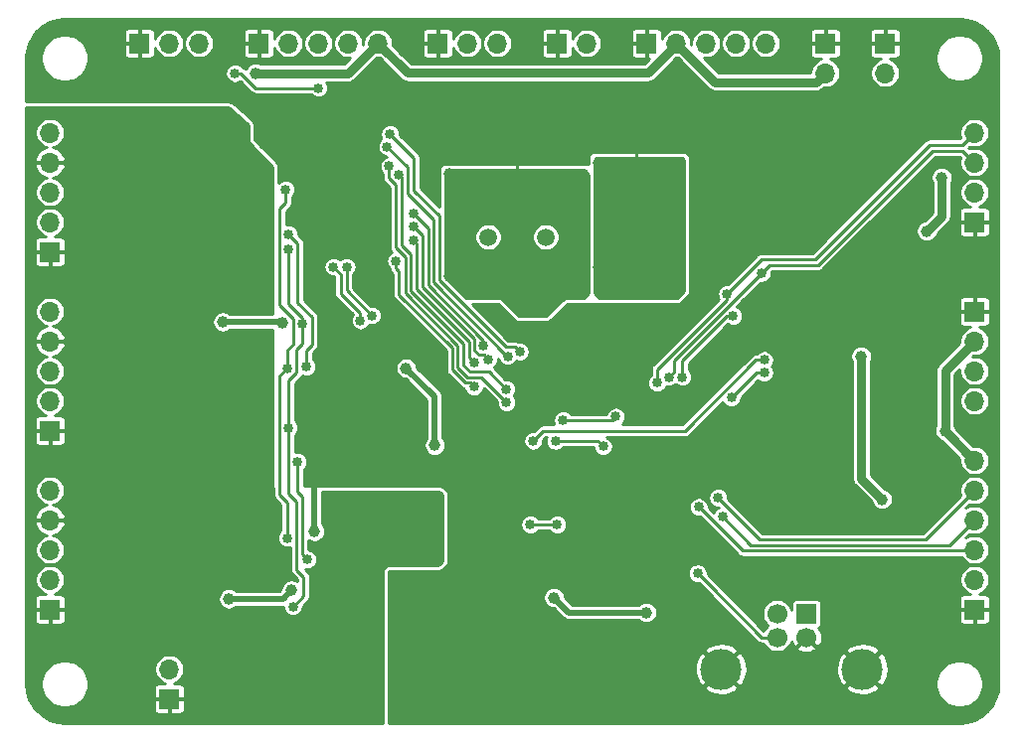
<source format=gbl>
G04 #@! TF.GenerationSoftware,KiCad,Pcbnew,(5.1.9)-1*
G04 #@! TF.CreationDate,2022-04-19T13:51:38+02:00*
G04 #@! TF.ProjectId,thrust_v2,74687275-7374-45f7-9632-2e6b69636164,2.0.3*
G04 #@! TF.SameCoordinates,Original*
G04 #@! TF.FileFunction,Copper,L2,Bot*
G04 #@! TF.FilePolarity,Positive*
%FSLAX46Y46*%
G04 Gerber Fmt 4.6, Leading zero omitted, Abs format (unit mm)*
G04 Created by KiCad (PCBNEW (5.1.9)-1) date 2022-04-19 13:51:38*
%MOMM*%
%LPD*%
G01*
G04 APERTURE LIST*
G04 #@! TA.AperFunction,ComponentPad*
%ADD10C,3.500000*%
G04 #@! TD*
G04 #@! TA.AperFunction,ComponentPad*
%ADD11C,1.700000*%
G04 #@! TD*
G04 #@! TA.AperFunction,ComponentPad*
%ADD12R,1.700000X1.700000*%
G04 #@! TD*
G04 #@! TA.AperFunction,ComponentPad*
%ADD13O,1.700000X1.700000*%
G04 #@! TD*
G04 #@! TA.AperFunction,ComponentPad*
%ADD14C,1.500000*%
G04 #@! TD*
G04 #@! TA.AperFunction,ViaPad*
%ADD15C,1.000000*%
G04 #@! TD*
G04 #@! TA.AperFunction,ViaPad*
%ADD16C,0.850000*%
G04 #@! TD*
G04 #@! TA.AperFunction,Conductor*
%ADD17C,0.750000*%
G04 #@! TD*
G04 #@! TA.AperFunction,Conductor*
%ADD18C,0.250000*%
G04 #@! TD*
G04 #@! TA.AperFunction,Conductor*
%ADD19C,0.500000*%
G04 #@! TD*
G04 #@! TA.AperFunction,Conductor*
%ADD20C,0.254000*%
G04 #@! TD*
G04 #@! TA.AperFunction,Conductor*
%ADD21C,0.100000*%
G04 #@! TD*
G04 APERTURE END LIST*
D10*
X161290000Y-121920000D03*
X173330000Y-121920000D03*
D11*
X168560000Y-119210000D03*
X166060000Y-119210000D03*
X166060000Y-117210000D03*
D12*
X168560000Y-117210000D03*
D13*
X165100000Y-68580000D03*
X162560000Y-68580000D03*
X160020000Y-68580000D03*
X157480000Y-68580000D03*
D12*
X154940000Y-68580000D03*
D13*
X132080000Y-68580000D03*
X129540000Y-68580000D03*
X127000000Y-68580000D03*
X124460000Y-68580000D03*
D12*
X121920000Y-68580000D03*
D14*
X146358000Y-85090000D03*
X141478000Y-85090000D03*
D13*
X182880000Y-104140000D03*
X182880000Y-106680000D03*
X182880000Y-109220000D03*
X182880000Y-111760000D03*
X182880000Y-114300000D03*
D12*
X182880000Y-116840000D03*
D13*
X114300000Y-121920000D03*
D12*
X114300000Y-124460000D03*
D13*
X170180000Y-71120000D03*
D12*
X170180000Y-68580000D03*
D13*
X182880000Y-99060000D03*
X182880000Y-96520000D03*
X182880000Y-93980000D03*
D12*
X182880000Y-91440000D03*
D13*
X182880000Y-76200000D03*
X182880000Y-78740000D03*
X182880000Y-81280000D03*
D12*
X182880000Y-83820000D03*
D13*
X116840000Y-68580000D03*
X114300000Y-68580000D03*
D12*
X111760000Y-68580000D03*
D13*
X142240000Y-68580000D03*
X139700000Y-68580000D03*
D12*
X137160000Y-68580000D03*
D13*
X149860000Y-68580000D03*
D12*
X147320000Y-68580000D03*
D13*
X175260000Y-71120000D03*
D12*
X175260000Y-68580000D03*
D13*
X104140000Y-106680000D03*
X104140000Y-109220000D03*
X104140000Y-111760000D03*
X104140000Y-114300000D03*
D12*
X104140000Y-116840000D03*
D13*
X104140000Y-91440000D03*
X104140000Y-93980000D03*
X104140000Y-96520000D03*
X104140000Y-99060000D03*
D12*
X104140000Y-101600000D03*
D13*
X104140000Y-76200000D03*
X104140000Y-78740000D03*
X104140000Y-81280000D03*
X104140000Y-83820000D03*
D12*
X104140000Y-86360000D03*
D15*
X180365394Y-101600000D03*
X121666000Y-71120000D03*
X134467602Y-96266000D03*
D16*
X147828000Y-100711006D03*
X152331183Y-100398817D03*
D15*
X136906000Y-102844600D03*
X107442000Y-90424000D03*
X107442000Y-105664000D03*
X122580400Y-105079800D03*
X116840000Y-120523000D03*
X116967000Y-74549000D03*
X131826000Y-118364000D03*
X120396000Y-121158000D03*
X124968000Y-118491000D03*
X133223000Y-110515400D03*
X128270000Y-112014000D03*
X131318000Y-124587000D03*
X120142000Y-108966000D03*
X120142000Y-93726000D03*
X120142000Y-79248000D03*
X117602000Y-105156000D03*
X128270000Y-108204000D03*
X107442000Y-75184000D03*
X108712000Y-82423000D03*
X115697000Y-84836000D03*
X108712000Y-112903000D03*
X108712000Y-97663000D03*
X115697000Y-100076000D03*
X115697000Y-115316000D03*
X122577012Y-89938012D03*
X117368739Y-89832622D03*
X124714000Y-115189000D03*
X119379996Y-115925604D03*
X118872000Y-92328996D03*
X123955707Y-92389034D03*
X149606000Y-79756000D03*
X149606000Y-88392000D03*
X150876000Y-87630000D03*
X171196000Y-102108000D03*
X170662600Y-93599000D03*
X164109400Y-116408200D03*
X178054000Y-99822000D03*
X157734000Y-87630000D03*
X150876000Y-78740000D03*
X157734000Y-78740000D03*
X161036000Y-103632000D03*
X138150592Y-79705192D03*
X154177983Y-94742017D03*
X161290000Y-80010000D03*
X176657000Y-106553000D03*
X135763000Y-75819000D03*
X129336800Y-79629000D03*
X162941000Y-70358000D03*
X151130000Y-73152000D03*
X141478000Y-75692000D03*
X139446000Y-121285000D03*
D16*
X143891000Y-81026000D03*
X138176000Y-85598000D03*
X138176000Y-82550000D03*
X149606000Y-82550000D03*
X149606000Y-85598000D03*
X150876000Y-83566000D03*
X157734000Y-83566000D03*
X140462000Y-89662000D03*
D15*
X150876000Y-107950000D03*
X146558000Y-89789000D03*
X144272000Y-91059000D03*
X154305000Y-87630000D03*
X167132000Y-88646000D03*
X178866800Y-94361002D03*
X180670200Y-73990200D03*
X168148000Y-98044000D03*
X143256000Y-117602000D03*
X119888000Y-72771000D03*
X176784000Y-115062000D03*
X152654000Y-119761000D03*
X154178000Y-111506000D03*
X135128000Y-117348000D03*
X131826000Y-102387400D03*
X126492000Y-76962000D03*
X126745996Y-97536000D03*
X144653000Y-97536000D03*
X141859000Y-111887000D03*
X126746000Y-105410000D03*
X124841000Y-83121495D03*
X138176000Y-88392000D03*
X163957000Y-94234000D03*
D16*
X156706978Y-114706400D03*
D15*
X149225000Y-115697000D03*
X182880000Y-101600000D03*
D16*
X140462000Y-78486000D03*
X147193000Y-78486000D03*
D15*
X169037000Y-113411000D03*
X131699000Y-95377008D03*
X164592000Y-85725000D03*
X126682554Y-110172490D03*
X141732000Y-102362000D03*
X154051000Y-91948000D03*
X135763000Y-125095000D03*
X127076200Y-89738200D03*
X131191000Y-87376000D03*
X163830000Y-107569006D03*
D16*
X164744400Y-88163400D03*
X156844996Y-97028000D03*
X161798000Y-89916014D03*
X155847762Y-97531990D03*
X161036000Y-107315000D03*
X161417000Y-108926287D03*
X147193000Y-102476873D03*
X151257000Y-102946200D03*
X159385000Y-108102396D03*
X133849990Y-79756000D03*
X143002000Y-98044000D03*
X124206000Y-81026000D03*
X124332998Y-96266002D03*
X124333000Y-110744000D03*
D15*
X180086000Y-80010000D03*
X178816000Y-84582000D03*
X175006001Y-107442005D03*
X147068580Y-115822894D03*
X173228000Y-95250000D03*
X154940014Y-117094018D03*
D16*
X147320000Y-109601000D03*
X145034000Y-109601000D03*
X164972998Y-95580206D03*
X145288000Y-102463596D03*
X164973000Y-96650213D03*
X162179000Y-98802005D03*
X135127992Y-83128495D03*
X141076587Y-94389533D03*
X135068968Y-85344000D03*
X140269974Y-95793520D03*
X135117273Y-84206735D03*
X141470000Y-95504000D03*
X162306000Y-91821000D03*
X157988000Y-97028000D03*
X127000000Y-72390000D03*
X119888000Y-71126010D03*
X133604000Y-87122000D03*
X140258800Y-97840800D03*
X143022000Y-99192398D03*
X133032500Y-79057500D03*
X124468010Y-84836000D03*
X125984000Y-96139000D03*
X126047500Y-112585500D03*
X125222000Y-104267000D03*
X124841000Y-116586000D03*
X124460000Y-101346000D03*
X125653800Y-92456000D03*
X124460000Y-86106000D03*
X131556860Y-91781012D03*
X129413000Y-87630000D03*
X130575948Y-92208490D03*
X128270000Y-87630000D03*
X159293600Y-113756400D03*
X144145000Y-94868970D03*
X133096000Y-76327000D03*
X132862439Y-77396817D03*
X143132628Y-95250852D03*
D17*
X182880000Y-93980000D02*
X180365394Y-96494606D01*
X180365394Y-96494606D02*
X180365394Y-99822000D01*
X182880000Y-104140000D02*
X180365394Y-101625394D01*
X180365394Y-101625394D02*
X180365394Y-99822000D01*
X129540000Y-71120000D02*
X121666000Y-71120000D01*
X132080000Y-68580000D02*
X129540000Y-71120000D01*
X134594600Y-71094600D02*
X132080000Y-68580000D01*
X155092400Y-71094600D02*
X134594600Y-71094600D01*
X157480000Y-68707000D02*
X155092400Y-71094600D01*
X157480000Y-68580000D02*
X157480000Y-68707000D01*
X160782000Y-71882000D02*
X157480000Y-68580000D01*
X169418000Y-71882000D02*
X160782000Y-71882000D01*
X170180000Y-71120000D02*
X169418000Y-71882000D01*
D18*
X152018994Y-100711006D02*
X152331183Y-100398817D01*
X147828000Y-100711006D02*
X152018994Y-100711006D01*
D19*
X134467602Y-96266000D02*
X136906000Y-98704398D01*
X136906000Y-98704398D02*
X136906000Y-102844600D01*
X122580400Y-105079800D02*
X120980200Y-106680000D01*
X123977396Y-115925604D02*
X119379996Y-115925604D01*
X124714000Y-115189000D02*
X123977396Y-115925604D01*
X123895669Y-92328996D02*
X123955707Y-92389034D01*
X118872000Y-92328996D02*
X123895669Y-92328996D01*
D18*
X150876000Y-87630000D02*
X154305000Y-87630000D01*
X144272000Y-79756000D02*
X149606000Y-79756000D01*
X154051000Y-78740000D02*
X150876000Y-78740000D01*
X154051000Y-78740000D02*
X157734000Y-78740000D01*
X155448000Y-76454000D02*
X157099000Y-76454000D01*
X154051000Y-77851000D02*
X155448000Y-76454000D01*
X154051000Y-78740000D02*
X154051000Y-77851000D01*
X138201400Y-79756000D02*
X138150592Y-79705192D01*
X144272000Y-79756000D02*
X138201400Y-79756000D01*
D19*
X154736783Y-94742017D02*
X154177983Y-94742017D01*
X159461200Y-90017600D02*
X154736783Y-94742017D01*
X158496000Y-76454000D02*
X159461200Y-77419200D01*
X159461200Y-77419200D02*
X159461200Y-90017600D01*
X157099000Y-76454000D02*
X158496000Y-76454000D01*
D18*
X143891000Y-81026000D02*
X143891000Y-77724000D01*
X154305000Y-87630000D02*
X157734000Y-87630000D01*
X149606000Y-88392000D02*
X138176000Y-88392000D01*
D19*
X127087011Y-85558011D02*
X127087011Y-90765019D01*
X127087011Y-90765019D02*
X131699000Y-95377008D01*
X131699000Y-95250000D02*
X131699000Y-95377008D01*
X124650495Y-83121495D02*
X127087011Y-85558011D01*
X126682554Y-105473446D02*
X126682554Y-110172490D01*
X126746000Y-105410000D02*
X126682554Y-105473446D01*
D18*
X157269995Y-96603001D02*
X156844996Y-97028000D01*
X157269995Y-95637805D02*
X157269995Y-96603001D01*
X164744400Y-88163400D02*
X157269995Y-95637805D01*
X165404800Y-87503000D02*
X164744400Y-88163400D01*
X169545000Y-87503000D02*
X165404800Y-87503000D01*
X179324000Y-77724000D02*
X169545000Y-87503000D01*
X181864000Y-77724000D02*
X179324000Y-77724000D01*
X182880000Y-78740000D02*
X181864000Y-77724000D01*
X155847762Y-96374238D02*
X155847762Y-97531990D01*
X161798000Y-90424000D02*
X155847762Y-96374238D01*
X161798000Y-89916014D02*
X161798000Y-90424000D01*
X164719014Y-86995000D02*
X161798000Y-89916014D01*
X169291000Y-86995000D02*
X164719014Y-86995000D01*
X179070000Y-77216000D02*
X169291000Y-86995000D01*
X181864000Y-77216000D02*
X179070000Y-77216000D01*
X182880000Y-76200000D02*
X181864000Y-77216000D01*
X182880000Y-106680000D02*
X178689000Y-110871000D01*
X164592000Y-110871000D02*
X161036000Y-107315000D01*
X178689000Y-110871000D02*
X164592000Y-110871000D01*
X182880000Y-109220000D02*
X180758989Y-111341011D01*
X180758989Y-111341011D02*
X163831724Y-111341011D01*
X163831724Y-111341011D02*
X161417000Y-108926287D01*
X147193000Y-102476873D02*
X150787673Y-102476873D01*
X150787673Y-102476873D02*
X151257000Y-102946200D01*
X182880000Y-111760000D02*
X182828978Y-111811022D01*
X163093626Y-111811022D02*
X159385000Y-108102396D01*
X182828978Y-111811022D02*
X163093626Y-111811022D01*
X139366563Y-94196773D02*
X134874222Y-89704432D01*
X134074011Y-85787712D02*
X134074011Y-79980021D01*
X139366563Y-96021566D02*
X139366563Y-94196773D01*
X143002000Y-98044000D02*
X141521522Y-96563522D01*
X134874222Y-89704432D02*
X134874222Y-86587923D01*
X134074011Y-79980021D02*
X133849990Y-79756000D01*
X139908519Y-96563522D02*
X139366563Y-96021566D01*
X134874222Y-86587923D02*
X134074011Y-85787712D01*
X141521522Y-96563522D02*
X139908519Y-96563522D01*
X124333000Y-107696000D02*
X124333000Y-110744000D01*
X123689999Y-107052999D02*
X124333000Y-107696000D01*
X123689999Y-96909001D02*
X123689999Y-107052999D01*
X124332998Y-96266002D02*
X123689999Y-96909001D01*
X124332998Y-94742002D02*
X124332998Y-96266002D01*
X124858398Y-94216602D02*
X124332998Y-94742002D01*
X124858398Y-92096698D02*
X124858398Y-94216602D01*
X123689998Y-90928298D02*
X124858398Y-92096698D01*
X124206000Y-82169000D02*
X123689998Y-82685002D01*
X123689998Y-82685002D02*
X123689998Y-90928298D01*
X124206000Y-81026000D02*
X124206000Y-82169000D01*
D17*
X180086000Y-80010000D02*
X180086000Y-83312000D01*
X180086000Y-83312000D02*
X178816000Y-84582000D01*
X173228000Y-105664004D02*
X173228000Y-95250000D01*
X175006001Y-107442005D02*
X173228000Y-105664004D01*
D19*
X148339704Y-117094018D02*
X154940014Y-117094018D01*
X147068580Y-115822894D02*
X148339704Y-117094018D01*
D18*
X147320000Y-109601000D02*
X145034000Y-109601000D01*
X146143595Y-101608001D02*
X145288000Y-102463596D01*
X158233999Y-101608001D02*
X146143595Y-101608001D01*
X164261794Y-95580206D02*
X158233999Y-101608001D01*
X164972998Y-95580206D02*
X164261794Y-95580206D01*
X164330792Y-96650213D02*
X162179000Y-98802005D01*
X164973000Y-96650213D02*
X164330792Y-96650213D01*
X135127992Y-83128495D02*
X136338497Y-84339000D01*
X141076587Y-93912713D02*
X141076587Y-94389533D01*
X136338497Y-84339000D02*
X136338497Y-89174623D01*
X136338497Y-89174623D02*
X141076587Y-93912713D01*
X139836574Y-94002090D02*
X139836574Y-95360120D01*
X139836574Y-95360120D02*
X140269974Y-95793520D01*
X135395033Y-89560549D02*
X139836574Y-94002090D01*
X135395033Y-85670065D02*
X135395033Y-89560549D01*
X135068968Y-85344000D02*
X135395033Y-85670065D01*
X135868486Y-84957948D02*
X135868486Y-89369306D01*
X135117273Y-84206735D02*
X135868486Y-84957948D01*
X135868486Y-89369306D02*
X140306585Y-93807405D01*
X140306585Y-93807405D02*
X140306585Y-94759135D01*
X140306585Y-94759135D02*
X140706985Y-95159535D01*
X141125535Y-95159535D02*
X141470000Y-95504000D01*
X140706985Y-95159535D02*
X141125535Y-95159535D01*
X157988000Y-95631000D02*
X157988000Y-97028000D01*
X161798000Y-91821000D02*
X157988000Y-95631000D01*
X162306000Y-91821000D02*
X161798000Y-91821000D01*
X120402010Y-71126010D02*
X119888000Y-71126010D01*
X121666000Y-72390000D02*
X120402010Y-71126010D01*
X127000000Y-72390000D02*
X121666000Y-72390000D01*
X139522200Y-97506591D02*
X139522200Y-97510600D01*
X139924591Y-97506591D02*
X140258800Y-97840800D01*
X139522200Y-97506591D02*
X139924591Y-97506591D01*
X138404600Y-96388991D02*
X139522200Y-97506591D01*
X138404600Y-94564200D02*
X138404600Y-96388991D01*
X133858000Y-90017600D02*
X138404600Y-94564200D01*
X133858000Y-88011000D02*
X133858000Y-90017600D01*
X133604000Y-87757000D02*
X133858000Y-88011000D01*
X133604000Y-87122000D02*
X133604000Y-87757000D01*
X133032500Y-80073500D02*
X133032500Y-79057500D01*
X133604000Y-85982396D02*
X133604000Y-80645000D01*
X134404211Y-86782607D02*
X133604000Y-85982396D01*
X134404211Y-89899117D02*
X134404211Y-86782607D01*
X138874611Y-94369516D02*
X134404211Y-89899117D01*
X138874611Y-96194308D02*
X138874611Y-94369516D01*
X139713836Y-97033533D02*
X138874611Y-96194308D01*
X140863135Y-97033533D02*
X139713836Y-97033533D01*
X133604000Y-80645000D02*
X133032500Y-80073500D01*
X143022000Y-99192398D02*
X140863135Y-97033533D01*
X125984000Y-94742000D02*
X125984000Y-96139000D01*
X126441200Y-94284800D02*
X125984000Y-94742000D01*
X126441200Y-91897200D02*
X126441200Y-94284800D01*
X125230010Y-90686010D02*
X126441200Y-91897200D01*
X125230010Y-85598000D02*
X125230010Y-90686010D01*
X124468010Y-84836000D02*
X125230010Y-85598000D01*
X125222000Y-106807000D02*
X125222000Y-104267000D01*
X125622501Y-107207501D02*
X125222000Y-106807000D01*
X125622501Y-112160501D02*
X125622501Y-107207501D01*
X126047500Y-112585500D02*
X125622501Y-112160501D01*
X125653800Y-94221189D02*
X125653800Y-92456000D01*
X125138999Y-94735990D02*
X125653800Y-94221189D01*
X125138999Y-96653801D02*
X125138999Y-94735990D01*
X124460000Y-97332800D02*
X125138999Y-96653801D01*
X124460000Y-101346000D02*
X124460000Y-97332800D01*
X124460000Y-90834694D02*
X124460000Y-86106000D01*
X125653800Y-92028494D02*
X124460000Y-90834694D01*
X125653800Y-92456000D02*
X125653800Y-92028494D01*
X124451998Y-101354002D02*
X124460000Y-101346000D01*
X124460000Y-104390604D02*
X124451998Y-104382602D01*
X124451998Y-104382602D02*
X124451998Y-101354002D01*
X124460000Y-106934000D02*
X124460000Y-104390604D01*
X125138999Y-107612999D02*
X124460000Y-106934000D01*
X125138999Y-113454999D02*
X125138999Y-107612999D01*
X125730000Y-114046000D02*
X125138999Y-113454999D01*
X125730000Y-115697000D02*
X125730000Y-114046000D01*
X124841000Y-116586000D02*
X125730000Y-115697000D01*
X129413000Y-89637152D02*
X129413000Y-87630000D01*
X131556860Y-91781012D02*
X129413000Y-89637152D01*
X128905000Y-88265000D02*
X128270000Y-87630000D01*
X128905000Y-89916000D02*
X128905000Y-88265000D01*
X130575948Y-91586948D02*
X128905000Y-89916000D01*
X130575948Y-92208490D02*
X130575948Y-91586948D01*
X160410707Y-114873507D02*
X159293600Y-113756400D01*
X164747200Y-119210000D02*
X160410707Y-114873507D01*
X166060000Y-119210000D02*
X164747200Y-119210000D01*
X135128000Y-78359000D02*
X133096000Y-76327000D01*
X135128000Y-81153000D02*
X135128000Y-78359000D01*
X137278519Y-83303519D02*
X135128000Y-81153000D01*
X137278519Y-88764519D02*
X137278519Y-83303519D01*
X143720001Y-94443971D02*
X142957971Y-94443971D01*
X142957971Y-94443971D02*
X137278519Y-88764519D01*
X144145000Y-94868970D02*
X143720001Y-94443971D01*
X134620222Y-79154600D02*
X132862439Y-77396817D01*
X136808508Y-83595508D02*
X134620222Y-81407222D01*
X143100158Y-95250852D02*
X136808508Y-88959202D01*
X134620222Y-81407222D02*
X134620222Y-79154600D01*
X143132628Y-95250852D02*
X143100158Y-95250852D01*
X136808508Y-88959202D02*
X136808508Y-83595508D01*
D20*
X182254012Y-66597506D02*
X182873492Y-66784537D01*
X183444845Y-67088331D01*
X183946311Y-67497316D01*
X184358791Y-67995918D01*
X184666567Y-68565138D01*
X184857919Y-69183296D01*
X184927997Y-69850044D01*
X184928000Y-69850862D01*
X184928001Y-123165926D01*
X184862494Y-123834012D01*
X184675462Y-124453493D01*
X184371668Y-125024847D01*
X183962682Y-125526314D01*
X183464081Y-125938791D01*
X182894863Y-126246567D01*
X182276704Y-126437919D01*
X181609955Y-126507997D01*
X181609138Y-126508000D01*
X133004476Y-126508000D01*
X133005000Y-126500000D01*
X133005000Y-123451581D01*
X159826302Y-123451581D01*
X160013804Y-123758196D01*
X160396940Y-123971849D01*
X160814396Y-124106651D01*
X161250129Y-124157420D01*
X161687394Y-124122208D01*
X162109388Y-124002365D01*
X162499893Y-123802499D01*
X162566196Y-123758196D01*
X162753698Y-123451581D01*
X171866302Y-123451581D01*
X172053804Y-123758196D01*
X172436940Y-123971849D01*
X172854396Y-124106651D01*
X173290129Y-124157420D01*
X173727394Y-124122208D01*
X174149388Y-124002365D01*
X174539893Y-123802499D01*
X174606196Y-123758196D01*
X174793698Y-123451581D01*
X173330000Y-121987882D01*
X171866302Y-123451581D01*
X162753698Y-123451581D01*
X161290000Y-121987882D01*
X159826302Y-123451581D01*
X133005000Y-123451581D01*
X133005000Y-121880129D01*
X159052580Y-121880129D01*
X159087792Y-122317394D01*
X159207635Y-122739388D01*
X159407501Y-123129893D01*
X159451804Y-123196196D01*
X159758419Y-123383698D01*
X161222118Y-121920000D01*
X161357882Y-121920000D01*
X162821581Y-123383698D01*
X163128196Y-123196196D01*
X163341849Y-122813060D01*
X163476651Y-122395604D01*
X163527420Y-121959871D01*
X163520999Y-121880129D01*
X171092580Y-121880129D01*
X171127792Y-122317394D01*
X171247635Y-122739388D01*
X171447501Y-123129893D01*
X171491804Y-123196196D01*
X171798419Y-123383698D01*
X173262118Y-121920000D01*
X173397882Y-121920000D01*
X174861581Y-123383698D01*
X175168196Y-123196196D01*
X175282430Y-122991343D01*
X179593000Y-122991343D01*
X179593000Y-123388657D01*
X179670513Y-123778337D01*
X179822558Y-124145408D01*
X180043294Y-124475762D01*
X180324238Y-124756706D01*
X180654592Y-124977442D01*
X181021663Y-125129487D01*
X181411343Y-125207000D01*
X181808657Y-125207000D01*
X182198337Y-125129487D01*
X182565408Y-124977442D01*
X182895762Y-124756706D01*
X183176706Y-124475762D01*
X183397442Y-124145408D01*
X183549487Y-123778337D01*
X183627000Y-123388657D01*
X183627000Y-122991343D01*
X183549487Y-122601663D01*
X183397442Y-122234592D01*
X183176706Y-121904238D01*
X182895762Y-121623294D01*
X182565408Y-121402558D01*
X182198337Y-121250513D01*
X181808657Y-121173000D01*
X181411343Y-121173000D01*
X181021663Y-121250513D01*
X180654592Y-121402558D01*
X180324238Y-121623294D01*
X180043294Y-121904238D01*
X179822558Y-122234592D01*
X179670513Y-122601663D01*
X179593000Y-122991343D01*
X175282430Y-122991343D01*
X175381849Y-122813060D01*
X175516651Y-122395604D01*
X175567420Y-121959871D01*
X175532208Y-121522606D01*
X175412365Y-121100612D01*
X175212499Y-120710107D01*
X175168196Y-120643804D01*
X174861581Y-120456302D01*
X173397882Y-121920000D01*
X173262118Y-121920000D01*
X171798419Y-120456302D01*
X171491804Y-120643804D01*
X171278151Y-121026940D01*
X171143349Y-121444396D01*
X171092580Y-121880129D01*
X163520999Y-121880129D01*
X163492208Y-121522606D01*
X163372365Y-121100612D01*
X163172499Y-120710107D01*
X163128196Y-120643804D01*
X162821581Y-120456302D01*
X161357882Y-121920000D01*
X161222118Y-121920000D01*
X159758419Y-120456302D01*
X159451804Y-120643804D01*
X159238151Y-121026940D01*
X159103349Y-121444396D01*
X159052580Y-121880129D01*
X133005000Y-121880129D01*
X133005000Y-120388419D01*
X159826302Y-120388419D01*
X161290000Y-121852118D01*
X162753698Y-120388419D01*
X162566196Y-120081804D01*
X162183060Y-119868151D01*
X161765604Y-119733349D01*
X161329871Y-119682580D01*
X160892606Y-119717792D01*
X160470612Y-119837635D01*
X160080107Y-120037501D01*
X160013804Y-120081804D01*
X159826302Y-120388419D01*
X133005000Y-120388419D01*
X133005000Y-115732577D01*
X146151580Y-115732577D01*
X146151580Y-115913211D01*
X146186820Y-116090373D01*
X146255945Y-116257256D01*
X146356300Y-116407447D01*
X146484027Y-116535174D01*
X146634218Y-116635529D01*
X146801101Y-116704654D01*
X146978263Y-116739894D01*
X147042301Y-116739894D01*
X147844895Y-117542489D01*
X147865782Y-117567940D01*
X147891232Y-117588826D01*
X147967345Y-117651291D01*
X148083219Y-117713227D01*
X148208949Y-117751367D01*
X148306939Y-117761018D01*
X148306942Y-117761018D01*
X148339704Y-117764245D01*
X148372466Y-117761018D01*
X154310181Y-117761018D01*
X154355461Y-117806298D01*
X154505652Y-117906653D01*
X154672535Y-117975778D01*
X154849697Y-118011018D01*
X155030331Y-118011018D01*
X155207493Y-117975778D01*
X155374376Y-117906653D01*
X155524567Y-117806298D01*
X155652294Y-117678571D01*
X155752649Y-117528380D01*
X155821774Y-117361497D01*
X155857014Y-117184335D01*
X155857014Y-117003701D01*
X155821774Y-116826539D01*
X155752649Y-116659656D01*
X155652294Y-116509465D01*
X155524567Y-116381738D01*
X155374376Y-116281383D01*
X155207493Y-116212258D01*
X155030331Y-116177018D01*
X154849697Y-116177018D01*
X154672535Y-116212258D01*
X154505652Y-116281383D01*
X154355461Y-116381738D01*
X154310181Y-116427018D01*
X148615984Y-116427018D01*
X147985580Y-115796615D01*
X147985580Y-115732577D01*
X147950340Y-115555415D01*
X147881215Y-115388532D01*
X147780860Y-115238341D01*
X147653133Y-115110614D01*
X147502942Y-115010259D01*
X147336059Y-114941134D01*
X147158897Y-114905894D01*
X146978263Y-114905894D01*
X146801101Y-114941134D01*
X146634218Y-115010259D01*
X146484027Y-115110614D01*
X146356300Y-115238341D01*
X146255945Y-115388532D01*
X146186820Y-115555415D01*
X146151580Y-115732577D01*
X133005000Y-115732577D01*
X133005000Y-113684335D01*
X133006430Y-113673470D01*
X158451600Y-113673470D01*
X158451600Y-113839330D01*
X158483958Y-114002002D01*
X158547429Y-114155237D01*
X158639576Y-114293144D01*
X158756856Y-114410424D01*
X158894763Y-114502571D01*
X159047998Y-114566042D01*
X159210670Y-114598400D01*
X159369098Y-114598400D01*
X160046279Y-115275582D01*
X160046284Y-115275586D01*
X164345123Y-119574427D01*
X164362094Y-119595106D01*
X164444624Y-119662837D01*
X164533544Y-119710365D01*
X164538782Y-119713165D01*
X164640949Y-119744157D01*
X164651250Y-119745172D01*
X164720579Y-119752000D01*
X164720586Y-119752000D01*
X164747199Y-119754621D01*
X164773813Y-119752000D01*
X164913114Y-119752000D01*
X164937200Y-119810149D01*
X165075857Y-120017665D01*
X165252335Y-120194143D01*
X165459851Y-120332800D01*
X165690430Y-120428309D01*
X165935211Y-120477000D01*
X166184789Y-120477000D01*
X166429570Y-120428309D01*
X166660149Y-120332800D01*
X166867665Y-120194143D01*
X166959989Y-120101819D01*
X167736064Y-120101819D01*
X167815576Y-120316275D01*
X168045703Y-120440248D01*
X168295594Y-120516944D01*
X168555647Y-120543414D01*
X168815867Y-120518642D01*
X169066254Y-120443580D01*
X169170267Y-120388419D01*
X171866302Y-120388419D01*
X173330000Y-121852118D01*
X174793698Y-120388419D01*
X174606196Y-120081804D01*
X174223060Y-119868151D01*
X173805604Y-119733349D01*
X173369871Y-119682580D01*
X172932606Y-119717792D01*
X172510612Y-119837635D01*
X172120107Y-120037501D01*
X172053804Y-120081804D01*
X171866302Y-120388419D01*
X169170267Y-120388419D01*
X169297186Y-120321111D01*
X169304424Y-120316275D01*
X169383936Y-120101819D01*
X168560000Y-119277882D01*
X167736064Y-120101819D01*
X166959989Y-120101819D01*
X167044143Y-120017665D01*
X167182800Y-119810149D01*
X167278309Y-119579570D01*
X167281155Y-119565262D01*
X167326420Y-119716254D01*
X167448889Y-119947186D01*
X167453725Y-119954424D01*
X167668181Y-120033936D01*
X168492118Y-119210000D01*
X168477975Y-119195858D01*
X168545858Y-119127975D01*
X168560000Y-119142118D01*
X168574142Y-119127975D01*
X168642025Y-119195858D01*
X168627882Y-119210000D01*
X169451819Y-120033936D01*
X169666275Y-119954424D01*
X169790248Y-119724297D01*
X169866944Y-119474406D01*
X169893414Y-119214353D01*
X169868642Y-118954133D01*
X169793580Y-118703746D01*
X169671111Y-118472814D01*
X169666275Y-118465576D01*
X169589251Y-118437019D01*
X169642793Y-118408400D01*
X169706290Y-118356290D01*
X169758400Y-118292793D01*
X169797121Y-118220351D01*
X169820966Y-118141746D01*
X169829017Y-118060000D01*
X169829017Y-117690000D01*
X181550692Y-117690000D01*
X181559902Y-117783508D01*
X181587177Y-117873423D01*
X181631470Y-117956289D01*
X181691078Y-118028922D01*
X181763711Y-118088530D01*
X181846577Y-118132823D01*
X181936492Y-118160098D01*
X182030000Y-118169308D01*
X182712750Y-118167000D01*
X182832000Y-118047750D01*
X182832000Y-116888000D01*
X182928000Y-116888000D01*
X182928000Y-118047750D01*
X183047250Y-118167000D01*
X183730000Y-118169308D01*
X183823508Y-118160098D01*
X183913423Y-118132823D01*
X183996289Y-118088530D01*
X184068922Y-118028922D01*
X184128530Y-117956289D01*
X184172823Y-117873423D01*
X184200098Y-117783508D01*
X184209308Y-117690000D01*
X184207000Y-117007250D01*
X184087750Y-116888000D01*
X182928000Y-116888000D01*
X182832000Y-116888000D01*
X181672250Y-116888000D01*
X181553000Y-117007250D01*
X181550692Y-117690000D01*
X169829017Y-117690000D01*
X169829017Y-116360000D01*
X169820966Y-116278254D01*
X169797121Y-116199649D01*
X169758400Y-116127207D01*
X169706290Y-116063710D01*
X169642793Y-116011600D01*
X169602383Y-115990000D01*
X181550692Y-115990000D01*
X181553000Y-116672750D01*
X181672250Y-116792000D01*
X182832000Y-116792000D01*
X182832000Y-116772000D01*
X182928000Y-116772000D01*
X182928000Y-116792000D01*
X184087750Y-116792000D01*
X184207000Y-116672750D01*
X184209308Y-115990000D01*
X184200098Y-115896492D01*
X184172823Y-115806577D01*
X184128530Y-115723711D01*
X184068922Y-115651078D01*
X183996289Y-115591470D01*
X183913423Y-115547177D01*
X183823508Y-115519902D01*
X183730000Y-115510692D01*
X183264157Y-115512267D01*
X183480149Y-115422800D01*
X183687665Y-115284143D01*
X183864143Y-115107665D01*
X184002800Y-114900149D01*
X184098309Y-114669570D01*
X184147000Y-114424789D01*
X184147000Y-114175211D01*
X184098309Y-113930430D01*
X184002800Y-113699851D01*
X183864143Y-113492335D01*
X183687665Y-113315857D01*
X183480149Y-113177200D01*
X183249570Y-113081691D01*
X183004789Y-113033000D01*
X182755211Y-113033000D01*
X182510430Y-113081691D01*
X182279851Y-113177200D01*
X182072335Y-113315857D01*
X181895857Y-113492335D01*
X181757200Y-113699851D01*
X181661691Y-113930430D01*
X181613000Y-114175211D01*
X181613000Y-114424789D01*
X181661691Y-114669570D01*
X181757200Y-114900149D01*
X181895857Y-115107665D01*
X182072335Y-115284143D01*
X182279851Y-115422800D01*
X182495843Y-115512267D01*
X182030000Y-115510692D01*
X181936492Y-115519902D01*
X181846577Y-115547177D01*
X181763711Y-115591470D01*
X181691078Y-115651078D01*
X181631470Y-115723711D01*
X181587177Y-115806577D01*
X181559902Y-115896492D01*
X181550692Y-115990000D01*
X169602383Y-115990000D01*
X169570351Y-115972879D01*
X169491746Y-115949034D01*
X169410000Y-115940983D01*
X167710000Y-115940983D01*
X167628254Y-115949034D01*
X167549649Y-115972879D01*
X167477207Y-116011600D01*
X167413710Y-116063710D01*
X167361600Y-116127207D01*
X167322879Y-116199649D01*
X167299034Y-116278254D01*
X167290983Y-116360000D01*
X167290983Y-116904145D01*
X167278309Y-116840430D01*
X167182800Y-116609851D01*
X167044143Y-116402335D01*
X166867665Y-116225857D01*
X166660149Y-116087200D01*
X166429570Y-115991691D01*
X166184789Y-115943000D01*
X165935211Y-115943000D01*
X165690430Y-115991691D01*
X165459851Y-116087200D01*
X165252335Y-116225857D01*
X165075857Y-116402335D01*
X164937200Y-116609851D01*
X164841691Y-116840430D01*
X164793000Y-117085211D01*
X164793000Y-117334789D01*
X164841691Y-117579570D01*
X164937200Y-117810149D01*
X165075857Y-118017665D01*
X165252335Y-118194143D01*
X165276067Y-118210000D01*
X165252335Y-118225857D01*
X165075857Y-118402335D01*
X164937200Y-118609851D01*
X164930275Y-118626571D01*
X160812786Y-114509084D01*
X160812782Y-114509079D01*
X160135600Y-113831898D01*
X160135600Y-113673470D01*
X160103242Y-113510798D01*
X160039771Y-113357563D01*
X159947624Y-113219656D01*
X159830344Y-113102376D01*
X159692437Y-113010229D01*
X159539202Y-112946758D01*
X159376530Y-112914400D01*
X159210670Y-112914400D01*
X159047998Y-112946758D01*
X158894763Y-113010229D01*
X158756856Y-113102376D01*
X158639576Y-113219656D01*
X158547429Y-113357563D01*
X158483958Y-113510798D01*
X158451600Y-113673470D01*
X133006430Y-113673470D01*
X133011304Y-113636448D01*
X133019235Y-113617301D01*
X133031855Y-113600855D01*
X133048301Y-113588235D01*
X133067448Y-113580304D01*
X133115335Y-113574000D01*
X137168000Y-113574000D01*
X137222429Y-113570433D01*
X137351839Y-113553396D01*
X137456989Y-113525221D01*
X137577579Y-113475271D01*
X137671856Y-113420840D01*
X137775409Y-113341380D01*
X137852380Y-113264409D01*
X137931840Y-113160856D01*
X137986271Y-113066579D01*
X138036221Y-112945989D01*
X138064396Y-112840839D01*
X138081433Y-112711429D01*
X138085000Y-112657000D01*
X138085000Y-109518070D01*
X144192000Y-109518070D01*
X144192000Y-109683930D01*
X144224358Y-109846602D01*
X144287829Y-109999837D01*
X144379976Y-110137744D01*
X144497256Y-110255024D01*
X144635163Y-110347171D01*
X144788398Y-110410642D01*
X144951070Y-110443000D01*
X145116930Y-110443000D01*
X145279602Y-110410642D01*
X145432837Y-110347171D01*
X145570744Y-110255024D01*
X145682768Y-110143000D01*
X146671232Y-110143000D01*
X146783256Y-110255024D01*
X146921163Y-110347171D01*
X147074398Y-110410642D01*
X147237070Y-110443000D01*
X147402930Y-110443000D01*
X147565602Y-110410642D01*
X147718837Y-110347171D01*
X147856744Y-110255024D01*
X147974024Y-110137744D01*
X148066171Y-109999837D01*
X148129642Y-109846602D01*
X148162000Y-109683930D01*
X148162000Y-109518070D01*
X148129642Y-109355398D01*
X148066171Y-109202163D01*
X147974024Y-109064256D01*
X147856744Y-108946976D01*
X147718837Y-108854829D01*
X147565602Y-108791358D01*
X147402930Y-108759000D01*
X147237070Y-108759000D01*
X147074398Y-108791358D01*
X146921163Y-108854829D01*
X146783256Y-108946976D01*
X146671232Y-109059000D01*
X145682768Y-109059000D01*
X145570744Y-108946976D01*
X145432837Y-108854829D01*
X145279602Y-108791358D01*
X145116930Y-108759000D01*
X144951070Y-108759000D01*
X144788398Y-108791358D01*
X144635163Y-108854829D01*
X144497256Y-108946976D01*
X144379976Y-109064256D01*
X144287829Y-109202163D01*
X144224358Y-109355398D01*
X144192000Y-109518070D01*
X138085000Y-109518070D01*
X138085000Y-108019466D01*
X158543000Y-108019466D01*
X158543000Y-108185326D01*
X158575358Y-108347998D01*
X158638829Y-108501233D01*
X158730976Y-108639140D01*
X158848256Y-108756420D01*
X158986163Y-108848567D01*
X159139398Y-108912038D01*
X159302070Y-108944396D01*
X159460498Y-108944396D01*
X162691549Y-112175449D01*
X162708520Y-112196128D01*
X162791050Y-112263859D01*
X162826717Y-112282923D01*
X162885208Y-112314187D01*
X162987375Y-112345179D01*
X162997676Y-112346194D01*
X163067005Y-112353022D01*
X163067012Y-112353022D01*
X163093625Y-112355643D01*
X163120239Y-112353022D01*
X181754248Y-112353022D01*
X181757200Y-112360149D01*
X181895857Y-112567665D01*
X182072335Y-112744143D01*
X182279851Y-112882800D01*
X182510430Y-112978309D01*
X182755211Y-113027000D01*
X183004789Y-113027000D01*
X183249570Y-112978309D01*
X183480149Y-112882800D01*
X183687665Y-112744143D01*
X183864143Y-112567665D01*
X184002800Y-112360149D01*
X184098309Y-112129570D01*
X184147000Y-111884789D01*
X184147000Y-111635211D01*
X184098309Y-111390430D01*
X184002800Y-111159851D01*
X183864143Y-110952335D01*
X183687665Y-110775857D01*
X183480149Y-110637200D01*
X183249570Y-110541691D01*
X183004789Y-110493000D01*
X182755211Y-110493000D01*
X182510430Y-110541691D01*
X182279851Y-110637200D01*
X182127517Y-110738985D01*
X182452281Y-110414223D01*
X182510430Y-110438309D01*
X182755211Y-110487000D01*
X183004789Y-110487000D01*
X183249570Y-110438309D01*
X183480149Y-110342800D01*
X183687665Y-110204143D01*
X183864143Y-110027665D01*
X184002800Y-109820149D01*
X184098309Y-109589570D01*
X184147000Y-109344789D01*
X184147000Y-109095211D01*
X184098309Y-108850430D01*
X184002800Y-108619851D01*
X183864143Y-108412335D01*
X183687665Y-108235857D01*
X183480149Y-108097200D01*
X183249570Y-108001691D01*
X183004789Y-107953000D01*
X182755211Y-107953000D01*
X182510430Y-108001691D01*
X182279851Y-108097200D01*
X182127519Y-108198984D01*
X182452281Y-107874223D01*
X182510430Y-107898309D01*
X182755211Y-107947000D01*
X183004789Y-107947000D01*
X183249570Y-107898309D01*
X183480149Y-107802800D01*
X183687665Y-107664143D01*
X183864143Y-107487665D01*
X184002800Y-107280149D01*
X184098309Y-107049570D01*
X184147000Y-106804789D01*
X184147000Y-106555211D01*
X184098309Y-106310430D01*
X184002800Y-106079851D01*
X183864143Y-105872335D01*
X183687665Y-105695857D01*
X183480149Y-105557200D01*
X183249570Y-105461691D01*
X183004789Y-105413000D01*
X182755211Y-105413000D01*
X182510430Y-105461691D01*
X182279851Y-105557200D01*
X182072335Y-105695857D01*
X181895857Y-105872335D01*
X181757200Y-106079851D01*
X181661691Y-106310430D01*
X181613000Y-106555211D01*
X181613000Y-106804789D01*
X181661691Y-107049570D01*
X181685777Y-107107719D01*
X178464498Y-110329000D01*
X164816504Y-110329000D01*
X161878000Y-107390498D01*
X161878000Y-107232070D01*
X161845642Y-107069398D01*
X161782171Y-106916163D01*
X161690024Y-106778256D01*
X161572744Y-106660976D01*
X161434837Y-106568829D01*
X161281602Y-106505358D01*
X161118930Y-106473000D01*
X160953070Y-106473000D01*
X160790398Y-106505358D01*
X160637163Y-106568829D01*
X160499256Y-106660976D01*
X160381976Y-106778256D01*
X160289829Y-106916163D01*
X160226358Y-107069398D01*
X160194000Y-107232070D01*
X160194000Y-107397930D01*
X160226358Y-107560602D01*
X160289829Y-107713837D01*
X160381976Y-107851744D01*
X160499256Y-107969024D01*
X160637163Y-108061171D01*
X160790398Y-108124642D01*
X160953070Y-108157000D01*
X161073971Y-108157000D01*
X161018163Y-108180116D01*
X160880256Y-108272263D01*
X160762976Y-108389543D01*
X160670829Y-108527450D01*
X160643218Y-108594111D01*
X160227000Y-108177894D01*
X160227000Y-108019466D01*
X160194642Y-107856794D01*
X160131171Y-107703559D01*
X160039024Y-107565652D01*
X159921744Y-107448372D01*
X159783837Y-107356225D01*
X159630602Y-107292754D01*
X159467930Y-107260396D01*
X159302070Y-107260396D01*
X159139398Y-107292754D01*
X158986163Y-107356225D01*
X158848256Y-107448372D01*
X158730976Y-107565652D01*
X158638829Y-107703559D01*
X158575358Y-107856794D01*
X158543000Y-108019466D01*
X138085000Y-108019466D01*
X138085000Y-107180000D01*
X138081433Y-107125571D01*
X138064396Y-106996161D01*
X138036221Y-106891011D01*
X137986271Y-106770421D01*
X137931840Y-106676144D01*
X137852380Y-106572591D01*
X137775409Y-106495620D01*
X137671856Y-106416160D01*
X137577579Y-106361729D01*
X137456989Y-106311779D01*
X137351839Y-106283604D01*
X137222429Y-106266567D01*
X137168000Y-106263000D01*
X125764000Y-106263000D01*
X125764000Y-104915768D01*
X125876024Y-104803744D01*
X125968171Y-104665837D01*
X126031642Y-104512602D01*
X126064000Y-104349930D01*
X126064000Y-104184070D01*
X126031642Y-104021398D01*
X125968171Y-103868163D01*
X125876024Y-103730256D01*
X125758744Y-103612976D01*
X125620837Y-103520829D01*
X125467602Y-103457358D01*
X125304930Y-103425000D01*
X125139070Y-103425000D01*
X124993998Y-103453857D01*
X124993998Y-102001859D01*
X124996744Y-102000024D01*
X125114024Y-101882744D01*
X125206171Y-101744837D01*
X125269642Y-101591602D01*
X125302000Y-101428930D01*
X125302000Y-101263070D01*
X125269642Y-101100398D01*
X125206171Y-100947163D01*
X125114024Y-100809256D01*
X125002000Y-100697232D01*
X125002000Y-97557302D01*
X125503426Y-97055878D01*
X125524105Y-97038907D01*
X125591836Y-96956377D01*
X125621788Y-96900341D01*
X125738398Y-96948642D01*
X125901070Y-96981000D01*
X126066930Y-96981000D01*
X126229602Y-96948642D01*
X126382837Y-96885171D01*
X126520744Y-96793024D01*
X126638024Y-96675744D01*
X126730171Y-96537837D01*
X126793642Y-96384602D01*
X126826000Y-96221930D01*
X126826000Y-96175683D01*
X133550602Y-96175683D01*
X133550602Y-96356317D01*
X133585842Y-96533479D01*
X133654967Y-96700362D01*
X133755322Y-96850553D01*
X133883049Y-96978280D01*
X134033240Y-97078635D01*
X134200123Y-97147760D01*
X134377285Y-97183000D01*
X134441323Y-97183000D01*
X136239000Y-98980678D01*
X136239001Y-102214766D01*
X136193720Y-102260047D01*
X136093365Y-102410238D01*
X136024240Y-102577121D01*
X135989000Y-102754283D01*
X135989000Y-102934917D01*
X136024240Y-103112079D01*
X136093365Y-103278962D01*
X136193720Y-103429153D01*
X136321447Y-103556880D01*
X136471638Y-103657235D01*
X136638521Y-103726360D01*
X136815683Y-103761600D01*
X136996317Y-103761600D01*
X137173479Y-103726360D01*
X137340362Y-103657235D01*
X137490553Y-103556880D01*
X137618280Y-103429153D01*
X137718635Y-103278962D01*
X137787760Y-103112079D01*
X137823000Y-102934917D01*
X137823000Y-102754283D01*
X137787760Y-102577121D01*
X137718635Y-102410238D01*
X137698876Y-102380666D01*
X144446000Y-102380666D01*
X144446000Y-102546526D01*
X144478358Y-102709198D01*
X144541829Y-102862433D01*
X144633976Y-103000340D01*
X144751256Y-103117620D01*
X144889163Y-103209767D01*
X145042398Y-103273238D01*
X145205070Y-103305596D01*
X145370930Y-103305596D01*
X145533602Y-103273238D01*
X145686837Y-103209767D01*
X145824744Y-103117620D01*
X145942024Y-103000340D01*
X146034171Y-102862433D01*
X146097642Y-102709198D01*
X146130000Y-102546526D01*
X146130000Y-102388099D01*
X146368099Y-102150001D01*
X146417021Y-102150001D01*
X146383358Y-102231271D01*
X146351000Y-102393943D01*
X146351000Y-102559803D01*
X146383358Y-102722475D01*
X146446829Y-102875710D01*
X146538976Y-103013617D01*
X146656256Y-103130897D01*
X146794163Y-103223044D01*
X146947398Y-103286515D01*
X147110070Y-103318873D01*
X147275930Y-103318873D01*
X147438602Y-103286515D01*
X147591837Y-103223044D01*
X147729744Y-103130897D01*
X147841768Y-103018873D01*
X150415000Y-103018873D01*
X150415000Y-103029130D01*
X150447358Y-103191802D01*
X150510829Y-103345037D01*
X150602976Y-103482944D01*
X150720256Y-103600224D01*
X150858163Y-103692371D01*
X151011398Y-103755842D01*
X151174070Y-103788200D01*
X151339930Y-103788200D01*
X151502602Y-103755842D01*
X151655837Y-103692371D01*
X151793744Y-103600224D01*
X151911024Y-103482944D01*
X152003171Y-103345037D01*
X152066642Y-103191802D01*
X152099000Y-103029130D01*
X152099000Y-102863270D01*
X152066642Y-102700598D01*
X152003171Y-102547363D01*
X151911024Y-102409456D01*
X151793744Y-102292176D01*
X151655837Y-102200029D01*
X151535057Y-102150001D01*
X158207378Y-102150001D01*
X158233999Y-102152623D01*
X158340249Y-102142158D01*
X158372681Y-102132320D01*
X158442417Y-102111166D01*
X158536575Y-102060838D01*
X158619105Y-101993107D01*
X158636085Y-101972417D01*
X161425458Y-99183045D01*
X161432829Y-99200842D01*
X161524976Y-99338749D01*
X161642256Y-99456029D01*
X161780163Y-99548176D01*
X161933398Y-99611647D01*
X162096070Y-99644005D01*
X162261930Y-99644005D01*
X162424602Y-99611647D01*
X162577837Y-99548176D01*
X162715744Y-99456029D01*
X162833024Y-99338749D01*
X162925171Y-99200842D01*
X162988642Y-99047607D01*
X163021000Y-98884935D01*
X163021000Y-98726507D01*
X164440462Y-97307047D01*
X164574163Y-97396384D01*
X164727398Y-97459855D01*
X164890070Y-97492213D01*
X165055930Y-97492213D01*
X165218602Y-97459855D01*
X165371837Y-97396384D01*
X165509744Y-97304237D01*
X165627024Y-97186957D01*
X165719171Y-97049050D01*
X165782642Y-96895815D01*
X165815000Y-96733143D01*
X165815000Y-96567283D01*
X165782642Y-96404611D01*
X165719171Y-96251376D01*
X165628186Y-96115208D01*
X165719169Y-95979043D01*
X165782640Y-95825808D01*
X165814998Y-95663136D01*
X165814998Y-95497276D01*
X165782640Y-95334604D01*
X165719169Y-95181369D01*
X165704679Y-95159683D01*
X172311000Y-95159683D01*
X172311000Y-95340317D01*
X172346240Y-95517479D01*
X172415365Y-95684362D01*
X172436001Y-95715246D01*
X172436000Y-105625106D01*
X172432169Y-105664004D01*
X172436000Y-105702902D01*
X172436000Y-105702909D01*
X172447460Y-105819262D01*
X172492747Y-105968555D01*
X172566290Y-106106144D01*
X172665262Y-106226742D01*
X172695488Y-106251548D01*
X174116995Y-107673056D01*
X174124241Y-107709484D01*
X174193366Y-107876367D01*
X174293721Y-108026558D01*
X174421448Y-108154285D01*
X174571639Y-108254640D01*
X174738522Y-108323765D01*
X174915684Y-108359005D01*
X175096318Y-108359005D01*
X175273480Y-108323765D01*
X175440363Y-108254640D01*
X175590554Y-108154285D01*
X175718281Y-108026558D01*
X175818636Y-107876367D01*
X175887761Y-107709484D01*
X175923001Y-107532322D01*
X175923001Y-107351688D01*
X175887761Y-107174526D01*
X175818636Y-107007643D01*
X175718281Y-106857452D01*
X175590554Y-106729725D01*
X175440363Y-106629370D01*
X175273480Y-106560245D01*
X175237052Y-106552999D01*
X174020000Y-105335948D01*
X174020000Y-101509683D01*
X179448394Y-101509683D01*
X179448394Y-101690317D01*
X179483634Y-101867479D01*
X179552759Y-102034362D01*
X179653114Y-102184553D01*
X179780841Y-102312280D01*
X179931032Y-102412635D01*
X180097915Y-102481760D01*
X180102645Y-102482701D01*
X181616676Y-103996732D01*
X181613000Y-104015211D01*
X181613000Y-104264789D01*
X181661691Y-104509570D01*
X181757200Y-104740149D01*
X181895857Y-104947665D01*
X182072335Y-105124143D01*
X182279851Y-105262800D01*
X182510430Y-105358309D01*
X182755211Y-105407000D01*
X183004789Y-105407000D01*
X183249570Y-105358309D01*
X183480149Y-105262800D01*
X183687665Y-105124143D01*
X183864143Y-104947665D01*
X184002800Y-104740149D01*
X184098309Y-104509570D01*
X184147000Y-104264789D01*
X184147000Y-104015211D01*
X184098309Y-103770430D01*
X184002800Y-103539851D01*
X183864143Y-103332335D01*
X183687665Y-103155857D01*
X183480149Y-103017200D01*
X183249570Y-102921691D01*
X183004789Y-102873000D01*
X182755211Y-102873000D01*
X182736732Y-102876676D01*
X181260706Y-101400650D01*
X181247154Y-101332521D01*
X181178029Y-101165638D01*
X181157394Y-101134756D01*
X181157394Y-98935211D01*
X181613000Y-98935211D01*
X181613000Y-99184789D01*
X181661691Y-99429570D01*
X181757200Y-99660149D01*
X181895857Y-99867665D01*
X182072335Y-100044143D01*
X182279851Y-100182800D01*
X182510430Y-100278309D01*
X182755211Y-100327000D01*
X183004789Y-100327000D01*
X183249570Y-100278309D01*
X183480149Y-100182800D01*
X183687665Y-100044143D01*
X183864143Y-99867665D01*
X184002800Y-99660149D01*
X184098309Y-99429570D01*
X184147000Y-99184789D01*
X184147000Y-98935211D01*
X184098309Y-98690430D01*
X184002800Y-98459851D01*
X183864143Y-98252335D01*
X183687665Y-98075857D01*
X183480149Y-97937200D01*
X183249570Y-97841691D01*
X183004789Y-97793000D01*
X182755211Y-97793000D01*
X182510430Y-97841691D01*
X182279851Y-97937200D01*
X182072335Y-98075857D01*
X181895857Y-98252335D01*
X181757200Y-98459851D01*
X181661691Y-98690430D01*
X181613000Y-98935211D01*
X181157394Y-98935211D01*
X181157394Y-96822662D01*
X181619991Y-96360065D01*
X181613000Y-96395211D01*
X181613000Y-96644789D01*
X181661691Y-96889570D01*
X181757200Y-97120149D01*
X181895857Y-97327665D01*
X182072335Y-97504143D01*
X182279851Y-97642800D01*
X182510430Y-97738309D01*
X182755211Y-97787000D01*
X183004789Y-97787000D01*
X183249570Y-97738309D01*
X183480149Y-97642800D01*
X183687665Y-97504143D01*
X183864143Y-97327665D01*
X184002800Y-97120149D01*
X184098309Y-96889570D01*
X184147000Y-96644789D01*
X184147000Y-96395211D01*
X184098309Y-96150430D01*
X184002800Y-95919851D01*
X183864143Y-95712335D01*
X183687665Y-95535857D01*
X183480149Y-95397200D01*
X183249570Y-95301691D01*
X183004789Y-95253000D01*
X182755211Y-95253000D01*
X182720066Y-95259991D01*
X182736732Y-95243324D01*
X182755211Y-95247000D01*
X183004789Y-95247000D01*
X183249570Y-95198309D01*
X183480149Y-95102800D01*
X183687665Y-94964143D01*
X183864143Y-94787665D01*
X184002800Y-94580149D01*
X184098309Y-94349570D01*
X184147000Y-94104789D01*
X184147000Y-93855211D01*
X184098309Y-93610430D01*
X184002800Y-93379851D01*
X183864143Y-93172335D01*
X183687665Y-92995857D01*
X183480149Y-92857200D01*
X183264157Y-92767733D01*
X183730000Y-92769308D01*
X183823508Y-92760098D01*
X183913423Y-92732823D01*
X183996289Y-92688530D01*
X184068922Y-92628922D01*
X184128530Y-92556289D01*
X184172823Y-92473423D01*
X184200098Y-92383508D01*
X184209308Y-92290000D01*
X184207000Y-91607250D01*
X184087750Y-91488000D01*
X182928000Y-91488000D01*
X182928000Y-91508000D01*
X182832000Y-91508000D01*
X182832000Y-91488000D01*
X181672250Y-91488000D01*
X181553000Y-91607250D01*
X181550692Y-92290000D01*
X181559902Y-92383508D01*
X181587177Y-92473423D01*
X181631470Y-92556289D01*
X181691078Y-92628922D01*
X181763711Y-92688530D01*
X181846577Y-92732823D01*
X181936492Y-92760098D01*
X182030000Y-92769308D01*
X182495843Y-92767733D01*
X182279851Y-92857200D01*
X182072335Y-92995857D01*
X181895857Y-93172335D01*
X181757200Y-93379851D01*
X181661691Y-93610430D01*
X181613000Y-93855211D01*
X181613000Y-94104789D01*
X181616676Y-94123268D01*
X179832882Y-95907062D01*
X179802656Y-95931868D01*
X179703684Y-96052466D01*
X179630141Y-96190055D01*
X179584854Y-96339348D01*
X179573394Y-96455701D01*
X179573394Y-96455708D01*
X179569563Y-96494606D01*
X179573394Y-96533504D01*
X179573395Y-99783094D01*
X179573394Y-101134755D01*
X179552759Y-101165638D01*
X179483634Y-101332521D01*
X179448394Y-101509683D01*
X174020000Y-101509683D01*
X174020000Y-95715244D01*
X174040635Y-95684362D01*
X174109760Y-95517479D01*
X174145000Y-95340317D01*
X174145000Y-95159683D01*
X174109760Y-94982521D01*
X174040635Y-94815638D01*
X173940280Y-94665447D01*
X173812553Y-94537720D01*
X173662362Y-94437365D01*
X173495479Y-94368240D01*
X173318317Y-94333000D01*
X173137683Y-94333000D01*
X172960521Y-94368240D01*
X172793638Y-94437365D01*
X172643447Y-94537720D01*
X172515720Y-94665447D01*
X172415365Y-94815638D01*
X172346240Y-94982521D01*
X172311000Y-95159683D01*
X165704679Y-95159683D01*
X165627022Y-95043462D01*
X165509742Y-94926182D01*
X165371835Y-94834035D01*
X165218600Y-94770564D01*
X165055928Y-94738206D01*
X164890068Y-94738206D01*
X164727396Y-94770564D01*
X164574161Y-94834035D01*
X164436254Y-94926182D01*
X164324230Y-95038206D01*
X164288407Y-95038206D01*
X164261793Y-95035585D01*
X164235180Y-95038206D01*
X164235173Y-95038206D01*
X164170489Y-95044577D01*
X164155543Y-95046049D01*
X164151258Y-95047349D01*
X164053376Y-95077041D01*
X163959218Y-95127369D01*
X163876688Y-95195100D01*
X163859717Y-95215779D01*
X158009497Y-101066001D01*
X152848232Y-101066001D01*
X152867927Y-101052841D01*
X152985207Y-100935561D01*
X153077354Y-100797654D01*
X153140825Y-100644419D01*
X153173183Y-100481747D01*
X153173183Y-100315887D01*
X153140825Y-100153215D01*
X153077354Y-99999980D01*
X152985207Y-99862073D01*
X152867927Y-99744793D01*
X152730020Y-99652646D01*
X152576785Y-99589175D01*
X152414113Y-99556817D01*
X152248253Y-99556817D01*
X152085581Y-99589175D01*
X151932346Y-99652646D01*
X151794439Y-99744793D01*
X151677159Y-99862073D01*
X151585012Y-99999980D01*
X151521541Y-100153215D01*
X151518400Y-100169006D01*
X148476768Y-100169006D01*
X148364744Y-100056982D01*
X148226837Y-99964835D01*
X148073602Y-99901364D01*
X147910930Y-99869006D01*
X147745070Y-99869006D01*
X147582398Y-99901364D01*
X147429163Y-99964835D01*
X147291256Y-100056982D01*
X147173976Y-100174262D01*
X147081829Y-100312169D01*
X147018358Y-100465404D01*
X146986000Y-100628076D01*
X146986000Y-100793936D01*
X147018358Y-100956608D01*
X147063669Y-101066001D01*
X146170215Y-101066001D01*
X146143594Y-101063379D01*
X146037344Y-101073844D01*
X145963936Y-101096112D01*
X145935177Y-101104836D01*
X145841019Y-101155164D01*
X145758489Y-101222895D01*
X145741518Y-101243574D01*
X145363497Y-101621596D01*
X145205070Y-101621596D01*
X145042398Y-101653954D01*
X144889163Y-101717425D01*
X144751256Y-101809572D01*
X144633976Y-101926852D01*
X144541829Y-102064759D01*
X144478358Y-102217994D01*
X144446000Y-102380666D01*
X137698876Y-102380666D01*
X137618280Y-102260047D01*
X137573000Y-102214767D01*
X137573000Y-98737160D01*
X137576227Y-98704398D01*
X137571426Y-98655654D01*
X137563349Y-98573643D01*
X137525209Y-98447913D01*
X137487596Y-98377544D01*
X137463274Y-98332040D01*
X137400808Y-98255926D01*
X137379922Y-98230476D01*
X137354472Y-98209590D01*
X135384602Y-96239721D01*
X135384602Y-96175683D01*
X135349362Y-95998521D01*
X135280237Y-95831638D01*
X135179882Y-95681447D01*
X135052155Y-95553720D01*
X134901964Y-95453365D01*
X134735081Y-95384240D01*
X134557919Y-95349000D01*
X134377285Y-95349000D01*
X134200123Y-95384240D01*
X134033240Y-95453365D01*
X133883049Y-95553720D01*
X133755322Y-95681447D01*
X133654967Y-95831638D01*
X133585842Y-95998521D01*
X133550602Y-96175683D01*
X126826000Y-96175683D01*
X126826000Y-96056070D01*
X126793642Y-95893398D01*
X126730171Y-95740163D01*
X126638024Y-95602256D01*
X126526000Y-95490232D01*
X126526000Y-94966503D01*
X126805627Y-94686877D01*
X126826306Y-94669906D01*
X126894037Y-94587376D01*
X126944365Y-94493218D01*
X126975357Y-94391050D01*
X126983200Y-94311421D01*
X126983200Y-94311414D01*
X126985821Y-94284801D01*
X126983200Y-94258187D01*
X126983200Y-91923813D01*
X126985821Y-91897199D01*
X126983200Y-91870586D01*
X126983200Y-91870579D01*
X126975357Y-91790950D01*
X126972343Y-91781012D01*
X126957556Y-91732269D01*
X126944365Y-91688782D01*
X126894037Y-91594624D01*
X126826306Y-91512094D01*
X126805627Y-91495123D01*
X125772010Y-90461508D01*
X125772010Y-87547070D01*
X127428000Y-87547070D01*
X127428000Y-87712930D01*
X127460358Y-87875602D01*
X127523829Y-88028837D01*
X127615976Y-88166744D01*
X127733256Y-88284024D01*
X127871163Y-88376171D01*
X128024398Y-88439642D01*
X128187070Y-88472000D01*
X128345497Y-88472000D01*
X128363001Y-88489504D01*
X128363000Y-89889379D01*
X128360378Y-89916000D01*
X128370843Y-90022250D01*
X128372687Y-90028329D01*
X128401835Y-90124417D01*
X128452163Y-90218576D01*
X128519894Y-90301106D01*
X128540583Y-90318085D01*
X129910836Y-91688340D01*
X129829777Y-91809653D01*
X129766306Y-91962888D01*
X129733948Y-92125560D01*
X129733948Y-92291420D01*
X129766306Y-92454092D01*
X129829777Y-92607327D01*
X129921924Y-92745234D01*
X130039204Y-92862514D01*
X130177111Y-92954661D01*
X130330346Y-93018132D01*
X130493018Y-93050490D01*
X130658878Y-93050490D01*
X130821550Y-93018132D01*
X130974785Y-92954661D01*
X131112692Y-92862514D01*
X131229972Y-92745234D01*
X131322119Y-92607327D01*
X131327673Y-92593919D01*
X131473930Y-92623012D01*
X131639790Y-92623012D01*
X131802462Y-92590654D01*
X131955697Y-92527183D01*
X132093604Y-92435036D01*
X132210884Y-92317756D01*
X132303031Y-92179849D01*
X132366502Y-92026614D01*
X132398860Y-91863942D01*
X132398860Y-91698082D01*
X132366502Y-91535410D01*
X132303031Y-91382175D01*
X132210884Y-91244268D01*
X132093604Y-91126988D01*
X131955697Y-91034841D01*
X131802462Y-90971370D01*
X131639790Y-90939012D01*
X131481363Y-90939012D01*
X129955000Y-89412650D01*
X129955000Y-88278768D01*
X130067024Y-88166744D01*
X130159171Y-88028837D01*
X130222642Y-87875602D01*
X130255000Y-87712930D01*
X130255000Y-87547070D01*
X130222642Y-87384398D01*
X130159171Y-87231163D01*
X130067024Y-87093256D01*
X129949744Y-86975976D01*
X129811837Y-86883829D01*
X129658602Y-86820358D01*
X129495930Y-86788000D01*
X129330070Y-86788000D01*
X129167398Y-86820358D01*
X129014163Y-86883829D01*
X128876256Y-86975976D01*
X128841500Y-87010732D01*
X128806744Y-86975976D01*
X128668837Y-86883829D01*
X128515602Y-86820358D01*
X128352930Y-86788000D01*
X128187070Y-86788000D01*
X128024398Y-86820358D01*
X127871163Y-86883829D01*
X127733256Y-86975976D01*
X127615976Y-87093256D01*
X127523829Y-87231163D01*
X127460358Y-87384398D01*
X127428000Y-87547070D01*
X125772010Y-87547070D01*
X125772010Y-85624621D01*
X125774632Y-85598000D01*
X125764167Y-85491749D01*
X125733175Y-85389582D01*
X125717272Y-85359829D01*
X125682847Y-85295424D01*
X125615116Y-85212894D01*
X125594432Y-85195919D01*
X125310010Y-84911497D01*
X125310010Y-84753070D01*
X125277652Y-84590398D01*
X125214181Y-84437163D01*
X125122034Y-84299256D01*
X125004754Y-84181976D01*
X124866847Y-84089829D01*
X124713612Y-84026358D01*
X124550940Y-83994000D01*
X124385080Y-83994000D01*
X124231998Y-84024450D01*
X124231998Y-82909505D01*
X124570427Y-82571077D01*
X124591106Y-82554106D01*
X124658837Y-82471576D01*
X124709165Y-82377418D01*
X124740157Y-82275250D01*
X124748000Y-82195621D01*
X124750622Y-82169001D01*
X124748000Y-82142380D01*
X124748000Y-81674768D01*
X124860024Y-81562744D01*
X124952171Y-81424837D01*
X125015642Y-81271602D01*
X125048000Y-81108930D01*
X125048000Y-80943070D01*
X125015642Y-80780398D01*
X124952171Y-80627163D01*
X124860024Y-80489256D01*
X124742744Y-80371976D01*
X124604837Y-80279829D01*
X124451602Y-80216358D01*
X124288930Y-80184000D01*
X124123070Y-80184000D01*
X123960398Y-80216358D01*
X123807163Y-80279829D01*
X123669256Y-80371976D01*
X123607000Y-80434232D01*
X123607000Y-79201107D01*
X123603433Y-79146678D01*
X123586396Y-79017268D01*
X123558221Y-78912118D01*
X123508271Y-78791528D01*
X123453841Y-78697253D01*
X123374381Y-78593699D01*
X123338417Y-78552689D01*
X122099615Y-77313887D01*
X132020439Y-77313887D01*
X132020439Y-77479747D01*
X132052797Y-77642419D01*
X132116268Y-77795654D01*
X132208415Y-77933561D01*
X132325695Y-78050841D01*
X132463602Y-78142988D01*
X132616837Y-78206459D01*
X132779509Y-78238817D01*
X132832349Y-78238817D01*
X132786898Y-78247858D01*
X132633663Y-78311329D01*
X132495756Y-78403476D01*
X132378476Y-78520756D01*
X132286329Y-78658663D01*
X132222858Y-78811898D01*
X132190500Y-78974570D01*
X132190500Y-79140430D01*
X132222858Y-79303102D01*
X132286329Y-79456337D01*
X132378476Y-79594244D01*
X132490500Y-79706268D01*
X132490500Y-80046879D01*
X132487878Y-80073500D01*
X132498343Y-80179750D01*
X132509448Y-80216358D01*
X132529335Y-80281917D01*
X132579663Y-80376076D01*
X132647394Y-80458606D01*
X132668083Y-80475585D01*
X133062001Y-80869504D01*
X133062000Y-85955775D01*
X133059378Y-85982396D01*
X133069843Y-86088646D01*
X133089103Y-86152139D01*
X133100835Y-86190813D01*
X133151163Y-86284972D01*
X133218894Y-86367502D01*
X133221031Y-86369256D01*
X133205163Y-86375829D01*
X133067256Y-86467976D01*
X132949976Y-86585256D01*
X132857829Y-86723163D01*
X132794358Y-86876398D01*
X132762000Y-87039070D01*
X132762000Y-87204930D01*
X132794358Y-87367602D01*
X132857829Y-87520837D01*
X132949976Y-87658744D01*
X133060596Y-87769364D01*
X133069843Y-87863250D01*
X133100835Y-87965417D01*
X133124263Y-88009247D01*
X133151164Y-88059576D01*
X133218895Y-88142106D01*
X133239578Y-88159080D01*
X133316000Y-88235503D01*
X133316001Y-89990969D01*
X133313378Y-90017600D01*
X133323843Y-90123850D01*
X133354835Y-90226017D01*
X133354836Y-90226018D01*
X133405164Y-90320176D01*
X133472895Y-90402706D01*
X133493579Y-90419681D01*
X137862600Y-94788704D01*
X137862601Y-96362360D01*
X137859978Y-96388991D01*
X137870443Y-96495241D01*
X137901435Y-96597408D01*
X137923323Y-96638358D01*
X137951764Y-96691567D01*
X138019495Y-96774097D01*
X138040179Y-96791072D01*
X139101775Y-97852670D01*
X139137094Y-97895706D01*
X139219624Y-97963437D01*
X139313783Y-98013765D01*
X139415951Y-98044757D01*
X139441372Y-98047261D01*
X139449158Y-98086402D01*
X139512629Y-98239637D01*
X139604776Y-98377544D01*
X139722056Y-98494824D01*
X139859963Y-98586971D01*
X140013198Y-98650442D01*
X140175870Y-98682800D01*
X140341730Y-98682800D01*
X140504402Y-98650442D01*
X140657637Y-98586971D01*
X140795544Y-98494824D01*
X140912824Y-98377544D01*
X141004971Y-98239637D01*
X141068442Y-98086402D01*
X141081891Y-98018791D01*
X142180000Y-99116902D01*
X142180000Y-99275328D01*
X142212358Y-99438000D01*
X142275829Y-99591235D01*
X142367976Y-99729142D01*
X142485256Y-99846422D01*
X142623163Y-99938569D01*
X142776398Y-100002040D01*
X142939070Y-100034398D01*
X143104930Y-100034398D01*
X143267602Y-100002040D01*
X143420837Y-99938569D01*
X143558744Y-99846422D01*
X143676024Y-99729142D01*
X143768171Y-99591235D01*
X143831642Y-99438000D01*
X143864000Y-99275328D01*
X143864000Y-99109468D01*
X143831642Y-98946796D01*
X143768171Y-98793561D01*
X143676024Y-98655654D01*
X143628569Y-98608199D01*
X143656024Y-98580744D01*
X143748171Y-98442837D01*
X143811642Y-98289602D01*
X143844000Y-98126930D01*
X143844000Y-97961070D01*
X143811642Y-97798398D01*
X143748171Y-97645163D01*
X143656024Y-97507256D01*
X143597828Y-97449060D01*
X155005762Y-97449060D01*
X155005762Y-97614920D01*
X155038120Y-97777592D01*
X155101591Y-97930827D01*
X155193738Y-98068734D01*
X155311018Y-98186014D01*
X155448925Y-98278161D01*
X155602160Y-98341632D01*
X155764832Y-98373990D01*
X155930692Y-98373990D01*
X156093364Y-98341632D01*
X156246599Y-98278161D01*
X156384506Y-98186014D01*
X156501786Y-98068734D01*
X156593933Y-97930827D01*
X156630008Y-97843732D01*
X156762066Y-97870000D01*
X156927926Y-97870000D01*
X157090598Y-97837642D01*
X157243833Y-97774171D01*
X157381740Y-97682024D01*
X157416498Y-97647266D01*
X157451256Y-97682024D01*
X157589163Y-97774171D01*
X157742398Y-97837642D01*
X157905070Y-97870000D01*
X158070930Y-97870000D01*
X158233602Y-97837642D01*
X158386837Y-97774171D01*
X158524744Y-97682024D01*
X158642024Y-97564744D01*
X158734171Y-97426837D01*
X158797642Y-97273602D01*
X158830000Y-97110930D01*
X158830000Y-96945070D01*
X158797642Y-96782398D01*
X158734171Y-96629163D01*
X158642024Y-96491256D01*
X158530000Y-96379232D01*
X158530000Y-95855502D01*
X161853913Y-92531590D01*
X161907163Y-92567171D01*
X162060398Y-92630642D01*
X162223070Y-92663000D01*
X162388930Y-92663000D01*
X162551602Y-92630642D01*
X162704837Y-92567171D01*
X162842744Y-92475024D01*
X162960024Y-92357744D01*
X163052171Y-92219837D01*
X163115642Y-92066602D01*
X163148000Y-91903930D01*
X163148000Y-91738070D01*
X163115642Y-91575398D01*
X163052171Y-91422163D01*
X162960024Y-91284256D01*
X162842744Y-91166976D01*
X162704837Y-91074829D01*
X162630334Y-91043969D01*
X163084303Y-90590000D01*
X181550692Y-90590000D01*
X181553000Y-91272750D01*
X181672250Y-91392000D01*
X182832000Y-91392000D01*
X182832000Y-90232250D01*
X182928000Y-90232250D01*
X182928000Y-91392000D01*
X184087750Y-91392000D01*
X184207000Y-91272750D01*
X184209308Y-90590000D01*
X184200098Y-90496492D01*
X184172823Y-90406577D01*
X184128530Y-90323711D01*
X184068922Y-90251078D01*
X183996289Y-90191470D01*
X183913423Y-90147177D01*
X183823508Y-90119902D01*
X183730000Y-90110692D01*
X183047250Y-90113000D01*
X182928000Y-90232250D01*
X182832000Y-90232250D01*
X182712750Y-90113000D01*
X182030000Y-90110692D01*
X181936492Y-90119902D01*
X181846577Y-90147177D01*
X181763711Y-90191470D01*
X181691078Y-90251078D01*
X181631470Y-90323711D01*
X181587177Y-90406577D01*
X181559902Y-90496492D01*
X181550692Y-90590000D01*
X163084303Y-90590000D01*
X164668903Y-89005400D01*
X164827330Y-89005400D01*
X164990002Y-88973042D01*
X165143237Y-88909571D01*
X165281144Y-88817424D01*
X165398424Y-88700144D01*
X165490571Y-88562237D01*
X165554042Y-88409002D01*
X165586400Y-88246330D01*
X165586400Y-88087903D01*
X165629303Y-88045000D01*
X169518379Y-88045000D01*
X169545000Y-88047622D01*
X169651250Y-88037157D01*
X169753418Y-88006165D01*
X169847576Y-87955837D01*
X169930106Y-87888106D01*
X169947086Y-87867416D01*
X173322819Y-84491683D01*
X177899000Y-84491683D01*
X177899000Y-84672317D01*
X177934240Y-84849479D01*
X178003365Y-85016362D01*
X178103720Y-85166553D01*
X178231447Y-85294280D01*
X178381638Y-85394635D01*
X178548521Y-85463760D01*
X178725683Y-85499000D01*
X178906317Y-85499000D01*
X179083479Y-85463760D01*
X179250362Y-85394635D01*
X179400553Y-85294280D01*
X179528280Y-85166553D01*
X179628635Y-85016362D01*
X179697760Y-84849479D01*
X179705006Y-84813050D01*
X179848056Y-84670000D01*
X181550692Y-84670000D01*
X181559902Y-84763508D01*
X181587177Y-84853423D01*
X181631470Y-84936289D01*
X181691078Y-85008922D01*
X181763711Y-85068530D01*
X181846577Y-85112823D01*
X181936492Y-85140098D01*
X182030000Y-85149308D01*
X182712750Y-85147000D01*
X182832000Y-85027750D01*
X182832000Y-83868000D01*
X182928000Y-83868000D01*
X182928000Y-85027750D01*
X183047250Y-85147000D01*
X183730000Y-85149308D01*
X183823508Y-85140098D01*
X183913423Y-85112823D01*
X183996289Y-85068530D01*
X184068922Y-85008922D01*
X184128530Y-84936289D01*
X184172823Y-84853423D01*
X184200098Y-84763508D01*
X184209308Y-84670000D01*
X184207000Y-83987250D01*
X184087750Y-83868000D01*
X182928000Y-83868000D01*
X182832000Y-83868000D01*
X181672250Y-83868000D01*
X181553000Y-83987250D01*
X181550692Y-84670000D01*
X179848056Y-84670000D01*
X180618523Y-83899535D01*
X180648738Y-83874738D01*
X180673535Y-83844523D01*
X180673539Y-83844519D01*
X180714688Y-83794378D01*
X180747710Y-83754141D01*
X180821253Y-83616552D01*
X180866540Y-83467259D01*
X180878000Y-83350906D01*
X180878000Y-83350899D01*
X180881831Y-83312001D01*
X180878000Y-83273102D01*
X180878000Y-82970000D01*
X181550692Y-82970000D01*
X181553000Y-83652750D01*
X181672250Y-83772000D01*
X182832000Y-83772000D01*
X182832000Y-83752000D01*
X182928000Y-83752000D01*
X182928000Y-83772000D01*
X184087750Y-83772000D01*
X184207000Y-83652750D01*
X184209308Y-82970000D01*
X184200098Y-82876492D01*
X184172823Y-82786577D01*
X184128530Y-82703711D01*
X184068922Y-82631078D01*
X183996289Y-82571470D01*
X183913423Y-82527177D01*
X183823508Y-82499902D01*
X183730000Y-82490692D01*
X183264157Y-82492267D01*
X183480149Y-82402800D01*
X183687665Y-82264143D01*
X183864143Y-82087665D01*
X184002800Y-81880149D01*
X184098309Y-81649570D01*
X184147000Y-81404789D01*
X184147000Y-81155211D01*
X184098309Y-80910430D01*
X184002800Y-80679851D01*
X183864143Y-80472335D01*
X183687665Y-80295857D01*
X183480149Y-80157200D01*
X183249570Y-80061691D01*
X183004789Y-80013000D01*
X182755211Y-80013000D01*
X182510430Y-80061691D01*
X182279851Y-80157200D01*
X182072335Y-80295857D01*
X181895857Y-80472335D01*
X181757200Y-80679851D01*
X181661691Y-80910430D01*
X181613000Y-81155211D01*
X181613000Y-81404789D01*
X181661691Y-81649570D01*
X181757200Y-81880149D01*
X181895857Y-82087665D01*
X182072335Y-82264143D01*
X182279851Y-82402800D01*
X182495843Y-82492267D01*
X182030000Y-82490692D01*
X181936492Y-82499902D01*
X181846577Y-82527177D01*
X181763711Y-82571470D01*
X181691078Y-82631078D01*
X181631470Y-82703711D01*
X181587177Y-82786577D01*
X181559902Y-82876492D01*
X181550692Y-82970000D01*
X180878000Y-82970000D01*
X180878000Y-80475244D01*
X180898635Y-80444362D01*
X180967760Y-80277479D01*
X181003000Y-80100317D01*
X181003000Y-79919683D01*
X180967760Y-79742521D01*
X180898635Y-79575638D01*
X180798280Y-79425447D01*
X180670553Y-79297720D01*
X180520362Y-79197365D01*
X180353479Y-79128240D01*
X180176317Y-79093000D01*
X179995683Y-79093000D01*
X179818521Y-79128240D01*
X179651638Y-79197365D01*
X179501447Y-79297720D01*
X179373720Y-79425447D01*
X179273365Y-79575638D01*
X179204240Y-79742521D01*
X179169000Y-79919683D01*
X179169000Y-80100317D01*
X179204240Y-80277479D01*
X179273365Y-80444362D01*
X179294000Y-80475245D01*
X179294001Y-82983942D01*
X178584950Y-83692994D01*
X178548521Y-83700240D01*
X178381638Y-83769365D01*
X178231447Y-83869720D01*
X178103720Y-83997447D01*
X178003365Y-84147638D01*
X177934240Y-84314521D01*
X177899000Y-84491683D01*
X173322819Y-84491683D01*
X179548504Y-78266000D01*
X181639498Y-78266000D01*
X181685778Y-78312280D01*
X181661691Y-78370430D01*
X181613000Y-78615211D01*
X181613000Y-78864789D01*
X181661691Y-79109570D01*
X181757200Y-79340149D01*
X181895857Y-79547665D01*
X182072335Y-79724143D01*
X182279851Y-79862800D01*
X182510430Y-79958309D01*
X182755211Y-80007000D01*
X183004789Y-80007000D01*
X183249570Y-79958309D01*
X183480149Y-79862800D01*
X183687665Y-79724143D01*
X183864143Y-79547665D01*
X184002800Y-79340149D01*
X184098309Y-79109570D01*
X184147000Y-78864789D01*
X184147000Y-78615211D01*
X184098309Y-78370430D01*
X184002800Y-78139851D01*
X183864143Y-77932335D01*
X183687665Y-77755857D01*
X183480149Y-77617200D01*
X183249570Y-77521691D01*
X183004789Y-77473000D01*
X182755211Y-77473000D01*
X182510430Y-77521691D01*
X182452280Y-77545778D01*
X182376502Y-77470000D01*
X182452280Y-77394222D01*
X182510430Y-77418309D01*
X182755211Y-77467000D01*
X183004789Y-77467000D01*
X183249570Y-77418309D01*
X183480149Y-77322800D01*
X183687665Y-77184143D01*
X183864143Y-77007665D01*
X184002800Y-76800149D01*
X184098309Y-76569570D01*
X184147000Y-76324789D01*
X184147000Y-76075211D01*
X184098309Y-75830430D01*
X184002800Y-75599851D01*
X183864143Y-75392335D01*
X183687665Y-75215857D01*
X183480149Y-75077200D01*
X183249570Y-74981691D01*
X183004789Y-74933000D01*
X182755211Y-74933000D01*
X182510430Y-74981691D01*
X182279851Y-75077200D01*
X182072335Y-75215857D01*
X181895857Y-75392335D01*
X181757200Y-75599851D01*
X181661691Y-75830430D01*
X181613000Y-76075211D01*
X181613000Y-76324789D01*
X181661691Y-76569570D01*
X181685778Y-76627720D01*
X181639498Y-76674000D01*
X179096613Y-76674000D01*
X179069999Y-76671379D01*
X179043386Y-76674000D01*
X179043379Y-76674000D01*
X178974050Y-76680828D01*
X178963749Y-76681843D01*
X178939970Y-76689056D01*
X178861582Y-76712835D01*
X178767424Y-76763163D01*
X178684894Y-76830894D01*
X178667923Y-76851573D01*
X169066498Y-86453000D01*
X164745635Y-86453000D01*
X164719014Y-86450378D01*
X164612763Y-86460843D01*
X164589249Y-86467976D01*
X164510596Y-86491835D01*
X164416438Y-86542163D01*
X164333908Y-86609894D01*
X164316937Y-86630573D01*
X161873498Y-89074014D01*
X161715070Y-89074014D01*
X161552398Y-89106372D01*
X161399163Y-89169843D01*
X161261256Y-89261990D01*
X161143976Y-89379270D01*
X161051829Y-89517177D01*
X160988358Y-89670412D01*
X160956000Y-89833084D01*
X160956000Y-89998944D01*
X160988358Y-90161616D01*
X161051829Y-90314851D01*
X161087404Y-90368092D01*
X155483346Y-95972152D01*
X155462656Y-95989132D01*
X155394925Y-96071662D01*
X155347841Y-96159752D01*
X155344597Y-96165821D01*
X155313605Y-96267988D01*
X155303140Y-96374238D01*
X155305762Y-96400859D01*
X155305762Y-96883222D01*
X155193738Y-96995246D01*
X155101591Y-97133153D01*
X155038120Y-97286388D01*
X155005762Y-97449060D01*
X143597828Y-97449060D01*
X143538744Y-97389976D01*
X143400837Y-97297829D01*
X143247602Y-97234358D01*
X143084930Y-97202000D01*
X142926503Y-97202000D01*
X141932281Y-96207779D01*
X142006744Y-96158024D01*
X142124024Y-96040744D01*
X142216171Y-95902837D01*
X142279642Y-95749602D01*
X142312000Y-95586930D01*
X142312000Y-95441225D01*
X142322986Y-95496454D01*
X142386457Y-95649689D01*
X142478604Y-95787596D01*
X142595884Y-95904876D01*
X142733791Y-95997023D01*
X142887026Y-96060494D01*
X143049698Y-96092852D01*
X143215558Y-96092852D01*
X143378230Y-96060494D01*
X143531465Y-95997023D01*
X143669372Y-95904876D01*
X143786652Y-95787596D01*
X143868128Y-95665660D01*
X143899398Y-95678612D01*
X144062070Y-95710970D01*
X144227930Y-95710970D01*
X144390602Y-95678612D01*
X144543837Y-95615141D01*
X144681744Y-95522994D01*
X144799024Y-95405714D01*
X144891171Y-95267807D01*
X144954642Y-95114572D01*
X144987000Y-94951900D01*
X144987000Y-94786040D01*
X144954642Y-94623368D01*
X144891171Y-94470133D01*
X144799024Y-94332226D01*
X144681744Y-94214946D01*
X144543837Y-94122799D01*
X144390602Y-94059328D01*
X144227930Y-94026970D01*
X144066243Y-94026970D01*
X144022577Y-93991134D01*
X143928419Y-93940806D01*
X143826251Y-93909814D01*
X143746622Y-93901971D01*
X143720001Y-93899349D01*
X143693380Y-93901971D01*
X143182475Y-93901971D01*
X140085503Y-90805000D01*
X142314394Y-90805000D01*
X143801197Y-92291803D01*
X143820443Y-92307597D01*
X143842399Y-92319333D01*
X143866224Y-92326560D01*
X143891000Y-92329000D01*
X146558000Y-92329000D01*
X146577778Y-92327450D01*
X146601872Y-92321181D01*
X146624281Y-92310332D01*
X146644142Y-92295320D01*
X148258655Y-90805000D01*
X157734000Y-90805000D01*
X157758776Y-90802560D01*
X157782601Y-90795333D01*
X157804557Y-90783597D01*
X157823803Y-90767803D01*
X158585803Y-90005803D01*
X158601597Y-89986557D01*
X158613333Y-89964601D01*
X158620560Y-89940776D01*
X158623000Y-89916000D01*
X158623000Y-78232000D01*
X158620560Y-78207224D01*
X158613333Y-78183399D01*
X158601597Y-78161443D01*
X158585803Y-78142197D01*
X158331803Y-77888197D01*
X158312557Y-77872403D01*
X158290601Y-77860667D01*
X158266776Y-77853440D01*
X158242000Y-77851000D01*
X150368000Y-77851000D01*
X150343224Y-77853440D01*
X150319399Y-77860667D01*
X150297443Y-77872403D01*
X150278197Y-77888197D01*
X150024197Y-78142197D01*
X150008403Y-78161443D01*
X149996667Y-78183399D01*
X149989440Y-78207224D01*
X149987000Y-78232000D01*
X149987000Y-78867000D01*
X137668000Y-78867000D01*
X137643224Y-78869440D01*
X137619399Y-78876667D01*
X137597443Y-78888403D01*
X137578197Y-78904197D01*
X137324197Y-79158197D01*
X137308403Y-79177443D01*
X137296667Y-79199399D01*
X137289440Y-79223224D01*
X137287000Y-79248000D01*
X137287000Y-82545496D01*
X135670000Y-80928498D01*
X135670000Y-78385621D01*
X135672622Y-78359000D01*
X135662157Y-78252749D01*
X135631165Y-78150582D01*
X135625429Y-78139851D01*
X135580837Y-78056424D01*
X135513106Y-77973894D01*
X135492422Y-77956919D01*
X133938000Y-76402498D01*
X133938000Y-76244070D01*
X133905642Y-76081398D01*
X133842171Y-75928163D01*
X133750024Y-75790256D01*
X133632744Y-75672976D01*
X133494837Y-75580829D01*
X133341602Y-75517358D01*
X133178930Y-75485000D01*
X133013070Y-75485000D01*
X132850398Y-75517358D01*
X132697163Y-75580829D01*
X132559256Y-75672976D01*
X132441976Y-75790256D01*
X132349829Y-75928163D01*
X132286358Y-76081398D01*
X132254000Y-76244070D01*
X132254000Y-76409930D01*
X132286358Y-76572602D01*
X132349829Y-76725837D01*
X132350212Y-76726411D01*
X132325695Y-76742793D01*
X132208415Y-76860073D01*
X132116268Y-76997980D01*
X132052797Y-77151215D01*
X132020439Y-77313887D01*
X122099615Y-77313887D01*
X121618634Y-76832906D01*
X121589236Y-76794594D01*
X121581304Y-76775445D01*
X121575000Y-76727558D01*
X121575000Y-75667967D01*
X121570702Y-75608251D01*
X121550195Y-75466526D01*
X121516343Y-75351997D01*
X121456506Y-75221897D01*
X121391578Y-75121657D01*
X121297318Y-75013854D01*
X121254776Y-74971729D01*
X119791814Y-73717762D01*
X119752616Y-73687990D01*
X119654740Y-73622383D01*
X119567236Y-73577667D01*
X119456725Y-73536786D01*
X119361182Y-73513789D01*
X119244173Y-73499905D01*
X119195038Y-73497000D01*
X102100000Y-73497000D01*
X102092000Y-73497524D01*
X102092000Y-69874064D01*
X102113838Y-69651343D01*
X103393000Y-69651343D01*
X103393000Y-70048657D01*
X103470513Y-70438337D01*
X103622558Y-70805408D01*
X103843294Y-71135762D01*
X104124238Y-71416706D01*
X104454592Y-71637442D01*
X104821663Y-71789487D01*
X105211343Y-71867000D01*
X105608657Y-71867000D01*
X105998337Y-71789487D01*
X106365408Y-71637442D01*
X106695762Y-71416706D01*
X106976706Y-71135762D01*
X107038634Y-71043080D01*
X119046000Y-71043080D01*
X119046000Y-71208940D01*
X119078358Y-71371612D01*
X119141829Y-71524847D01*
X119233976Y-71662754D01*
X119351256Y-71780034D01*
X119489163Y-71872181D01*
X119642398Y-71935652D01*
X119805070Y-71968010D01*
X119970930Y-71968010D01*
X120133602Y-71935652D01*
X120286837Y-71872181D01*
X120343690Y-71834193D01*
X121263919Y-72754422D01*
X121280894Y-72775106D01*
X121363424Y-72842837D01*
X121457582Y-72893165D01*
X121559749Y-72924157D01*
X121666000Y-72934622D01*
X121692621Y-72932000D01*
X126351232Y-72932000D01*
X126463256Y-73044024D01*
X126601163Y-73136171D01*
X126754398Y-73199642D01*
X126917070Y-73232000D01*
X127082930Y-73232000D01*
X127245602Y-73199642D01*
X127398837Y-73136171D01*
X127536744Y-73044024D01*
X127654024Y-72926744D01*
X127746171Y-72788837D01*
X127809642Y-72635602D01*
X127842000Y-72472930D01*
X127842000Y-72307070D01*
X127809642Y-72144398D01*
X127746171Y-71991163D01*
X127693276Y-71912000D01*
X129501102Y-71912000D01*
X129540000Y-71915831D01*
X129578898Y-71912000D01*
X129578906Y-71912000D01*
X129695259Y-71900540D01*
X129844552Y-71855253D01*
X129982141Y-71781710D01*
X130102738Y-71682738D01*
X130127544Y-71652512D01*
X131936732Y-69843324D01*
X131955211Y-69847000D01*
X132204789Y-69847000D01*
X132223268Y-69843324D01*
X134007061Y-71627118D01*
X134031862Y-71657338D01*
X134152459Y-71756310D01*
X134290048Y-71829853D01*
X134373782Y-71855253D01*
X134439340Y-71875140D01*
X134454891Y-71876672D01*
X134555694Y-71886600D01*
X134555700Y-71886600D01*
X134594599Y-71890431D01*
X134633498Y-71886600D01*
X155053502Y-71886600D01*
X155092400Y-71890431D01*
X155131298Y-71886600D01*
X155131306Y-71886600D01*
X155247659Y-71875140D01*
X155396952Y-71829853D01*
X155534541Y-71756310D01*
X155655138Y-71657338D01*
X155679944Y-71627112D01*
X157460058Y-69847000D01*
X157604789Y-69847000D01*
X157623268Y-69843324D01*
X160194465Y-72414523D01*
X160219262Y-72444738D01*
X160249477Y-72469535D01*
X160249481Y-72469539D01*
X160282029Y-72496250D01*
X160339859Y-72543710D01*
X160477448Y-72617253D01*
X160626741Y-72662540D01*
X160743094Y-72674000D01*
X160743101Y-72674000D01*
X160781999Y-72677831D01*
X160820898Y-72674000D01*
X169379102Y-72674000D01*
X169418000Y-72677831D01*
X169456898Y-72674000D01*
X169456906Y-72674000D01*
X169573259Y-72662540D01*
X169722552Y-72617253D01*
X169860141Y-72543710D01*
X169980738Y-72444738D01*
X170005544Y-72414512D01*
X170036732Y-72383324D01*
X170055211Y-72387000D01*
X170304789Y-72387000D01*
X170549570Y-72338309D01*
X170780149Y-72242800D01*
X170987665Y-72104143D01*
X171164143Y-71927665D01*
X171302800Y-71720149D01*
X171398309Y-71489570D01*
X171447000Y-71244789D01*
X171447000Y-70995211D01*
X171398309Y-70750430D01*
X171302800Y-70519851D01*
X171164143Y-70312335D01*
X170987665Y-70135857D01*
X170780149Y-69997200D01*
X170564157Y-69907733D01*
X171030000Y-69909308D01*
X171123508Y-69900098D01*
X171213423Y-69872823D01*
X171296289Y-69828530D01*
X171368922Y-69768922D01*
X171428530Y-69696289D01*
X171472823Y-69613423D01*
X171500098Y-69523508D01*
X171509308Y-69430000D01*
X173930692Y-69430000D01*
X173939902Y-69523508D01*
X173967177Y-69613423D01*
X174011470Y-69696289D01*
X174071078Y-69768922D01*
X174143711Y-69828530D01*
X174226577Y-69872823D01*
X174316492Y-69900098D01*
X174410000Y-69909308D01*
X174875843Y-69907733D01*
X174659851Y-69997200D01*
X174452335Y-70135857D01*
X174275857Y-70312335D01*
X174137200Y-70519851D01*
X174041691Y-70750430D01*
X173993000Y-70995211D01*
X173993000Y-71244789D01*
X174041691Y-71489570D01*
X174137200Y-71720149D01*
X174275857Y-71927665D01*
X174452335Y-72104143D01*
X174659851Y-72242800D01*
X174890430Y-72338309D01*
X175135211Y-72387000D01*
X175384789Y-72387000D01*
X175629570Y-72338309D01*
X175860149Y-72242800D01*
X176067665Y-72104143D01*
X176244143Y-71927665D01*
X176382800Y-71720149D01*
X176478309Y-71489570D01*
X176527000Y-71244789D01*
X176527000Y-70995211D01*
X176478309Y-70750430D01*
X176382800Y-70519851D01*
X176244143Y-70312335D01*
X176067665Y-70135857D01*
X175860149Y-69997200D01*
X175644157Y-69907733D01*
X176110000Y-69909308D01*
X176203508Y-69900098D01*
X176293423Y-69872823D01*
X176376289Y-69828530D01*
X176448922Y-69768922D01*
X176508530Y-69696289D01*
X176532554Y-69651343D01*
X179593000Y-69651343D01*
X179593000Y-70048657D01*
X179670513Y-70438337D01*
X179822558Y-70805408D01*
X180043294Y-71135762D01*
X180324238Y-71416706D01*
X180654592Y-71637442D01*
X181021663Y-71789487D01*
X181411343Y-71867000D01*
X181808657Y-71867000D01*
X182198337Y-71789487D01*
X182565408Y-71637442D01*
X182895762Y-71416706D01*
X183176706Y-71135762D01*
X183397442Y-70805408D01*
X183549487Y-70438337D01*
X183627000Y-70048657D01*
X183627000Y-69651343D01*
X183549487Y-69261663D01*
X183397442Y-68894592D01*
X183176706Y-68564238D01*
X182895762Y-68283294D01*
X182565408Y-68062558D01*
X182198337Y-67910513D01*
X181808657Y-67833000D01*
X181411343Y-67833000D01*
X181021663Y-67910513D01*
X180654592Y-68062558D01*
X180324238Y-68283294D01*
X180043294Y-68564238D01*
X179822558Y-68894592D01*
X179670513Y-69261663D01*
X179593000Y-69651343D01*
X176532554Y-69651343D01*
X176552823Y-69613423D01*
X176580098Y-69523508D01*
X176589308Y-69430000D01*
X176587000Y-68747250D01*
X176467750Y-68628000D01*
X175308000Y-68628000D01*
X175308000Y-68648000D01*
X175212000Y-68648000D01*
X175212000Y-68628000D01*
X174052250Y-68628000D01*
X173933000Y-68747250D01*
X173930692Y-69430000D01*
X171509308Y-69430000D01*
X171507000Y-68747250D01*
X171387750Y-68628000D01*
X170228000Y-68628000D01*
X170228000Y-68648000D01*
X170132000Y-68648000D01*
X170132000Y-68628000D01*
X168972250Y-68628000D01*
X168853000Y-68747250D01*
X168850692Y-69430000D01*
X168859902Y-69523508D01*
X168887177Y-69613423D01*
X168931470Y-69696289D01*
X168991078Y-69768922D01*
X169063711Y-69828530D01*
X169146577Y-69872823D01*
X169236492Y-69900098D01*
X169330000Y-69909308D01*
X169795843Y-69907733D01*
X169579851Y-69997200D01*
X169372335Y-70135857D01*
X169195857Y-70312335D01*
X169057200Y-70519851D01*
X168961691Y-70750430D01*
X168913000Y-70995211D01*
X168913000Y-71090000D01*
X161110058Y-71090000D01*
X159860066Y-69840009D01*
X159895211Y-69847000D01*
X160144789Y-69847000D01*
X160389570Y-69798309D01*
X160620149Y-69702800D01*
X160827665Y-69564143D01*
X161004143Y-69387665D01*
X161142800Y-69180149D01*
X161238309Y-68949570D01*
X161287000Y-68704789D01*
X161287000Y-68455211D01*
X161293000Y-68455211D01*
X161293000Y-68704789D01*
X161341691Y-68949570D01*
X161437200Y-69180149D01*
X161575857Y-69387665D01*
X161752335Y-69564143D01*
X161959851Y-69702800D01*
X162190430Y-69798309D01*
X162435211Y-69847000D01*
X162684789Y-69847000D01*
X162929570Y-69798309D01*
X163160149Y-69702800D01*
X163367665Y-69564143D01*
X163544143Y-69387665D01*
X163682800Y-69180149D01*
X163778309Y-68949570D01*
X163827000Y-68704789D01*
X163827000Y-68455211D01*
X163833000Y-68455211D01*
X163833000Y-68704789D01*
X163881691Y-68949570D01*
X163977200Y-69180149D01*
X164115857Y-69387665D01*
X164292335Y-69564143D01*
X164499851Y-69702800D01*
X164730430Y-69798309D01*
X164975211Y-69847000D01*
X165224789Y-69847000D01*
X165469570Y-69798309D01*
X165700149Y-69702800D01*
X165907665Y-69564143D01*
X166084143Y-69387665D01*
X166222800Y-69180149D01*
X166318309Y-68949570D01*
X166367000Y-68704789D01*
X166367000Y-68455211D01*
X166318309Y-68210430D01*
X166222800Y-67979851D01*
X166084143Y-67772335D01*
X166041808Y-67730000D01*
X168850692Y-67730000D01*
X168853000Y-68412750D01*
X168972250Y-68532000D01*
X170132000Y-68532000D01*
X170132000Y-67372250D01*
X170228000Y-67372250D01*
X170228000Y-68532000D01*
X171387750Y-68532000D01*
X171507000Y-68412750D01*
X171509308Y-67730000D01*
X173930692Y-67730000D01*
X173933000Y-68412750D01*
X174052250Y-68532000D01*
X175212000Y-68532000D01*
X175212000Y-67372250D01*
X175308000Y-67372250D01*
X175308000Y-68532000D01*
X176467750Y-68532000D01*
X176587000Y-68412750D01*
X176589308Y-67730000D01*
X176580098Y-67636492D01*
X176552823Y-67546577D01*
X176508530Y-67463711D01*
X176448922Y-67391078D01*
X176376289Y-67331470D01*
X176293423Y-67287177D01*
X176203508Y-67259902D01*
X176110000Y-67250692D01*
X175427250Y-67253000D01*
X175308000Y-67372250D01*
X175212000Y-67372250D01*
X175092750Y-67253000D01*
X174410000Y-67250692D01*
X174316492Y-67259902D01*
X174226577Y-67287177D01*
X174143711Y-67331470D01*
X174071078Y-67391078D01*
X174011470Y-67463711D01*
X173967177Y-67546577D01*
X173939902Y-67636492D01*
X173930692Y-67730000D01*
X171509308Y-67730000D01*
X171500098Y-67636492D01*
X171472823Y-67546577D01*
X171428530Y-67463711D01*
X171368922Y-67391078D01*
X171296289Y-67331470D01*
X171213423Y-67287177D01*
X171123508Y-67259902D01*
X171030000Y-67250692D01*
X170347250Y-67253000D01*
X170228000Y-67372250D01*
X170132000Y-67372250D01*
X170012750Y-67253000D01*
X169330000Y-67250692D01*
X169236492Y-67259902D01*
X169146577Y-67287177D01*
X169063711Y-67331470D01*
X168991078Y-67391078D01*
X168931470Y-67463711D01*
X168887177Y-67546577D01*
X168859902Y-67636492D01*
X168850692Y-67730000D01*
X166041808Y-67730000D01*
X165907665Y-67595857D01*
X165700149Y-67457200D01*
X165469570Y-67361691D01*
X165224789Y-67313000D01*
X164975211Y-67313000D01*
X164730430Y-67361691D01*
X164499851Y-67457200D01*
X164292335Y-67595857D01*
X164115857Y-67772335D01*
X163977200Y-67979851D01*
X163881691Y-68210430D01*
X163833000Y-68455211D01*
X163827000Y-68455211D01*
X163778309Y-68210430D01*
X163682800Y-67979851D01*
X163544143Y-67772335D01*
X163367665Y-67595857D01*
X163160149Y-67457200D01*
X162929570Y-67361691D01*
X162684789Y-67313000D01*
X162435211Y-67313000D01*
X162190430Y-67361691D01*
X161959851Y-67457200D01*
X161752335Y-67595857D01*
X161575857Y-67772335D01*
X161437200Y-67979851D01*
X161341691Y-68210430D01*
X161293000Y-68455211D01*
X161287000Y-68455211D01*
X161238309Y-68210430D01*
X161142800Y-67979851D01*
X161004143Y-67772335D01*
X160827665Y-67595857D01*
X160620149Y-67457200D01*
X160389570Y-67361691D01*
X160144789Y-67313000D01*
X159895211Y-67313000D01*
X159650430Y-67361691D01*
X159419851Y-67457200D01*
X159212335Y-67595857D01*
X159035857Y-67772335D01*
X158897200Y-67979851D01*
X158801691Y-68210430D01*
X158753000Y-68455211D01*
X158753000Y-68704789D01*
X158759991Y-68739935D01*
X158743324Y-68723268D01*
X158747000Y-68704789D01*
X158747000Y-68455211D01*
X158698309Y-68210430D01*
X158602800Y-67979851D01*
X158464143Y-67772335D01*
X158287665Y-67595857D01*
X158080149Y-67457200D01*
X157849570Y-67361691D01*
X157604789Y-67313000D01*
X157355211Y-67313000D01*
X157110430Y-67361691D01*
X156879851Y-67457200D01*
X156672335Y-67595857D01*
X156495857Y-67772335D01*
X156357200Y-67979851D01*
X156267733Y-68195843D01*
X156269308Y-67730000D01*
X156260098Y-67636492D01*
X156232823Y-67546577D01*
X156188530Y-67463711D01*
X156128922Y-67391078D01*
X156056289Y-67331470D01*
X155973423Y-67287177D01*
X155883508Y-67259902D01*
X155790000Y-67250692D01*
X155107250Y-67253000D01*
X154988000Y-67372250D01*
X154988000Y-68532000D01*
X155008000Y-68532000D01*
X155008000Y-68628000D01*
X154988000Y-68628000D01*
X154988000Y-69787750D01*
X155107250Y-69907000D01*
X155159766Y-69907178D01*
X154764344Y-70302600D01*
X134922657Y-70302600D01*
X134050057Y-69430000D01*
X135830692Y-69430000D01*
X135839902Y-69523508D01*
X135867177Y-69613423D01*
X135911470Y-69696289D01*
X135971078Y-69768922D01*
X136043711Y-69828530D01*
X136126577Y-69872823D01*
X136216492Y-69900098D01*
X136310000Y-69909308D01*
X136992750Y-69907000D01*
X137112000Y-69787750D01*
X137112000Y-68628000D01*
X135952250Y-68628000D01*
X135833000Y-68747250D01*
X135830692Y-69430000D01*
X134050057Y-69430000D01*
X133343324Y-68723268D01*
X133347000Y-68704789D01*
X133347000Y-68455211D01*
X133298309Y-68210430D01*
X133202800Y-67979851D01*
X133064143Y-67772335D01*
X133021808Y-67730000D01*
X135830692Y-67730000D01*
X135833000Y-68412750D01*
X135952250Y-68532000D01*
X137112000Y-68532000D01*
X137112000Y-67372250D01*
X137208000Y-67372250D01*
X137208000Y-68532000D01*
X137228000Y-68532000D01*
X137228000Y-68628000D01*
X137208000Y-68628000D01*
X137208000Y-69787750D01*
X137327250Y-69907000D01*
X138010000Y-69909308D01*
X138103508Y-69900098D01*
X138193423Y-69872823D01*
X138276289Y-69828530D01*
X138348922Y-69768922D01*
X138408530Y-69696289D01*
X138452823Y-69613423D01*
X138480098Y-69523508D01*
X138489308Y-69430000D01*
X138487733Y-68964157D01*
X138577200Y-69180149D01*
X138715857Y-69387665D01*
X138892335Y-69564143D01*
X139099851Y-69702800D01*
X139330430Y-69798309D01*
X139575211Y-69847000D01*
X139824789Y-69847000D01*
X140069570Y-69798309D01*
X140300149Y-69702800D01*
X140507665Y-69564143D01*
X140684143Y-69387665D01*
X140822800Y-69180149D01*
X140918309Y-68949570D01*
X140967000Y-68704789D01*
X140967000Y-68455211D01*
X140973000Y-68455211D01*
X140973000Y-68704789D01*
X141021691Y-68949570D01*
X141117200Y-69180149D01*
X141255857Y-69387665D01*
X141432335Y-69564143D01*
X141639851Y-69702800D01*
X141870430Y-69798309D01*
X142115211Y-69847000D01*
X142364789Y-69847000D01*
X142609570Y-69798309D01*
X142840149Y-69702800D01*
X143047665Y-69564143D01*
X143181808Y-69430000D01*
X145990692Y-69430000D01*
X145999902Y-69523508D01*
X146027177Y-69613423D01*
X146071470Y-69696289D01*
X146131078Y-69768922D01*
X146203711Y-69828530D01*
X146286577Y-69872823D01*
X146376492Y-69900098D01*
X146470000Y-69909308D01*
X147152750Y-69907000D01*
X147272000Y-69787750D01*
X147272000Y-68628000D01*
X146112250Y-68628000D01*
X145993000Y-68747250D01*
X145990692Y-69430000D01*
X143181808Y-69430000D01*
X143224143Y-69387665D01*
X143362800Y-69180149D01*
X143458309Y-68949570D01*
X143507000Y-68704789D01*
X143507000Y-68455211D01*
X143458309Y-68210430D01*
X143362800Y-67979851D01*
X143224143Y-67772335D01*
X143181808Y-67730000D01*
X145990692Y-67730000D01*
X145993000Y-68412750D01*
X146112250Y-68532000D01*
X147272000Y-68532000D01*
X147272000Y-67372250D01*
X147368000Y-67372250D01*
X147368000Y-68532000D01*
X147388000Y-68532000D01*
X147388000Y-68628000D01*
X147368000Y-68628000D01*
X147368000Y-69787750D01*
X147487250Y-69907000D01*
X148170000Y-69909308D01*
X148263508Y-69900098D01*
X148353423Y-69872823D01*
X148436289Y-69828530D01*
X148508922Y-69768922D01*
X148568530Y-69696289D01*
X148612823Y-69613423D01*
X148640098Y-69523508D01*
X148649308Y-69430000D01*
X148647733Y-68964157D01*
X148737200Y-69180149D01*
X148875857Y-69387665D01*
X149052335Y-69564143D01*
X149259851Y-69702800D01*
X149490430Y-69798309D01*
X149735211Y-69847000D01*
X149984789Y-69847000D01*
X150229570Y-69798309D01*
X150460149Y-69702800D01*
X150667665Y-69564143D01*
X150801808Y-69430000D01*
X153610692Y-69430000D01*
X153619902Y-69523508D01*
X153647177Y-69613423D01*
X153691470Y-69696289D01*
X153751078Y-69768922D01*
X153823711Y-69828530D01*
X153906577Y-69872823D01*
X153996492Y-69900098D01*
X154090000Y-69909308D01*
X154772750Y-69907000D01*
X154892000Y-69787750D01*
X154892000Y-68628000D01*
X153732250Y-68628000D01*
X153613000Y-68747250D01*
X153610692Y-69430000D01*
X150801808Y-69430000D01*
X150844143Y-69387665D01*
X150982800Y-69180149D01*
X151078309Y-68949570D01*
X151127000Y-68704789D01*
X151127000Y-68455211D01*
X151078309Y-68210430D01*
X150982800Y-67979851D01*
X150844143Y-67772335D01*
X150801808Y-67730000D01*
X153610692Y-67730000D01*
X153613000Y-68412750D01*
X153732250Y-68532000D01*
X154892000Y-68532000D01*
X154892000Y-67372250D01*
X154772750Y-67253000D01*
X154090000Y-67250692D01*
X153996492Y-67259902D01*
X153906577Y-67287177D01*
X153823711Y-67331470D01*
X153751078Y-67391078D01*
X153691470Y-67463711D01*
X153647177Y-67546577D01*
X153619902Y-67636492D01*
X153610692Y-67730000D01*
X150801808Y-67730000D01*
X150667665Y-67595857D01*
X150460149Y-67457200D01*
X150229570Y-67361691D01*
X149984789Y-67313000D01*
X149735211Y-67313000D01*
X149490430Y-67361691D01*
X149259851Y-67457200D01*
X149052335Y-67595857D01*
X148875857Y-67772335D01*
X148737200Y-67979851D01*
X148647733Y-68195843D01*
X148649308Y-67730000D01*
X148640098Y-67636492D01*
X148612823Y-67546577D01*
X148568530Y-67463711D01*
X148508922Y-67391078D01*
X148436289Y-67331470D01*
X148353423Y-67287177D01*
X148263508Y-67259902D01*
X148170000Y-67250692D01*
X147487250Y-67253000D01*
X147368000Y-67372250D01*
X147272000Y-67372250D01*
X147152750Y-67253000D01*
X146470000Y-67250692D01*
X146376492Y-67259902D01*
X146286577Y-67287177D01*
X146203711Y-67331470D01*
X146131078Y-67391078D01*
X146071470Y-67463711D01*
X146027177Y-67546577D01*
X145999902Y-67636492D01*
X145990692Y-67730000D01*
X143181808Y-67730000D01*
X143047665Y-67595857D01*
X142840149Y-67457200D01*
X142609570Y-67361691D01*
X142364789Y-67313000D01*
X142115211Y-67313000D01*
X141870430Y-67361691D01*
X141639851Y-67457200D01*
X141432335Y-67595857D01*
X141255857Y-67772335D01*
X141117200Y-67979851D01*
X141021691Y-68210430D01*
X140973000Y-68455211D01*
X140967000Y-68455211D01*
X140918309Y-68210430D01*
X140822800Y-67979851D01*
X140684143Y-67772335D01*
X140507665Y-67595857D01*
X140300149Y-67457200D01*
X140069570Y-67361691D01*
X139824789Y-67313000D01*
X139575211Y-67313000D01*
X139330430Y-67361691D01*
X139099851Y-67457200D01*
X138892335Y-67595857D01*
X138715857Y-67772335D01*
X138577200Y-67979851D01*
X138487733Y-68195843D01*
X138489308Y-67730000D01*
X138480098Y-67636492D01*
X138452823Y-67546577D01*
X138408530Y-67463711D01*
X138348922Y-67391078D01*
X138276289Y-67331470D01*
X138193423Y-67287177D01*
X138103508Y-67259902D01*
X138010000Y-67250692D01*
X137327250Y-67253000D01*
X137208000Y-67372250D01*
X137112000Y-67372250D01*
X136992750Y-67253000D01*
X136310000Y-67250692D01*
X136216492Y-67259902D01*
X136126577Y-67287177D01*
X136043711Y-67331470D01*
X135971078Y-67391078D01*
X135911470Y-67463711D01*
X135867177Y-67546577D01*
X135839902Y-67636492D01*
X135830692Y-67730000D01*
X133021808Y-67730000D01*
X132887665Y-67595857D01*
X132680149Y-67457200D01*
X132449570Y-67361691D01*
X132204789Y-67313000D01*
X131955211Y-67313000D01*
X131710430Y-67361691D01*
X131479851Y-67457200D01*
X131272335Y-67595857D01*
X131095857Y-67772335D01*
X130957200Y-67979851D01*
X130861691Y-68210430D01*
X130813000Y-68455211D01*
X130813000Y-68704789D01*
X130816676Y-68723268D01*
X130800009Y-68739934D01*
X130807000Y-68704789D01*
X130807000Y-68455211D01*
X130758309Y-68210430D01*
X130662800Y-67979851D01*
X130524143Y-67772335D01*
X130347665Y-67595857D01*
X130140149Y-67457200D01*
X129909570Y-67361691D01*
X129664789Y-67313000D01*
X129415211Y-67313000D01*
X129170430Y-67361691D01*
X128939851Y-67457200D01*
X128732335Y-67595857D01*
X128555857Y-67772335D01*
X128417200Y-67979851D01*
X128321691Y-68210430D01*
X128273000Y-68455211D01*
X128273000Y-68704789D01*
X128321691Y-68949570D01*
X128417200Y-69180149D01*
X128555857Y-69387665D01*
X128732335Y-69564143D01*
X128939851Y-69702800D01*
X129170430Y-69798309D01*
X129415211Y-69847000D01*
X129664789Y-69847000D01*
X129699935Y-69840009D01*
X129211944Y-70328000D01*
X122131244Y-70328000D01*
X122100362Y-70307365D01*
X121933479Y-70238240D01*
X121756317Y-70203000D01*
X121575683Y-70203000D01*
X121398521Y-70238240D01*
X121231638Y-70307365D01*
X121081447Y-70407720D01*
X120953720Y-70535447D01*
X120853365Y-70685638D01*
X120816688Y-70774185D01*
X120804096Y-70761594D01*
X120787116Y-70740904D01*
X120704586Y-70673173D01*
X120610428Y-70622845D01*
X120552775Y-70605356D01*
X120542024Y-70589266D01*
X120424744Y-70471986D01*
X120286837Y-70379839D01*
X120133602Y-70316368D01*
X119970930Y-70284010D01*
X119805070Y-70284010D01*
X119642398Y-70316368D01*
X119489163Y-70379839D01*
X119351256Y-70471986D01*
X119233976Y-70589266D01*
X119141829Y-70727173D01*
X119078358Y-70880408D01*
X119046000Y-71043080D01*
X107038634Y-71043080D01*
X107197442Y-70805408D01*
X107349487Y-70438337D01*
X107427000Y-70048657D01*
X107427000Y-69651343D01*
X107382972Y-69430000D01*
X110430692Y-69430000D01*
X110439902Y-69523508D01*
X110467177Y-69613423D01*
X110511470Y-69696289D01*
X110571078Y-69768922D01*
X110643711Y-69828530D01*
X110726577Y-69872823D01*
X110816492Y-69900098D01*
X110910000Y-69909308D01*
X111592750Y-69907000D01*
X111712000Y-69787750D01*
X111712000Y-68628000D01*
X110552250Y-68628000D01*
X110433000Y-68747250D01*
X110430692Y-69430000D01*
X107382972Y-69430000D01*
X107349487Y-69261663D01*
X107197442Y-68894592D01*
X106976706Y-68564238D01*
X106695762Y-68283294D01*
X106365408Y-68062558D01*
X105998337Y-67910513D01*
X105608657Y-67833000D01*
X105211343Y-67833000D01*
X104821663Y-67910513D01*
X104454592Y-68062558D01*
X104124238Y-68283294D01*
X103843294Y-68564238D01*
X103622558Y-68894592D01*
X103470513Y-69261663D01*
X103393000Y-69651343D01*
X102113838Y-69651343D01*
X102157506Y-69205988D01*
X102344537Y-68586508D01*
X102648331Y-68015155D01*
X102880897Y-67730000D01*
X110430692Y-67730000D01*
X110433000Y-68412750D01*
X110552250Y-68532000D01*
X111712000Y-68532000D01*
X111712000Y-67372250D01*
X111808000Y-67372250D01*
X111808000Y-68532000D01*
X111828000Y-68532000D01*
X111828000Y-68628000D01*
X111808000Y-68628000D01*
X111808000Y-69787750D01*
X111927250Y-69907000D01*
X112610000Y-69909308D01*
X112703508Y-69900098D01*
X112793423Y-69872823D01*
X112876289Y-69828530D01*
X112948922Y-69768922D01*
X113008530Y-69696289D01*
X113052823Y-69613423D01*
X113080098Y-69523508D01*
X113089308Y-69430000D01*
X113087733Y-68964157D01*
X113177200Y-69180149D01*
X113315857Y-69387665D01*
X113492335Y-69564143D01*
X113699851Y-69702800D01*
X113930430Y-69798309D01*
X114175211Y-69847000D01*
X114424789Y-69847000D01*
X114669570Y-69798309D01*
X114900149Y-69702800D01*
X115107665Y-69564143D01*
X115284143Y-69387665D01*
X115422800Y-69180149D01*
X115518309Y-68949570D01*
X115567000Y-68704789D01*
X115567000Y-68455211D01*
X115573000Y-68455211D01*
X115573000Y-68704789D01*
X115621691Y-68949570D01*
X115717200Y-69180149D01*
X115855857Y-69387665D01*
X116032335Y-69564143D01*
X116239851Y-69702800D01*
X116470430Y-69798309D01*
X116715211Y-69847000D01*
X116964789Y-69847000D01*
X117209570Y-69798309D01*
X117440149Y-69702800D01*
X117647665Y-69564143D01*
X117781808Y-69430000D01*
X120590692Y-69430000D01*
X120599902Y-69523508D01*
X120627177Y-69613423D01*
X120671470Y-69696289D01*
X120731078Y-69768922D01*
X120803711Y-69828530D01*
X120886577Y-69872823D01*
X120976492Y-69900098D01*
X121070000Y-69909308D01*
X121752750Y-69907000D01*
X121872000Y-69787750D01*
X121872000Y-68628000D01*
X120712250Y-68628000D01*
X120593000Y-68747250D01*
X120590692Y-69430000D01*
X117781808Y-69430000D01*
X117824143Y-69387665D01*
X117962800Y-69180149D01*
X118058309Y-68949570D01*
X118107000Y-68704789D01*
X118107000Y-68455211D01*
X118058309Y-68210430D01*
X117962800Y-67979851D01*
X117824143Y-67772335D01*
X117781808Y-67730000D01*
X120590692Y-67730000D01*
X120593000Y-68412750D01*
X120712250Y-68532000D01*
X121872000Y-68532000D01*
X121872000Y-67372250D01*
X121968000Y-67372250D01*
X121968000Y-68532000D01*
X121988000Y-68532000D01*
X121988000Y-68628000D01*
X121968000Y-68628000D01*
X121968000Y-69787750D01*
X122087250Y-69907000D01*
X122770000Y-69909308D01*
X122863508Y-69900098D01*
X122953423Y-69872823D01*
X123036289Y-69828530D01*
X123108922Y-69768922D01*
X123168530Y-69696289D01*
X123212823Y-69613423D01*
X123240098Y-69523508D01*
X123249308Y-69430000D01*
X123247733Y-68964157D01*
X123337200Y-69180149D01*
X123475857Y-69387665D01*
X123652335Y-69564143D01*
X123859851Y-69702800D01*
X124090430Y-69798309D01*
X124335211Y-69847000D01*
X124584789Y-69847000D01*
X124829570Y-69798309D01*
X125060149Y-69702800D01*
X125267665Y-69564143D01*
X125444143Y-69387665D01*
X125582800Y-69180149D01*
X125678309Y-68949570D01*
X125727000Y-68704789D01*
X125727000Y-68455211D01*
X125733000Y-68455211D01*
X125733000Y-68704789D01*
X125781691Y-68949570D01*
X125877200Y-69180149D01*
X126015857Y-69387665D01*
X126192335Y-69564143D01*
X126399851Y-69702800D01*
X126630430Y-69798309D01*
X126875211Y-69847000D01*
X127124789Y-69847000D01*
X127369570Y-69798309D01*
X127600149Y-69702800D01*
X127807665Y-69564143D01*
X127984143Y-69387665D01*
X128122800Y-69180149D01*
X128218309Y-68949570D01*
X128267000Y-68704789D01*
X128267000Y-68455211D01*
X128218309Y-68210430D01*
X128122800Y-67979851D01*
X127984143Y-67772335D01*
X127807665Y-67595857D01*
X127600149Y-67457200D01*
X127369570Y-67361691D01*
X127124789Y-67313000D01*
X126875211Y-67313000D01*
X126630430Y-67361691D01*
X126399851Y-67457200D01*
X126192335Y-67595857D01*
X126015857Y-67772335D01*
X125877200Y-67979851D01*
X125781691Y-68210430D01*
X125733000Y-68455211D01*
X125727000Y-68455211D01*
X125678309Y-68210430D01*
X125582800Y-67979851D01*
X125444143Y-67772335D01*
X125267665Y-67595857D01*
X125060149Y-67457200D01*
X124829570Y-67361691D01*
X124584789Y-67313000D01*
X124335211Y-67313000D01*
X124090430Y-67361691D01*
X123859851Y-67457200D01*
X123652335Y-67595857D01*
X123475857Y-67772335D01*
X123337200Y-67979851D01*
X123247733Y-68195843D01*
X123249308Y-67730000D01*
X123240098Y-67636492D01*
X123212823Y-67546577D01*
X123168530Y-67463711D01*
X123108922Y-67391078D01*
X123036289Y-67331470D01*
X122953423Y-67287177D01*
X122863508Y-67259902D01*
X122770000Y-67250692D01*
X122087250Y-67253000D01*
X121968000Y-67372250D01*
X121872000Y-67372250D01*
X121752750Y-67253000D01*
X121070000Y-67250692D01*
X120976492Y-67259902D01*
X120886577Y-67287177D01*
X120803711Y-67331470D01*
X120731078Y-67391078D01*
X120671470Y-67463711D01*
X120627177Y-67546577D01*
X120599902Y-67636492D01*
X120590692Y-67730000D01*
X117781808Y-67730000D01*
X117647665Y-67595857D01*
X117440149Y-67457200D01*
X117209570Y-67361691D01*
X116964789Y-67313000D01*
X116715211Y-67313000D01*
X116470430Y-67361691D01*
X116239851Y-67457200D01*
X116032335Y-67595857D01*
X115855857Y-67772335D01*
X115717200Y-67979851D01*
X115621691Y-68210430D01*
X115573000Y-68455211D01*
X115567000Y-68455211D01*
X115518309Y-68210430D01*
X115422800Y-67979851D01*
X115284143Y-67772335D01*
X115107665Y-67595857D01*
X114900149Y-67457200D01*
X114669570Y-67361691D01*
X114424789Y-67313000D01*
X114175211Y-67313000D01*
X113930430Y-67361691D01*
X113699851Y-67457200D01*
X113492335Y-67595857D01*
X113315857Y-67772335D01*
X113177200Y-67979851D01*
X113087733Y-68195843D01*
X113089308Y-67730000D01*
X113080098Y-67636492D01*
X113052823Y-67546577D01*
X113008530Y-67463711D01*
X112948922Y-67391078D01*
X112876289Y-67331470D01*
X112793423Y-67287177D01*
X112703508Y-67259902D01*
X112610000Y-67250692D01*
X111927250Y-67253000D01*
X111808000Y-67372250D01*
X111712000Y-67372250D01*
X111592750Y-67253000D01*
X110910000Y-67250692D01*
X110816492Y-67259902D01*
X110726577Y-67287177D01*
X110643711Y-67331470D01*
X110571078Y-67391078D01*
X110511470Y-67463711D01*
X110467177Y-67546577D01*
X110439902Y-67636492D01*
X110430692Y-67730000D01*
X102880897Y-67730000D01*
X103057316Y-67513689D01*
X103555918Y-67101209D01*
X104125138Y-66793433D01*
X104743296Y-66602081D01*
X105410044Y-66532003D01*
X105410862Y-66532000D01*
X181585936Y-66532000D01*
X182254012Y-66597506D01*
G04 #@! TA.AperFunction,Conductor*
D21*
G36*
X182254012Y-66597506D02*
G01*
X182873492Y-66784537D01*
X183444845Y-67088331D01*
X183946311Y-67497316D01*
X184358791Y-67995918D01*
X184666567Y-68565138D01*
X184857919Y-69183296D01*
X184927997Y-69850044D01*
X184928000Y-69850862D01*
X184928001Y-123165926D01*
X184862494Y-123834012D01*
X184675462Y-124453493D01*
X184371668Y-125024847D01*
X183962682Y-125526314D01*
X183464081Y-125938791D01*
X182894863Y-126246567D01*
X182276704Y-126437919D01*
X181609955Y-126507997D01*
X181609138Y-126508000D01*
X133004476Y-126508000D01*
X133005000Y-126500000D01*
X133005000Y-123451581D01*
X159826302Y-123451581D01*
X160013804Y-123758196D01*
X160396940Y-123971849D01*
X160814396Y-124106651D01*
X161250129Y-124157420D01*
X161687394Y-124122208D01*
X162109388Y-124002365D01*
X162499893Y-123802499D01*
X162566196Y-123758196D01*
X162753698Y-123451581D01*
X171866302Y-123451581D01*
X172053804Y-123758196D01*
X172436940Y-123971849D01*
X172854396Y-124106651D01*
X173290129Y-124157420D01*
X173727394Y-124122208D01*
X174149388Y-124002365D01*
X174539893Y-123802499D01*
X174606196Y-123758196D01*
X174793698Y-123451581D01*
X173330000Y-121987882D01*
X171866302Y-123451581D01*
X162753698Y-123451581D01*
X161290000Y-121987882D01*
X159826302Y-123451581D01*
X133005000Y-123451581D01*
X133005000Y-121880129D01*
X159052580Y-121880129D01*
X159087792Y-122317394D01*
X159207635Y-122739388D01*
X159407501Y-123129893D01*
X159451804Y-123196196D01*
X159758419Y-123383698D01*
X161222118Y-121920000D01*
X161357882Y-121920000D01*
X162821581Y-123383698D01*
X163128196Y-123196196D01*
X163341849Y-122813060D01*
X163476651Y-122395604D01*
X163527420Y-121959871D01*
X163520999Y-121880129D01*
X171092580Y-121880129D01*
X171127792Y-122317394D01*
X171247635Y-122739388D01*
X171447501Y-123129893D01*
X171491804Y-123196196D01*
X171798419Y-123383698D01*
X173262118Y-121920000D01*
X173397882Y-121920000D01*
X174861581Y-123383698D01*
X175168196Y-123196196D01*
X175282430Y-122991343D01*
X179593000Y-122991343D01*
X179593000Y-123388657D01*
X179670513Y-123778337D01*
X179822558Y-124145408D01*
X180043294Y-124475762D01*
X180324238Y-124756706D01*
X180654592Y-124977442D01*
X181021663Y-125129487D01*
X181411343Y-125207000D01*
X181808657Y-125207000D01*
X182198337Y-125129487D01*
X182565408Y-124977442D01*
X182895762Y-124756706D01*
X183176706Y-124475762D01*
X183397442Y-124145408D01*
X183549487Y-123778337D01*
X183627000Y-123388657D01*
X183627000Y-122991343D01*
X183549487Y-122601663D01*
X183397442Y-122234592D01*
X183176706Y-121904238D01*
X182895762Y-121623294D01*
X182565408Y-121402558D01*
X182198337Y-121250513D01*
X181808657Y-121173000D01*
X181411343Y-121173000D01*
X181021663Y-121250513D01*
X180654592Y-121402558D01*
X180324238Y-121623294D01*
X180043294Y-121904238D01*
X179822558Y-122234592D01*
X179670513Y-122601663D01*
X179593000Y-122991343D01*
X175282430Y-122991343D01*
X175381849Y-122813060D01*
X175516651Y-122395604D01*
X175567420Y-121959871D01*
X175532208Y-121522606D01*
X175412365Y-121100612D01*
X175212499Y-120710107D01*
X175168196Y-120643804D01*
X174861581Y-120456302D01*
X173397882Y-121920000D01*
X173262118Y-121920000D01*
X171798419Y-120456302D01*
X171491804Y-120643804D01*
X171278151Y-121026940D01*
X171143349Y-121444396D01*
X171092580Y-121880129D01*
X163520999Y-121880129D01*
X163492208Y-121522606D01*
X163372365Y-121100612D01*
X163172499Y-120710107D01*
X163128196Y-120643804D01*
X162821581Y-120456302D01*
X161357882Y-121920000D01*
X161222118Y-121920000D01*
X159758419Y-120456302D01*
X159451804Y-120643804D01*
X159238151Y-121026940D01*
X159103349Y-121444396D01*
X159052580Y-121880129D01*
X133005000Y-121880129D01*
X133005000Y-120388419D01*
X159826302Y-120388419D01*
X161290000Y-121852118D01*
X162753698Y-120388419D01*
X162566196Y-120081804D01*
X162183060Y-119868151D01*
X161765604Y-119733349D01*
X161329871Y-119682580D01*
X160892606Y-119717792D01*
X160470612Y-119837635D01*
X160080107Y-120037501D01*
X160013804Y-120081804D01*
X159826302Y-120388419D01*
X133005000Y-120388419D01*
X133005000Y-115732577D01*
X146151580Y-115732577D01*
X146151580Y-115913211D01*
X146186820Y-116090373D01*
X146255945Y-116257256D01*
X146356300Y-116407447D01*
X146484027Y-116535174D01*
X146634218Y-116635529D01*
X146801101Y-116704654D01*
X146978263Y-116739894D01*
X147042301Y-116739894D01*
X147844895Y-117542489D01*
X147865782Y-117567940D01*
X147891232Y-117588826D01*
X147967345Y-117651291D01*
X148083219Y-117713227D01*
X148208949Y-117751367D01*
X148306939Y-117761018D01*
X148306942Y-117761018D01*
X148339704Y-117764245D01*
X148372466Y-117761018D01*
X154310181Y-117761018D01*
X154355461Y-117806298D01*
X154505652Y-117906653D01*
X154672535Y-117975778D01*
X154849697Y-118011018D01*
X155030331Y-118011018D01*
X155207493Y-117975778D01*
X155374376Y-117906653D01*
X155524567Y-117806298D01*
X155652294Y-117678571D01*
X155752649Y-117528380D01*
X155821774Y-117361497D01*
X155857014Y-117184335D01*
X155857014Y-117003701D01*
X155821774Y-116826539D01*
X155752649Y-116659656D01*
X155652294Y-116509465D01*
X155524567Y-116381738D01*
X155374376Y-116281383D01*
X155207493Y-116212258D01*
X155030331Y-116177018D01*
X154849697Y-116177018D01*
X154672535Y-116212258D01*
X154505652Y-116281383D01*
X154355461Y-116381738D01*
X154310181Y-116427018D01*
X148615984Y-116427018D01*
X147985580Y-115796615D01*
X147985580Y-115732577D01*
X147950340Y-115555415D01*
X147881215Y-115388532D01*
X147780860Y-115238341D01*
X147653133Y-115110614D01*
X147502942Y-115010259D01*
X147336059Y-114941134D01*
X147158897Y-114905894D01*
X146978263Y-114905894D01*
X146801101Y-114941134D01*
X146634218Y-115010259D01*
X146484027Y-115110614D01*
X146356300Y-115238341D01*
X146255945Y-115388532D01*
X146186820Y-115555415D01*
X146151580Y-115732577D01*
X133005000Y-115732577D01*
X133005000Y-113684335D01*
X133006430Y-113673470D01*
X158451600Y-113673470D01*
X158451600Y-113839330D01*
X158483958Y-114002002D01*
X158547429Y-114155237D01*
X158639576Y-114293144D01*
X158756856Y-114410424D01*
X158894763Y-114502571D01*
X159047998Y-114566042D01*
X159210670Y-114598400D01*
X159369098Y-114598400D01*
X160046279Y-115275582D01*
X160046284Y-115275586D01*
X164345123Y-119574427D01*
X164362094Y-119595106D01*
X164444624Y-119662837D01*
X164533544Y-119710365D01*
X164538782Y-119713165D01*
X164640949Y-119744157D01*
X164651250Y-119745172D01*
X164720579Y-119752000D01*
X164720586Y-119752000D01*
X164747199Y-119754621D01*
X164773813Y-119752000D01*
X164913114Y-119752000D01*
X164937200Y-119810149D01*
X165075857Y-120017665D01*
X165252335Y-120194143D01*
X165459851Y-120332800D01*
X165690430Y-120428309D01*
X165935211Y-120477000D01*
X166184789Y-120477000D01*
X166429570Y-120428309D01*
X166660149Y-120332800D01*
X166867665Y-120194143D01*
X166959989Y-120101819D01*
X167736064Y-120101819D01*
X167815576Y-120316275D01*
X168045703Y-120440248D01*
X168295594Y-120516944D01*
X168555647Y-120543414D01*
X168815867Y-120518642D01*
X169066254Y-120443580D01*
X169170267Y-120388419D01*
X171866302Y-120388419D01*
X173330000Y-121852118D01*
X174793698Y-120388419D01*
X174606196Y-120081804D01*
X174223060Y-119868151D01*
X173805604Y-119733349D01*
X173369871Y-119682580D01*
X172932606Y-119717792D01*
X172510612Y-119837635D01*
X172120107Y-120037501D01*
X172053804Y-120081804D01*
X171866302Y-120388419D01*
X169170267Y-120388419D01*
X169297186Y-120321111D01*
X169304424Y-120316275D01*
X169383936Y-120101819D01*
X168560000Y-119277882D01*
X167736064Y-120101819D01*
X166959989Y-120101819D01*
X167044143Y-120017665D01*
X167182800Y-119810149D01*
X167278309Y-119579570D01*
X167281155Y-119565262D01*
X167326420Y-119716254D01*
X167448889Y-119947186D01*
X167453725Y-119954424D01*
X167668181Y-120033936D01*
X168492118Y-119210000D01*
X168477975Y-119195858D01*
X168545858Y-119127975D01*
X168560000Y-119142118D01*
X168574142Y-119127975D01*
X168642025Y-119195858D01*
X168627882Y-119210000D01*
X169451819Y-120033936D01*
X169666275Y-119954424D01*
X169790248Y-119724297D01*
X169866944Y-119474406D01*
X169893414Y-119214353D01*
X169868642Y-118954133D01*
X169793580Y-118703746D01*
X169671111Y-118472814D01*
X169666275Y-118465576D01*
X169589251Y-118437019D01*
X169642793Y-118408400D01*
X169706290Y-118356290D01*
X169758400Y-118292793D01*
X169797121Y-118220351D01*
X169820966Y-118141746D01*
X169829017Y-118060000D01*
X169829017Y-117690000D01*
X181550692Y-117690000D01*
X181559902Y-117783508D01*
X181587177Y-117873423D01*
X181631470Y-117956289D01*
X181691078Y-118028922D01*
X181763711Y-118088530D01*
X181846577Y-118132823D01*
X181936492Y-118160098D01*
X182030000Y-118169308D01*
X182712750Y-118167000D01*
X182832000Y-118047750D01*
X182832000Y-116888000D01*
X182928000Y-116888000D01*
X182928000Y-118047750D01*
X183047250Y-118167000D01*
X183730000Y-118169308D01*
X183823508Y-118160098D01*
X183913423Y-118132823D01*
X183996289Y-118088530D01*
X184068922Y-118028922D01*
X184128530Y-117956289D01*
X184172823Y-117873423D01*
X184200098Y-117783508D01*
X184209308Y-117690000D01*
X184207000Y-117007250D01*
X184087750Y-116888000D01*
X182928000Y-116888000D01*
X182832000Y-116888000D01*
X181672250Y-116888000D01*
X181553000Y-117007250D01*
X181550692Y-117690000D01*
X169829017Y-117690000D01*
X169829017Y-116360000D01*
X169820966Y-116278254D01*
X169797121Y-116199649D01*
X169758400Y-116127207D01*
X169706290Y-116063710D01*
X169642793Y-116011600D01*
X169602383Y-115990000D01*
X181550692Y-115990000D01*
X181553000Y-116672750D01*
X181672250Y-116792000D01*
X182832000Y-116792000D01*
X182832000Y-116772000D01*
X182928000Y-116772000D01*
X182928000Y-116792000D01*
X184087750Y-116792000D01*
X184207000Y-116672750D01*
X184209308Y-115990000D01*
X184200098Y-115896492D01*
X184172823Y-115806577D01*
X184128530Y-115723711D01*
X184068922Y-115651078D01*
X183996289Y-115591470D01*
X183913423Y-115547177D01*
X183823508Y-115519902D01*
X183730000Y-115510692D01*
X183264157Y-115512267D01*
X183480149Y-115422800D01*
X183687665Y-115284143D01*
X183864143Y-115107665D01*
X184002800Y-114900149D01*
X184098309Y-114669570D01*
X184147000Y-114424789D01*
X184147000Y-114175211D01*
X184098309Y-113930430D01*
X184002800Y-113699851D01*
X183864143Y-113492335D01*
X183687665Y-113315857D01*
X183480149Y-113177200D01*
X183249570Y-113081691D01*
X183004789Y-113033000D01*
X182755211Y-113033000D01*
X182510430Y-113081691D01*
X182279851Y-113177200D01*
X182072335Y-113315857D01*
X181895857Y-113492335D01*
X181757200Y-113699851D01*
X181661691Y-113930430D01*
X181613000Y-114175211D01*
X181613000Y-114424789D01*
X181661691Y-114669570D01*
X181757200Y-114900149D01*
X181895857Y-115107665D01*
X182072335Y-115284143D01*
X182279851Y-115422800D01*
X182495843Y-115512267D01*
X182030000Y-115510692D01*
X181936492Y-115519902D01*
X181846577Y-115547177D01*
X181763711Y-115591470D01*
X181691078Y-115651078D01*
X181631470Y-115723711D01*
X181587177Y-115806577D01*
X181559902Y-115896492D01*
X181550692Y-115990000D01*
X169602383Y-115990000D01*
X169570351Y-115972879D01*
X169491746Y-115949034D01*
X169410000Y-115940983D01*
X167710000Y-115940983D01*
X167628254Y-115949034D01*
X167549649Y-115972879D01*
X167477207Y-116011600D01*
X167413710Y-116063710D01*
X167361600Y-116127207D01*
X167322879Y-116199649D01*
X167299034Y-116278254D01*
X167290983Y-116360000D01*
X167290983Y-116904145D01*
X167278309Y-116840430D01*
X167182800Y-116609851D01*
X167044143Y-116402335D01*
X166867665Y-116225857D01*
X166660149Y-116087200D01*
X166429570Y-115991691D01*
X166184789Y-115943000D01*
X165935211Y-115943000D01*
X165690430Y-115991691D01*
X165459851Y-116087200D01*
X165252335Y-116225857D01*
X165075857Y-116402335D01*
X164937200Y-116609851D01*
X164841691Y-116840430D01*
X164793000Y-117085211D01*
X164793000Y-117334789D01*
X164841691Y-117579570D01*
X164937200Y-117810149D01*
X165075857Y-118017665D01*
X165252335Y-118194143D01*
X165276067Y-118210000D01*
X165252335Y-118225857D01*
X165075857Y-118402335D01*
X164937200Y-118609851D01*
X164930275Y-118626571D01*
X160812786Y-114509084D01*
X160812782Y-114509079D01*
X160135600Y-113831898D01*
X160135600Y-113673470D01*
X160103242Y-113510798D01*
X160039771Y-113357563D01*
X159947624Y-113219656D01*
X159830344Y-113102376D01*
X159692437Y-113010229D01*
X159539202Y-112946758D01*
X159376530Y-112914400D01*
X159210670Y-112914400D01*
X159047998Y-112946758D01*
X158894763Y-113010229D01*
X158756856Y-113102376D01*
X158639576Y-113219656D01*
X158547429Y-113357563D01*
X158483958Y-113510798D01*
X158451600Y-113673470D01*
X133006430Y-113673470D01*
X133011304Y-113636448D01*
X133019235Y-113617301D01*
X133031855Y-113600855D01*
X133048301Y-113588235D01*
X133067448Y-113580304D01*
X133115335Y-113574000D01*
X137168000Y-113574000D01*
X137222429Y-113570433D01*
X137351839Y-113553396D01*
X137456989Y-113525221D01*
X137577579Y-113475271D01*
X137671856Y-113420840D01*
X137775409Y-113341380D01*
X137852380Y-113264409D01*
X137931840Y-113160856D01*
X137986271Y-113066579D01*
X138036221Y-112945989D01*
X138064396Y-112840839D01*
X138081433Y-112711429D01*
X138085000Y-112657000D01*
X138085000Y-109518070D01*
X144192000Y-109518070D01*
X144192000Y-109683930D01*
X144224358Y-109846602D01*
X144287829Y-109999837D01*
X144379976Y-110137744D01*
X144497256Y-110255024D01*
X144635163Y-110347171D01*
X144788398Y-110410642D01*
X144951070Y-110443000D01*
X145116930Y-110443000D01*
X145279602Y-110410642D01*
X145432837Y-110347171D01*
X145570744Y-110255024D01*
X145682768Y-110143000D01*
X146671232Y-110143000D01*
X146783256Y-110255024D01*
X146921163Y-110347171D01*
X147074398Y-110410642D01*
X147237070Y-110443000D01*
X147402930Y-110443000D01*
X147565602Y-110410642D01*
X147718837Y-110347171D01*
X147856744Y-110255024D01*
X147974024Y-110137744D01*
X148066171Y-109999837D01*
X148129642Y-109846602D01*
X148162000Y-109683930D01*
X148162000Y-109518070D01*
X148129642Y-109355398D01*
X148066171Y-109202163D01*
X147974024Y-109064256D01*
X147856744Y-108946976D01*
X147718837Y-108854829D01*
X147565602Y-108791358D01*
X147402930Y-108759000D01*
X147237070Y-108759000D01*
X147074398Y-108791358D01*
X146921163Y-108854829D01*
X146783256Y-108946976D01*
X146671232Y-109059000D01*
X145682768Y-109059000D01*
X145570744Y-108946976D01*
X145432837Y-108854829D01*
X145279602Y-108791358D01*
X145116930Y-108759000D01*
X144951070Y-108759000D01*
X144788398Y-108791358D01*
X144635163Y-108854829D01*
X144497256Y-108946976D01*
X144379976Y-109064256D01*
X144287829Y-109202163D01*
X144224358Y-109355398D01*
X144192000Y-109518070D01*
X138085000Y-109518070D01*
X138085000Y-108019466D01*
X158543000Y-108019466D01*
X158543000Y-108185326D01*
X158575358Y-108347998D01*
X158638829Y-108501233D01*
X158730976Y-108639140D01*
X158848256Y-108756420D01*
X158986163Y-108848567D01*
X159139398Y-108912038D01*
X159302070Y-108944396D01*
X159460498Y-108944396D01*
X162691549Y-112175449D01*
X162708520Y-112196128D01*
X162791050Y-112263859D01*
X162826717Y-112282923D01*
X162885208Y-112314187D01*
X162987375Y-112345179D01*
X162997676Y-112346194D01*
X163067005Y-112353022D01*
X163067012Y-112353022D01*
X163093625Y-112355643D01*
X163120239Y-112353022D01*
X181754248Y-112353022D01*
X181757200Y-112360149D01*
X181895857Y-112567665D01*
X182072335Y-112744143D01*
X182279851Y-112882800D01*
X182510430Y-112978309D01*
X182755211Y-113027000D01*
X183004789Y-113027000D01*
X183249570Y-112978309D01*
X183480149Y-112882800D01*
X183687665Y-112744143D01*
X183864143Y-112567665D01*
X184002800Y-112360149D01*
X184098309Y-112129570D01*
X184147000Y-111884789D01*
X184147000Y-111635211D01*
X184098309Y-111390430D01*
X184002800Y-111159851D01*
X183864143Y-110952335D01*
X183687665Y-110775857D01*
X183480149Y-110637200D01*
X183249570Y-110541691D01*
X183004789Y-110493000D01*
X182755211Y-110493000D01*
X182510430Y-110541691D01*
X182279851Y-110637200D01*
X182127517Y-110738985D01*
X182452281Y-110414223D01*
X182510430Y-110438309D01*
X182755211Y-110487000D01*
X183004789Y-110487000D01*
X183249570Y-110438309D01*
X183480149Y-110342800D01*
X183687665Y-110204143D01*
X183864143Y-110027665D01*
X184002800Y-109820149D01*
X184098309Y-109589570D01*
X184147000Y-109344789D01*
X184147000Y-109095211D01*
X184098309Y-108850430D01*
X184002800Y-108619851D01*
X183864143Y-108412335D01*
X183687665Y-108235857D01*
X183480149Y-108097200D01*
X183249570Y-108001691D01*
X183004789Y-107953000D01*
X182755211Y-107953000D01*
X182510430Y-108001691D01*
X182279851Y-108097200D01*
X182127519Y-108198984D01*
X182452281Y-107874223D01*
X182510430Y-107898309D01*
X182755211Y-107947000D01*
X183004789Y-107947000D01*
X183249570Y-107898309D01*
X183480149Y-107802800D01*
X183687665Y-107664143D01*
X183864143Y-107487665D01*
X184002800Y-107280149D01*
X184098309Y-107049570D01*
X184147000Y-106804789D01*
X184147000Y-106555211D01*
X184098309Y-106310430D01*
X184002800Y-106079851D01*
X183864143Y-105872335D01*
X183687665Y-105695857D01*
X183480149Y-105557200D01*
X183249570Y-105461691D01*
X183004789Y-105413000D01*
X182755211Y-105413000D01*
X182510430Y-105461691D01*
X182279851Y-105557200D01*
X182072335Y-105695857D01*
X181895857Y-105872335D01*
X181757200Y-106079851D01*
X181661691Y-106310430D01*
X181613000Y-106555211D01*
X181613000Y-106804789D01*
X181661691Y-107049570D01*
X181685777Y-107107719D01*
X178464498Y-110329000D01*
X164816504Y-110329000D01*
X161878000Y-107390498D01*
X161878000Y-107232070D01*
X161845642Y-107069398D01*
X161782171Y-106916163D01*
X161690024Y-106778256D01*
X161572744Y-106660976D01*
X161434837Y-106568829D01*
X161281602Y-106505358D01*
X161118930Y-106473000D01*
X160953070Y-106473000D01*
X160790398Y-106505358D01*
X160637163Y-106568829D01*
X160499256Y-106660976D01*
X160381976Y-106778256D01*
X160289829Y-106916163D01*
X160226358Y-107069398D01*
X160194000Y-107232070D01*
X160194000Y-107397930D01*
X160226358Y-107560602D01*
X160289829Y-107713837D01*
X160381976Y-107851744D01*
X160499256Y-107969024D01*
X160637163Y-108061171D01*
X160790398Y-108124642D01*
X160953070Y-108157000D01*
X161073971Y-108157000D01*
X161018163Y-108180116D01*
X160880256Y-108272263D01*
X160762976Y-108389543D01*
X160670829Y-108527450D01*
X160643218Y-108594111D01*
X160227000Y-108177894D01*
X160227000Y-108019466D01*
X160194642Y-107856794D01*
X160131171Y-107703559D01*
X160039024Y-107565652D01*
X159921744Y-107448372D01*
X159783837Y-107356225D01*
X159630602Y-107292754D01*
X159467930Y-107260396D01*
X159302070Y-107260396D01*
X159139398Y-107292754D01*
X158986163Y-107356225D01*
X158848256Y-107448372D01*
X158730976Y-107565652D01*
X158638829Y-107703559D01*
X158575358Y-107856794D01*
X158543000Y-108019466D01*
X138085000Y-108019466D01*
X138085000Y-107180000D01*
X138081433Y-107125571D01*
X138064396Y-106996161D01*
X138036221Y-106891011D01*
X137986271Y-106770421D01*
X137931840Y-106676144D01*
X137852380Y-106572591D01*
X137775409Y-106495620D01*
X137671856Y-106416160D01*
X137577579Y-106361729D01*
X137456989Y-106311779D01*
X137351839Y-106283604D01*
X137222429Y-106266567D01*
X137168000Y-106263000D01*
X125764000Y-106263000D01*
X125764000Y-104915768D01*
X125876024Y-104803744D01*
X125968171Y-104665837D01*
X126031642Y-104512602D01*
X126064000Y-104349930D01*
X126064000Y-104184070D01*
X126031642Y-104021398D01*
X125968171Y-103868163D01*
X125876024Y-103730256D01*
X125758744Y-103612976D01*
X125620837Y-103520829D01*
X125467602Y-103457358D01*
X125304930Y-103425000D01*
X125139070Y-103425000D01*
X124993998Y-103453857D01*
X124993998Y-102001859D01*
X124996744Y-102000024D01*
X125114024Y-101882744D01*
X125206171Y-101744837D01*
X125269642Y-101591602D01*
X125302000Y-101428930D01*
X125302000Y-101263070D01*
X125269642Y-101100398D01*
X125206171Y-100947163D01*
X125114024Y-100809256D01*
X125002000Y-100697232D01*
X125002000Y-97557302D01*
X125503426Y-97055878D01*
X125524105Y-97038907D01*
X125591836Y-96956377D01*
X125621788Y-96900341D01*
X125738398Y-96948642D01*
X125901070Y-96981000D01*
X126066930Y-96981000D01*
X126229602Y-96948642D01*
X126382837Y-96885171D01*
X126520744Y-96793024D01*
X126638024Y-96675744D01*
X126730171Y-96537837D01*
X126793642Y-96384602D01*
X126826000Y-96221930D01*
X126826000Y-96175683D01*
X133550602Y-96175683D01*
X133550602Y-96356317D01*
X133585842Y-96533479D01*
X133654967Y-96700362D01*
X133755322Y-96850553D01*
X133883049Y-96978280D01*
X134033240Y-97078635D01*
X134200123Y-97147760D01*
X134377285Y-97183000D01*
X134441323Y-97183000D01*
X136239000Y-98980678D01*
X136239001Y-102214766D01*
X136193720Y-102260047D01*
X136093365Y-102410238D01*
X136024240Y-102577121D01*
X135989000Y-102754283D01*
X135989000Y-102934917D01*
X136024240Y-103112079D01*
X136093365Y-103278962D01*
X136193720Y-103429153D01*
X136321447Y-103556880D01*
X136471638Y-103657235D01*
X136638521Y-103726360D01*
X136815683Y-103761600D01*
X136996317Y-103761600D01*
X137173479Y-103726360D01*
X137340362Y-103657235D01*
X137490553Y-103556880D01*
X137618280Y-103429153D01*
X137718635Y-103278962D01*
X137787760Y-103112079D01*
X137823000Y-102934917D01*
X137823000Y-102754283D01*
X137787760Y-102577121D01*
X137718635Y-102410238D01*
X137698876Y-102380666D01*
X144446000Y-102380666D01*
X144446000Y-102546526D01*
X144478358Y-102709198D01*
X144541829Y-102862433D01*
X144633976Y-103000340D01*
X144751256Y-103117620D01*
X144889163Y-103209767D01*
X145042398Y-103273238D01*
X145205070Y-103305596D01*
X145370930Y-103305596D01*
X145533602Y-103273238D01*
X145686837Y-103209767D01*
X145824744Y-103117620D01*
X145942024Y-103000340D01*
X146034171Y-102862433D01*
X146097642Y-102709198D01*
X146130000Y-102546526D01*
X146130000Y-102388099D01*
X146368099Y-102150001D01*
X146417021Y-102150001D01*
X146383358Y-102231271D01*
X146351000Y-102393943D01*
X146351000Y-102559803D01*
X146383358Y-102722475D01*
X146446829Y-102875710D01*
X146538976Y-103013617D01*
X146656256Y-103130897D01*
X146794163Y-103223044D01*
X146947398Y-103286515D01*
X147110070Y-103318873D01*
X147275930Y-103318873D01*
X147438602Y-103286515D01*
X147591837Y-103223044D01*
X147729744Y-103130897D01*
X147841768Y-103018873D01*
X150415000Y-103018873D01*
X150415000Y-103029130D01*
X150447358Y-103191802D01*
X150510829Y-103345037D01*
X150602976Y-103482944D01*
X150720256Y-103600224D01*
X150858163Y-103692371D01*
X151011398Y-103755842D01*
X151174070Y-103788200D01*
X151339930Y-103788200D01*
X151502602Y-103755842D01*
X151655837Y-103692371D01*
X151793744Y-103600224D01*
X151911024Y-103482944D01*
X152003171Y-103345037D01*
X152066642Y-103191802D01*
X152099000Y-103029130D01*
X152099000Y-102863270D01*
X152066642Y-102700598D01*
X152003171Y-102547363D01*
X151911024Y-102409456D01*
X151793744Y-102292176D01*
X151655837Y-102200029D01*
X151535057Y-102150001D01*
X158207378Y-102150001D01*
X158233999Y-102152623D01*
X158340249Y-102142158D01*
X158372681Y-102132320D01*
X158442417Y-102111166D01*
X158536575Y-102060838D01*
X158619105Y-101993107D01*
X158636085Y-101972417D01*
X161425458Y-99183045D01*
X161432829Y-99200842D01*
X161524976Y-99338749D01*
X161642256Y-99456029D01*
X161780163Y-99548176D01*
X161933398Y-99611647D01*
X162096070Y-99644005D01*
X162261930Y-99644005D01*
X162424602Y-99611647D01*
X162577837Y-99548176D01*
X162715744Y-99456029D01*
X162833024Y-99338749D01*
X162925171Y-99200842D01*
X162988642Y-99047607D01*
X163021000Y-98884935D01*
X163021000Y-98726507D01*
X164440462Y-97307047D01*
X164574163Y-97396384D01*
X164727398Y-97459855D01*
X164890070Y-97492213D01*
X165055930Y-97492213D01*
X165218602Y-97459855D01*
X165371837Y-97396384D01*
X165509744Y-97304237D01*
X165627024Y-97186957D01*
X165719171Y-97049050D01*
X165782642Y-96895815D01*
X165815000Y-96733143D01*
X165815000Y-96567283D01*
X165782642Y-96404611D01*
X165719171Y-96251376D01*
X165628186Y-96115208D01*
X165719169Y-95979043D01*
X165782640Y-95825808D01*
X165814998Y-95663136D01*
X165814998Y-95497276D01*
X165782640Y-95334604D01*
X165719169Y-95181369D01*
X165704679Y-95159683D01*
X172311000Y-95159683D01*
X172311000Y-95340317D01*
X172346240Y-95517479D01*
X172415365Y-95684362D01*
X172436001Y-95715246D01*
X172436000Y-105625106D01*
X172432169Y-105664004D01*
X172436000Y-105702902D01*
X172436000Y-105702909D01*
X172447460Y-105819262D01*
X172492747Y-105968555D01*
X172566290Y-106106144D01*
X172665262Y-106226742D01*
X172695488Y-106251548D01*
X174116995Y-107673056D01*
X174124241Y-107709484D01*
X174193366Y-107876367D01*
X174293721Y-108026558D01*
X174421448Y-108154285D01*
X174571639Y-108254640D01*
X174738522Y-108323765D01*
X174915684Y-108359005D01*
X175096318Y-108359005D01*
X175273480Y-108323765D01*
X175440363Y-108254640D01*
X175590554Y-108154285D01*
X175718281Y-108026558D01*
X175818636Y-107876367D01*
X175887761Y-107709484D01*
X175923001Y-107532322D01*
X175923001Y-107351688D01*
X175887761Y-107174526D01*
X175818636Y-107007643D01*
X175718281Y-106857452D01*
X175590554Y-106729725D01*
X175440363Y-106629370D01*
X175273480Y-106560245D01*
X175237052Y-106552999D01*
X174020000Y-105335948D01*
X174020000Y-101509683D01*
X179448394Y-101509683D01*
X179448394Y-101690317D01*
X179483634Y-101867479D01*
X179552759Y-102034362D01*
X179653114Y-102184553D01*
X179780841Y-102312280D01*
X179931032Y-102412635D01*
X180097915Y-102481760D01*
X180102645Y-102482701D01*
X181616676Y-103996732D01*
X181613000Y-104015211D01*
X181613000Y-104264789D01*
X181661691Y-104509570D01*
X181757200Y-104740149D01*
X181895857Y-104947665D01*
X182072335Y-105124143D01*
X182279851Y-105262800D01*
X182510430Y-105358309D01*
X182755211Y-105407000D01*
X183004789Y-105407000D01*
X183249570Y-105358309D01*
X183480149Y-105262800D01*
X183687665Y-105124143D01*
X183864143Y-104947665D01*
X184002800Y-104740149D01*
X184098309Y-104509570D01*
X184147000Y-104264789D01*
X184147000Y-104015211D01*
X184098309Y-103770430D01*
X184002800Y-103539851D01*
X183864143Y-103332335D01*
X183687665Y-103155857D01*
X183480149Y-103017200D01*
X183249570Y-102921691D01*
X183004789Y-102873000D01*
X182755211Y-102873000D01*
X182736732Y-102876676D01*
X181260706Y-101400650D01*
X181247154Y-101332521D01*
X181178029Y-101165638D01*
X181157394Y-101134756D01*
X181157394Y-98935211D01*
X181613000Y-98935211D01*
X181613000Y-99184789D01*
X181661691Y-99429570D01*
X181757200Y-99660149D01*
X181895857Y-99867665D01*
X182072335Y-100044143D01*
X182279851Y-100182800D01*
X182510430Y-100278309D01*
X182755211Y-100327000D01*
X183004789Y-100327000D01*
X183249570Y-100278309D01*
X183480149Y-100182800D01*
X183687665Y-100044143D01*
X183864143Y-99867665D01*
X184002800Y-99660149D01*
X184098309Y-99429570D01*
X184147000Y-99184789D01*
X184147000Y-98935211D01*
X184098309Y-98690430D01*
X184002800Y-98459851D01*
X183864143Y-98252335D01*
X183687665Y-98075857D01*
X183480149Y-97937200D01*
X183249570Y-97841691D01*
X183004789Y-97793000D01*
X182755211Y-97793000D01*
X182510430Y-97841691D01*
X182279851Y-97937200D01*
X182072335Y-98075857D01*
X181895857Y-98252335D01*
X181757200Y-98459851D01*
X181661691Y-98690430D01*
X181613000Y-98935211D01*
X181157394Y-98935211D01*
X181157394Y-96822662D01*
X181619991Y-96360065D01*
X181613000Y-96395211D01*
X181613000Y-96644789D01*
X181661691Y-96889570D01*
X181757200Y-97120149D01*
X181895857Y-97327665D01*
X182072335Y-97504143D01*
X182279851Y-97642800D01*
X182510430Y-97738309D01*
X182755211Y-97787000D01*
X183004789Y-97787000D01*
X183249570Y-97738309D01*
X183480149Y-97642800D01*
X183687665Y-97504143D01*
X183864143Y-97327665D01*
X184002800Y-97120149D01*
X184098309Y-96889570D01*
X184147000Y-96644789D01*
X184147000Y-96395211D01*
X184098309Y-96150430D01*
X184002800Y-95919851D01*
X183864143Y-95712335D01*
X183687665Y-95535857D01*
X183480149Y-95397200D01*
X183249570Y-95301691D01*
X183004789Y-95253000D01*
X182755211Y-95253000D01*
X182720066Y-95259991D01*
X182736732Y-95243324D01*
X182755211Y-95247000D01*
X183004789Y-95247000D01*
X183249570Y-95198309D01*
X183480149Y-95102800D01*
X183687665Y-94964143D01*
X183864143Y-94787665D01*
X184002800Y-94580149D01*
X184098309Y-94349570D01*
X184147000Y-94104789D01*
X184147000Y-93855211D01*
X184098309Y-93610430D01*
X184002800Y-93379851D01*
X183864143Y-93172335D01*
X183687665Y-92995857D01*
X183480149Y-92857200D01*
X183264157Y-92767733D01*
X183730000Y-92769308D01*
X183823508Y-92760098D01*
X183913423Y-92732823D01*
X183996289Y-92688530D01*
X184068922Y-92628922D01*
X184128530Y-92556289D01*
X184172823Y-92473423D01*
X184200098Y-92383508D01*
X184209308Y-92290000D01*
X184207000Y-91607250D01*
X184087750Y-91488000D01*
X182928000Y-91488000D01*
X182928000Y-91508000D01*
X182832000Y-91508000D01*
X182832000Y-91488000D01*
X181672250Y-91488000D01*
X181553000Y-91607250D01*
X181550692Y-92290000D01*
X181559902Y-92383508D01*
X181587177Y-92473423D01*
X181631470Y-92556289D01*
X181691078Y-92628922D01*
X181763711Y-92688530D01*
X181846577Y-92732823D01*
X181936492Y-92760098D01*
X182030000Y-92769308D01*
X182495843Y-92767733D01*
X182279851Y-92857200D01*
X182072335Y-92995857D01*
X181895857Y-93172335D01*
X181757200Y-93379851D01*
X181661691Y-93610430D01*
X181613000Y-93855211D01*
X181613000Y-94104789D01*
X181616676Y-94123268D01*
X179832882Y-95907062D01*
X179802656Y-95931868D01*
X179703684Y-96052466D01*
X179630141Y-96190055D01*
X179584854Y-96339348D01*
X179573394Y-96455701D01*
X179573394Y-96455708D01*
X179569563Y-96494606D01*
X179573394Y-96533504D01*
X179573395Y-99783094D01*
X179573394Y-101134755D01*
X179552759Y-101165638D01*
X179483634Y-101332521D01*
X179448394Y-101509683D01*
X174020000Y-101509683D01*
X174020000Y-95715244D01*
X174040635Y-95684362D01*
X174109760Y-95517479D01*
X174145000Y-95340317D01*
X174145000Y-95159683D01*
X174109760Y-94982521D01*
X174040635Y-94815638D01*
X173940280Y-94665447D01*
X173812553Y-94537720D01*
X173662362Y-94437365D01*
X173495479Y-94368240D01*
X173318317Y-94333000D01*
X173137683Y-94333000D01*
X172960521Y-94368240D01*
X172793638Y-94437365D01*
X172643447Y-94537720D01*
X172515720Y-94665447D01*
X172415365Y-94815638D01*
X172346240Y-94982521D01*
X172311000Y-95159683D01*
X165704679Y-95159683D01*
X165627022Y-95043462D01*
X165509742Y-94926182D01*
X165371835Y-94834035D01*
X165218600Y-94770564D01*
X165055928Y-94738206D01*
X164890068Y-94738206D01*
X164727396Y-94770564D01*
X164574161Y-94834035D01*
X164436254Y-94926182D01*
X164324230Y-95038206D01*
X164288407Y-95038206D01*
X164261793Y-95035585D01*
X164235180Y-95038206D01*
X164235173Y-95038206D01*
X164170489Y-95044577D01*
X164155543Y-95046049D01*
X164151258Y-95047349D01*
X164053376Y-95077041D01*
X163959218Y-95127369D01*
X163876688Y-95195100D01*
X163859717Y-95215779D01*
X158009497Y-101066001D01*
X152848232Y-101066001D01*
X152867927Y-101052841D01*
X152985207Y-100935561D01*
X153077354Y-100797654D01*
X153140825Y-100644419D01*
X153173183Y-100481747D01*
X153173183Y-100315887D01*
X153140825Y-100153215D01*
X153077354Y-99999980D01*
X152985207Y-99862073D01*
X152867927Y-99744793D01*
X152730020Y-99652646D01*
X152576785Y-99589175D01*
X152414113Y-99556817D01*
X152248253Y-99556817D01*
X152085581Y-99589175D01*
X151932346Y-99652646D01*
X151794439Y-99744793D01*
X151677159Y-99862073D01*
X151585012Y-99999980D01*
X151521541Y-100153215D01*
X151518400Y-100169006D01*
X148476768Y-100169006D01*
X148364744Y-100056982D01*
X148226837Y-99964835D01*
X148073602Y-99901364D01*
X147910930Y-99869006D01*
X147745070Y-99869006D01*
X147582398Y-99901364D01*
X147429163Y-99964835D01*
X147291256Y-100056982D01*
X147173976Y-100174262D01*
X147081829Y-100312169D01*
X147018358Y-100465404D01*
X146986000Y-100628076D01*
X146986000Y-100793936D01*
X147018358Y-100956608D01*
X147063669Y-101066001D01*
X146170215Y-101066001D01*
X146143594Y-101063379D01*
X146037344Y-101073844D01*
X145963936Y-101096112D01*
X145935177Y-101104836D01*
X145841019Y-101155164D01*
X145758489Y-101222895D01*
X145741518Y-101243574D01*
X145363497Y-101621596D01*
X145205070Y-101621596D01*
X145042398Y-101653954D01*
X144889163Y-101717425D01*
X144751256Y-101809572D01*
X144633976Y-101926852D01*
X144541829Y-102064759D01*
X144478358Y-102217994D01*
X144446000Y-102380666D01*
X137698876Y-102380666D01*
X137618280Y-102260047D01*
X137573000Y-102214767D01*
X137573000Y-98737160D01*
X137576227Y-98704398D01*
X137571426Y-98655654D01*
X137563349Y-98573643D01*
X137525209Y-98447913D01*
X137487596Y-98377544D01*
X137463274Y-98332040D01*
X137400808Y-98255926D01*
X137379922Y-98230476D01*
X137354472Y-98209590D01*
X135384602Y-96239721D01*
X135384602Y-96175683D01*
X135349362Y-95998521D01*
X135280237Y-95831638D01*
X135179882Y-95681447D01*
X135052155Y-95553720D01*
X134901964Y-95453365D01*
X134735081Y-95384240D01*
X134557919Y-95349000D01*
X134377285Y-95349000D01*
X134200123Y-95384240D01*
X134033240Y-95453365D01*
X133883049Y-95553720D01*
X133755322Y-95681447D01*
X133654967Y-95831638D01*
X133585842Y-95998521D01*
X133550602Y-96175683D01*
X126826000Y-96175683D01*
X126826000Y-96056070D01*
X126793642Y-95893398D01*
X126730171Y-95740163D01*
X126638024Y-95602256D01*
X126526000Y-95490232D01*
X126526000Y-94966503D01*
X126805627Y-94686877D01*
X126826306Y-94669906D01*
X126894037Y-94587376D01*
X126944365Y-94493218D01*
X126975357Y-94391050D01*
X126983200Y-94311421D01*
X126983200Y-94311414D01*
X126985821Y-94284801D01*
X126983200Y-94258187D01*
X126983200Y-91923813D01*
X126985821Y-91897199D01*
X126983200Y-91870586D01*
X126983200Y-91870579D01*
X126975357Y-91790950D01*
X126972343Y-91781012D01*
X126957556Y-91732269D01*
X126944365Y-91688782D01*
X126894037Y-91594624D01*
X126826306Y-91512094D01*
X126805627Y-91495123D01*
X125772010Y-90461508D01*
X125772010Y-87547070D01*
X127428000Y-87547070D01*
X127428000Y-87712930D01*
X127460358Y-87875602D01*
X127523829Y-88028837D01*
X127615976Y-88166744D01*
X127733256Y-88284024D01*
X127871163Y-88376171D01*
X128024398Y-88439642D01*
X128187070Y-88472000D01*
X128345497Y-88472000D01*
X128363001Y-88489504D01*
X128363000Y-89889379D01*
X128360378Y-89916000D01*
X128370843Y-90022250D01*
X128372687Y-90028329D01*
X128401835Y-90124417D01*
X128452163Y-90218576D01*
X128519894Y-90301106D01*
X128540583Y-90318085D01*
X129910836Y-91688340D01*
X129829777Y-91809653D01*
X129766306Y-91962888D01*
X129733948Y-92125560D01*
X129733948Y-92291420D01*
X129766306Y-92454092D01*
X129829777Y-92607327D01*
X129921924Y-92745234D01*
X130039204Y-92862514D01*
X130177111Y-92954661D01*
X130330346Y-93018132D01*
X130493018Y-93050490D01*
X130658878Y-93050490D01*
X130821550Y-93018132D01*
X130974785Y-92954661D01*
X131112692Y-92862514D01*
X131229972Y-92745234D01*
X131322119Y-92607327D01*
X131327673Y-92593919D01*
X131473930Y-92623012D01*
X131639790Y-92623012D01*
X131802462Y-92590654D01*
X131955697Y-92527183D01*
X132093604Y-92435036D01*
X132210884Y-92317756D01*
X132303031Y-92179849D01*
X132366502Y-92026614D01*
X132398860Y-91863942D01*
X132398860Y-91698082D01*
X132366502Y-91535410D01*
X132303031Y-91382175D01*
X132210884Y-91244268D01*
X132093604Y-91126988D01*
X131955697Y-91034841D01*
X131802462Y-90971370D01*
X131639790Y-90939012D01*
X131481363Y-90939012D01*
X129955000Y-89412650D01*
X129955000Y-88278768D01*
X130067024Y-88166744D01*
X130159171Y-88028837D01*
X130222642Y-87875602D01*
X130255000Y-87712930D01*
X130255000Y-87547070D01*
X130222642Y-87384398D01*
X130159171Y-87231163D01*
X130067024Y-87093256D01*
X129949744Y-86975976D01*
X129811837Y-86883829D01*
X129658602Y-86820358D01*
X129495930Y-86788000D01*
X129330070Y-86788000D01*
X129167398Y-86820358D01*
X129014163Y-86883829D01*
X128876256Y-86975976D01*
X128841500Y-87010732D01*
X128806744Y-86975976D01*
X128668837Y-86883829D01*
X128515602Y-86820358D01*
X128352930Y-86788000D01*
X128187070Y-86788000D01*
X128024398Y-86820358D01*
X127871163Y-86883829D01*
X127733256Y-86975976D01*
X127615976Y-87093256D01*
X127523829Y-87231163D01*
X127460358Y-87384398D01*
X127428000Y-87547070D01*
X125772010Y-87547070D01*
X125772010Y-85624621D01*
X125774632Y-85598000D01*
X125764167Y-85491749D01*
X125733175Y-85389582D01*
X125717272Y-85359829D01*
X125682847Y-85295424D01*
X125615116Y-85212894D01*
X125594432Y-85195919D01*
X125310010Y-84911497D01*
X125310010Y-84753070D01*
X125277652Y-84590398D01*
X125214181Y-84437163D01*
X125122034Y-84299256D01*
X125004754Y-84181976D01*
X124866847Y-84089829D01*
X124713612Y-84026358D01*
X124550940Y-83994000D01*
X124385080Y-83994000D01*
X124231998Y-84024450D01*
X124231998Y-82909505D01*
X124570427Y-82571077D01*
X124591106Y-82554106D01*
X124658837Y-82471576D01*
X124709165Y-82377418D01*
X124740157Y-82275250D01*
X124748000Y-82195621D01*
X124750622Y-82169001D01*
X124748000Y-82142380D01*
X124748000Y-81674768D01*
X124860024Y-81562744D01*
X124952171Y-81424837D01*
X125015642Y-81271602D01*
X125048000Y-81108930D01*
X125048000Y-80943070D01*
X125015642Y-80780398D01*
X124952171Y-80627163D01*
X124860024Y-80489256D01*
X124742744Y-80371976D01*
X124604837Y-80279829D01*
X124451602Y-80216358D01*
X124288930Y-80184000D01*
X124123070Y-80184000D01*
X123960398Y-80216358D01*
X123807163Y-80279829D01*
X123669256Y-80371976D01*
X123607000Y-80434232D01*
X123607000Y-79201107D01*
X123603433Y-79146678D01*
X123586396Y-79017268D01*
X123558221Y-78912118D01*
X123508271Y-78791528D01*
X123453841Y-78697253D01*
X123374381Y-78593699D01*
X123338417Y-78552689D01*
X122099615Y-77313887D01*
X132020439Y-77313887D01*
X132020439Y-77479747D01*
X132052797Y-77642419D01*
X132116268Y-77795654D01*
X132208415Y-77933561D01*
X132325695Y-78050841D01*
X132463602Y-78142988D01*
X132616837Y-78206459D01*
X132779509Y-78238817D01*
X132832349Y-78238817D01*
X132786898Y-78247858D01*
X132633663Y-78311329D01*
X132495756Y-78403476D01*
X132378476Y-78520756D01*
X132286329Y-78658663D01*
X132222858Y-78811898D01*
X132190500Y-78974570D01*
X132190500Y-79140430D01*
X132222858Y-79303102D01*
X132286329Y-79456337D01*
X132378476Y-79594244D01*
X132490500Y-79706268D01*
X132490500Y-80046879D01*
X132487878Y-80073500D01*
X132498343Y-80179750D01*
X132509448Y-80216358D01*
X132529335Y-80281917D01*
X132579663Y-80376076D01*
X132647394Y-80458606D01*
X132668083Y-80475585D01*
X133062001Y-80869504D01*
X133062000Y-85955775D01*
X133059378Y-85982396D01*
X133069843Y-86088646D01*
X133089103Y-86152139D01*
X133100835Y-86190813D01*
X133151163Y-86284972D01*
X133218894Y-86367502D01*
X133221031Y-86369256D01*
X133205163Y-86375829D01*
X133067256Y-86467976D01*
X132949976Y-86585256D01*
X132857829Y-86723163D01*
X132794358Y-86876398D01*
X132762000Y-87039070D01*
X132762000Y-87204930D01*
X132794358Y-87367602D01*
X132857829Y-87520837D01*
X132949976Y-87658744D01*
X133060596Y-87769364D01*
X133069843Y-87863250D01*
X133100835Y-87965417D01*
X133124263Y-88009247D01*
X133151164Y-88059576D01*
X133218895Y-88142106D01*
X133239578Y-88159080D01*
X133316000Y-88235503D01*
X133316001Y-89990969D01*
X133313378Y-90017600D01*
X133323843Y-90123850D01*
X133354835Y-90226017D01*
X133354836Y-90226018D01*
X133405164Y-90320176D01*
X133472895Y-90402706D01*
X133493579Y-90419681D01*
X137862600Y-94788704D01*
X137862601Y-96362360D01*
X137859978Y-96388991D01*
X137870443Y-96495241D01*
X137901435Y-96597408D01*
X137923323Y-96638358D01*
X137951764Y-96691567D01*
X138019495Y-96774097D01*
X138040179Y-96791072D01*
X139101775Y-97852670D01*
X139137094Y-97895706D01*
X139219624Y-97963437D01*
X139313783Y-98013765D01*
X139415951Y-98044757D01*
X139441372Y-98047261D01*
X139449158Y-98086402D01*
X139512629Y-98239637D01*
X139604776Y-98377544D01*
X139722056Y-98494824D01*
X139859963Y-98586971D01*
X140013198Y-98650442D01*
X140175870Y-98682800D01*
X140341730Y-98682800D01*
X140504402Y-98650442D01*
X140657637Y-98586971D01*
X140795544Y-98494824D01*
X140912824Y-98377544D01*
X141004971Y-98239637D01*
X141068442Y-98086402D01*
X141081891Y-98018791D01*
X142180000Y-99116902D01*
X142180000Y-99275328D01*
X142212358Y-99438000D01*
X142275829Y-99591235D01*
X142367976Y-99729142D01*
X142485256Y-99846422D01*
X142623163Y-99938569D01*
X142776398Y-100002040D01*
X142939070Y-100034398D01*
X143104930Y-100034398D01*
X143267602Y-100002040D01*
X143420837Y-99938569D01*
X143558744Y-99846422D01*
X143676024Y-99729142D01*
X143768171Y-99591235D01*
X143831642Y-99438000D01*
X143864000Y-99275328D01*
X143864000Y-99109468D01*
X143831642Y-98946796D01*
X143768171Y-98793561D01*
X143676024Y-98655654D01*
X143628569Y-98608199D01*
X143656024Y-98580744D01*
X143748171Y-98442837D01*
X143811642Y-98289602D01*
X143844000Y-98126930D01*
X143844000Y-97961070D01*
X143811642Y-97798398D01*
X143748171Y-97645163D01*
X143656024Y-97507256D01*
X143597828Y-97449060D01*
X155005762Y-97449060D01*
X155005762Y-97614920D01*
X155038120Y-97777592D01*
X155101591Y-97930827D01*
X155193738Y-98068734D01*
X155311018Y-98186014D01*
X155448925Y-98278161D01*
X155602160Y-98341632D01*
X155764832Y-98373990D01*
X155930692Y-98373990D01*
X156093364Y-98341632D01*
X156246599Y-98278161D01*
X156384506Y-98186014D01*
X156501786Y-98068734D01*
X156593933Y-97930827D01*
X156630008Y-97843732D01*
X156762066Y-97870000D01*
X156927926Y-97870000D01*
X157090598Y-97837642D01*
X157243833Y-97774171D01*
X157381740Y-97682024D01*
X157416498Y-97647266D01*
X157451256Y-97682024D01*
X157589163Y-97774171D01*
X157742398Y-97837642D01*
X157905070Y-97870000D01*
X158070930Y-97870000D01*
X158233602Y-97837642D01*
X158386837Y-97774171D01*
X158524744Y-97682024D01*
X158642024Y-97564744D01*
X158734171Y-97426837D01*
X158797642Y-97273602D01*
X158830000Y-97110930D01*
X158830000Y-96945070D01*
X158797642Y-96782398D01*
X158734171Y-96629163D01*
X158642024Y-96491256D01*
X158530000Y-96379232D01*
X158530000Y-95855502D01*
X161853913Y-92531590D01*
X161907163Y-92567171D01*
X162060398Y-92630642D01*
X162223070Y-92663000D01*
X162388930Y-92663000D01*
X162551602Y-92630642D01*
X162704837Y-92567171D01*
X162842744Y-92475024D01*
X162960024Y-92357744D01*
X163052171Y-92219837D01*
X163115642Y-92066602D01*
X163148000Y-91903930D01*
X163148000Y-91738070D01*
X163115642Y-91575398D01*
X163052171Y-91422163D01*
X162960024Y-91284256D01*
X162842744Y-91166976D01*
X162704837Y-91074829D01*
X162630334Y-91043969D01*
X163084303Y-90590000D01*
X181550692Y-90590000D01*
X181553000Y-91272750D01*
X181672250Y-91392000D01*
X182832000Y-91392000D01*
X182832000Y-90232250D01*
X182928000Y-90232250D01*
X182928000Y-91392000D01*
X184087750Y-91392000D01*
X184207000Y-91272750D01*
X184209308Y-90590000D01*
X184200098Y-90496492D01*
X184172823Y-90406577D01*
X184128530Y-90323711D01*
X184068922Y-90251078D01*
X183996289Y-90191470D01*
X183913423Y-90147177D01*
X183823508Y-90119902D01*
X183730000Y-90110692D01*
X183047250Y-90113000D01*
X182928000Y-90232250D01*
X182832000Y-90232250D01*
X182712750Y-90113000D01*
X182030000Y-90110692D01*
X181936492Y-90119902D01*
X181846577Y-90147177D01*
X181763711Y-90191470D01*
X181691078Y-90251078D01*
X181631470Y-90323711D01*
X181587177Y-90406577D01*
X181559902Y-90496492D01*
X181550692Y-90590000D01*
X163084303Y-90590000D01*
X164668903Y-89005400D01*
X164827330Y-89005400D01*
X164990002Y-88973042D01*
X165143237Y-88909571D01*
X165281144Y-88817424D01*
X165398424Y-88700144D01*
X165490571Y-88562237D01*
X165554042Y-88409002D01*
X165586400Y-88246330D01*
X165586400Y-88087903D01*
X165629303Y-88045000D01*
X169518379Y-88045000D01*
X169545000Y-88047622D01*
X169651250Y-88037157D01*
X169753418Y-88006165D01*
X169847576Y-87955837D01*
X169930106Y-87888106D01*
X169947086Y-87867416D01*
X173322819Y-84491683D01*
X177899000Y-84491683D01*
X177899000Y-84672317D01*
X177934240Y-84849479D01*
X178003365Y-85016362D01*
X178103720Y-85166553D01*
X178231447Y-85294280D01*
X178381638Y-85394635D01*
X178548521Y-85463760D01*
X178725683Y-85499000D01*
X178906317Y-85499000D01*
X179083479Y-85463760D01*
X179250362Y-85394635D01*
X179400553Y-85294280D01*
X179528280Y-85166553D01*
X179628635Y-85016362D01*
X179697760Y-84849479D01*
X179705006Y-84813050D01*
X179848056Y-84670000D01*
X181550692Y-84670000D01*
X181559902Y-84763508D01*
X181587177Y-84853423D01*
X181631470Y-84936289D01*
X181691078Y-85008922D01*
X181763711Y-85068530D01*
X181846577Y-85112823D01*
X181936492Y-85140098D01*
X182030000Y-85149308D01*
X182712750Y-85147000D01*
X182832000Y-85027750D01*
X182832000Y-83868000D01*
X182928000Y-83868000D01*
X182928000Y-85027750D01*
X183047250Y-85147000D01*
X183730000Y-85149308D01*
X183823508Y-85140098D01*
X183913423Y-85112823D01*
X183996289Y-85068530D01*
X184068922Y-85008922D01*
X184128530Y-84936289D01*
X184172823Y-84853423D01*
X184200098Y-84763508D01*
X184209308Y-84670000D01*
X184207000Y-83987250D01*
X184087750Y-83868000D01*
X182928000Y-83868000D01*
X182832000Y-83868000D01*
X181672250Y-83868000D01*
X181553000Y-83987250D01*
X181550692Y-84670000D01*
X179848056Y-84670000D01*
X180618523Y-83899535D01*
X180648738Y-83874738D01*
X180673535Y-83844523D01*
X180673539Y-83844519D01*
X180714688Y-83794378D01*
X180747710Y-83754141D01*
X180821253Y-83616552D01*
X180866540Y-83467259D01*
X180878000Y-83350906D01*
X180878000Y-83350899D01*
X180881831Y-83312001D01*
X180878000Y-83273102D01*
X180878000Y-82970000D01*
X181550692Y-82970000D01*
X181553000Y-83652750D01*
X181672250Y-83772000D01*
X182832000Y-83772000D01*
X182832000Y-83752000D01*
X182928000Y-83752000D01*
X182928000Y-83772000D01*
X184087750Y-83772000D01*
X184207000Y-83652750D01*
X184209308Y-82970000D01*
X184200098Y-82876492D01*
X184172823Y-82786577D01*
X184128530Y-82703711D01*
X184068922Y-82631078D01*
X183996289Y-82571470D01*
X183913423Y-82527177D01*
X183823508Y-82499902D01*
X183730000Y-82490692D01*
X183264157Y-82492267D01*
X183480149Y-82402800D01*
X183687665Y-82264143D01*
X183864143Y-82087665D01*
X184002800Y-81880149D01*
X184098309Y-81649570D01*
X184147000Y-81404789D01*
X184147000Y-81155211D01*
X184098309Y-80910430D01*
X184002800Y-80679851D01*
X183864143Y-80472335D01*
X183687665Y-80295857D01*
X183480149Y-80157200D01*
X183249570Y-80061691D01*
X183004789Y-80013000D01*
X182755211Y-80013000D01*
X182510430Y-80061691D01*
X182279851Y-80157200D01*
X182072335Y-80295857D01*
X181895857Y-80472335D01*
X181757200Y-80679851D01*
X181661691Y-80910430D01*
X181613000Y-81155211D01*
X181613000Y-81404789D01*
X181661691Y-81649570D01*
X181757200Y-81880149D01*
X181895857Y-82087665D01*
X182072335Y-82264143D01*
X182279851Y-82402800D01*
X182495843Y-82492267D01*
X182030000Y-82490692D01*
X181936492Y-82499902D01*
X181846577Y-82527177D01*
X181763711Y-82571470D01*
X181691078Y-82631078D01*
X181631470Y-82703711D01*
X181587177Y-82786577D01*
X181559902Y-82876492D01*
X181550692Y-82970000D01*
X180878000Y-82970000D01*
X180878000Y-80475244D01*
X180898635Y-80444362D01*
X180967760Y-80277479D01*
X181003000Y-80100317D01*
X181003000Y-79919683D01*
X180967760Y-79742521D01*
X180898635Y-79575638D01*
X180798280Y-79425447D01*
X180670553Y-79297720D01*
X180520362Y-79197365D01*
X180353479Y-79128240D01*
X180176317Y-79093000D01*
X179995683Y-79093000D01*
X179818521Y-79128240D01*
X179651638Y-79197365D01*
X179501447Y-79297720D01*
X179373720Y-79425447D01*
X179273365Y-79575638D01*
X179204240Y-79742521D01*
X179169000Y-79919683D01*
X179169000Y-80100317D01*
X179204240Y-80277479D01*
X179273365Y-80444362D01*
X179294000Y-80475245D01*
X179294001Y-82983942D01*
X178584950Y-83692994D01*
X178548521Y-83700240D01*
X178381638Y-83769365D01*
X178231447Y-83869720D01*
X178103720Y-83997447D01*
X178003365Y-84147638D01*
X177934240Y-84314521D01*
X177899000Y-84491683D01*
X173322819Y-84491683D01*
X179548504Y-78266000D01*
X181639498Y-78266000D01*
X181685778Y-78312280D01*
X181661691Y-78370430D01*
X181613000Y-78615211D01*
X181613000Y-78864789D01*
X181661691Y-79109570D01*
X181757200Y-79340149D01*
X181895857Y-79547665D01*
X182072335Y-79724143D01*
X182279851Y-79862800D01*
X182510430Y-79958309D01*
X182755211Y-80007000D01*
X183004789Y-80007000D01*
X183249570Y-79958309D01*
X183480149Y-79862800D01*
X183687665Y-79724143D01*
X183864143Y-79547665D01*
X184002800Y-79340149D01*
X184098309Y-79109570D01*
X184147000Y-78864789D01*
X184147000Y-78615211D01*
X184098309Y-78370430D01*
X184002800Y-78139851D01*
X183864143Y-77932335D01*
X183687665Y-77755857D01*
X183480149Y-77617200D01*
X183249570Y-77521691D01*
X183004789Y-77473000D01*
X182755211Y-77473000D01*
X182510430Y-77521691D01*
X182452280Y-77545778D01*
X182376502Y-77470000D01*
X182452280Y-77394222D01*
X182510430Y-77418309D01*
X182755211Y-77467000D01*
X183004789Y-77467000D01*
X183249570Y-77418309D01*
X183480149Y-77322800D01*
X183687665Y-77184143D01*
X183864143Y-77007665D01*
X184002800Y-76800149D01*
X184098309Y-76569570D01*
X184147000Y-76324789D01*
X184147000Y-76075211D01*
X184098309Y-75830430D01*
X184002800Y-75599851D01*
X183864143Y-75392335D01*
X183687665Y-75215857D01*
X183480149Y-75077200D01*
X183249570Y-74981691D01*
X183004789Y-74933000D01*
X182755211Y-74933000D01*
X182510430Y-74981691D01*
X182279851Y-75077200D01*
X182072335Y-75215857D01*
X181895857Y-75392335D01*
X181757200Y-75599851D01*
X181661691Y-75830430D01*
X181613000Y-76075211D01*
X181613000Y-76324789D01*
X181661691Y-76569570D01*
X181685778Y-76627720D01*
X181639498Y-76674000D01*
X179096613Y-76674000D01*
X179069999Y-76671379D01*
X179043386Y-76674000D01*
X179043379Y-76674000D01*
X178974050Y-76680828D01*
X178963749Y-76681843D01*
X178939970Y-76689056D01*
X178861582Y-76712835D01*
X178767424Y-76763163D01*
X178684894Y-76830894D01*
X178667923Y-76851573D01*
X169066498Y-86453000D01*
X164745635Y-86453000D01*
X164719014Y-86450378D01*
X164612763Y-86460843D01*
X164589249Y-86467976D01*
X164510596Y-86491835D01*
X164416438Y-86542163D01*
X164333908Y-86609894D01*
X164316937Y-86630573D01*
X161873498Y-89074014D01*
X161715070Y-89074014D01*
X161552398Y-89106372D01*
X161399163Y-89169843D01*
X161261256Y-89261990D01*
X161143976Y-89379270D01*
X161051829Y-89517177D01*
X160988358Y-89670412D01*
X160956000Y-89833084D01*
X160956000Y-89998944D01*
X160988358Y-90161616D01*
X161051829Y-90314851D01*
X161087404Y-90368092D01*
X155483346Y-95972152D01*
X155462656Y-95989132D01*
X155394925Y-96071662D01*
X155347841Y-96159752D01*
X155344597Y-96165821D01*
X155313605Y-96267988D01*
X155303140Y-96374238D01*
X155305762Y-96400859D01*
X155305762Y-96883222D01*
X155193738Y-96995246D01*
X155101591Y-97133153D01*
X155038120Y-97286388D01*
X155005762Y-97449060D01*
X143597828Y-97449060D01*
X143538744Y-97389976D01*
X143400837Y-97297829D01*
X143247602Y-97234358D01*
X143084930Y-97202000D01*
X142926503Y-97202000D01*
X141932281Y-96207779D01*
X142006744Y-96158024D01*
X142124024Y-96040744D01*
X142216171Y-95902837D01*
X142279642Y-95749602D01*
X142312000Y-95586930D01*
X142312000Y-95441225D01*
X142322986Y-95496454D01*
X142386457Y-95649689D01*
X142478604Y-95787596D01*
X142595884Y-95904876D01*
X142733791Y-95997023D01*
X142887026Y-96060494D01*
X143049698Y-96092852D01*
X143215558Y-96092852D01*
X143378230Y-96060494D01*
X143531465Y-95997023D01*
X143669372Y-95904876D01*
X143786652Y-95787596D01*
X143868128Y-95665660D01*
X143899398Y-95678612D01*
X144062070Y-95710970D01*
X144227930Y-95710970D01*
X144390602Y-95678612D01*
X144543837Y-95615141D01*
X144681744Y-95522994D01*
X144799024Y-95405714D01*
X144891171Y-95267807D01*
X144954642Y-95114572D01*
X144987000Y-94951900D01*
X144987000Y-94786040D01*
X144954642Y-94623368D01*
X144891171Y-94470133D01*
X144799024Y-94332226D01*
X144681744Y-94214946D01*
X144543837Y-94122799D01*
X144390602Y-94059328D01*
X144227930Y-94026970D01*
X144066243Y-94026970D01*
X144022577Y-93991134D01*
X143928419Y-93940806D01*
X143826251Y-93909814D01*
X143746622Y-93901971D01*
X143720001Y-93899349D01*
X143693380Y-93901971D01*
X143182475Y-93901971D01*
X140085503Y-90805000D01*
X142314394Y-90805000D01*
X143801197Y-92291803D01*
X143820443Y-92307597D01*
X143842399Y-92319333D01*
X143866224Y-92326560D01*
X143891000Y-92329000D01*
X146558000Y-92329000D01*
X146577778Y-92327450D01*
X146601872Y-92321181D01*
X146624281Y-92310332D01*
X146644142Y-92295320D01*
X148258655Y-90805000D01*
X157734000Y-90805000D01*
X157758776Y-90802560D01*
X157782601Y-90795333D01*
X157804557Y-90783597D01*
X157823803Y-90767803D01*
X158585803Y-90005803D01*
X158601597Y-89986557D01*
X158613333Y-89964601D01*
X158620560Y-89940776D01*
X158623000Y-89916000D01*
X158623000Y-78232000D01*
X158620560Y-78207224D01*
X158613333Y-78183399D01*
X158601597Y-78161443D01*
X158585803Y-78142197D01*
X158331803Y-77888197D01*
X158312557Y-77872403D01*
X158290601Y-77860667D01*
X158266776Y-77853440D01*
X158242000Y-77851000D01*
X150368000Y-77851000D01*
X150343224Y-77853440D01*
X150319399Y-77860667D01*
X150297443Y-77872403D01*
X150278197Y-77888197D01*
X150024197Y-78142197D01*
X150008403Y-78161443D01*
X149996667Y-78183399D01*
X149989440Y-78207224D01*
X149987000Y-78232000D01*
X149987000Y-78867000D01*
X137668000Y-78867000D01*
X137643224Y-78869440D01*
X137619399Y-78876667D01*
X137597443Y-78888403D01*
X137578197Y-78904197D01*
X137324197Y-79158197D01*
X137308403Y-79177443D01*
X137296667Y-79199399D01*
X137289440Y-79223224D01*
X137287000Y-79248000D01*
X137287000Y-82545496D01*
X135670000Y-80928498D01*
X135670000Y-78385621D01*
X135672622Y-78359000D01*
X135662157Y-78252749D01*
X135631165Y-78150582D01*
X135625429Y-78139851D01*
X135580837Y-78056424D01*
X135513106Y-77973894D01*
X135492422Y-77956919D01*
X133938000Y-76402498D01*
X133938000Y-76244070D01*
X133905642Y-76081398D01*
X133842171Y-75928163D01*
X133750024Y-75790256D01*
X133632744Y-75672976D01*
X133494837Y-75580829D01*
X133341602Y-75517358D01*
X133178930Y-75485000D01*
X133013070Y-75485000D01*
X132850398Y-75517358D01*
X132697163Y-75580829D01*
X132559256Y-75672976D01*
X132441976Y-75790256D01*
X132349829Y-75928163D01*
X132286358Y-76081398D01*
X132254000Y-76244070D01*
X132254000Y-76409930D01*
X132286358Y-76572602D01*
X132349829Y-76725837D01*
X132350212Y-76726411D01*
X132325695Y-76742793D01*
X132208415Y-76860073D01*
X132116268Y-76997980D01*
X132052797Y-77151215D01*
X132020439Y-77313887D01*
X122099615Y-77313887D01*
X121618634Y-76832906D01*
X121589236Y-76794594D01*
X121581304Y-76775445D01*
X121575000Y-76727558D01*
X121575000Y-75667967D01*
X121570702Y-75608251D01*
X121550195Y-75466526D01*
X121516343Y-75351997D01*
X121456506Y-75221897D01*
X121391578Y-75121657D01*
X121297318Y-75013854D01*
X121254776Y-74971729D01*
X119791814Y-73717762D01*
X119752616Y-73687990D01*
X119654740Y-73622383D01*
X119567236Y-73577667D01*
X119456725Y-73536786D01*
X119361182Y-73513789D01*
X119244173Y-73499905D01*
X119195038Y-73497000D01*
X102100000Y-73497000D01*
X102092000Y-73497524D01*
X102092000Y-69874064D01*
X102113838Y-69651343D01*
X103393000Y-69651343D01*
X103393000Y-70048657D01*
X103470513Y-70438337D01*
X103622558Y-70805408D01*
X103843294Y-71135762D01*
X104124238Y-71416706D01*
X104454592Y-71637442D01*
X104821663Y-71789487D01*
X105211343Y-71867000D01*
X105608657Y-71867000D01*
X105998337Y-71789487D01*
X106365408Y-71637442D01*
X106695762Y-71416706D01*
X106976706Y-71135762D01*
X107038634Y-71043080D01*
X119046000Y-71043080D01*
X119046000Y-71208940D01*
X119078358Y-71371612D01*
X119141829Y-71524847D01*
X119233976Y-71662754D01*
X119351256Y-71780034D01*
X119489163Y-71872181D01*
X119642398Y-71935652D01*
X119805070Y-71968010D01*
X119970930Y-71968010D01*
X120133602Y-71935652D01*
X120286837Y-71872181D01*
X120343690Y-71834193D01*
X121263919Y-72754422D01*
X121280894Y-72775106D01*
X121363424Y-72842837D01*
X121457582Y-72893165D01*
X121559749Y-72924157D01*
X121666000Y-72934622D01*
X121692621Y-72932000D01*
X126351232Y-72932000D01*
X126463256Y-73044024D01*
X126601163Y-73136171D01*
X126754398Y-73199642D01*
X126917070Y-73232000D01*
X127082930Y-73232000D01*
X127245602Y-73199642D01*
X127398837Y-73136171D01*
X127536744Y-73044024D01*
X127654024Y-72926744D01*
X127746171Y-72788837D01*
X127809642Y-72635602D01*
X127842000Y-72472930D01*
X127842000Y-72307070D01*
X127809642Y-72144398D01*
X127746171Y-71991163D01*
X127693276Y-71912000D01*
X129501102Y-71912000D01*
X129540000Y-71915831D01*
X129578898Y-71912000D01*
X129578906Y-71912000D01*
X129695259Y-71900540D01*
X129844552Y-71855253D01*
X129982141Y-71781710D01*
X130102738Y-71682738D01*
X130127544Y-71652512D01*
X131936732Y-69843324D01*
X131955211Y-69847000D01*
X132204789Y-69847000D01*
X132223268Y-69843324D01*
X134007061Y-71627118D01*
X134031862Y-71657338D01*
X134152459Y-71756310D01*
X134290048Y-71829853D01*
X134373782Y-71855253D01*
X134439340Y-71875140D01*
X134454891Y-71876672D01*
X134555694Y-71886600D01*
X134555700Y-71886600D01*
X134594599Y-71890431D01*
X134633498Y-71886600D01*
X155053502Y-71886600D01*
X155092400Y-71890431D01*
X155131298Y-71886600D01*
X155131306Y-71886600D01*
X155247659Y-71875140D01*
X155396952Y-71829853D01*
X155534541Y-71756310D01*
X155655138Y-71657338D01*
X155679944Y-71627112D01*
X157460058Y-69847000D01*
X157604789Y-69847000D01*
X157623268Y-69843324D01*
X160194465Y-72414523D01*
X160219262Y-72444738D01*
X160249477Y-72469535D01*
X160249481Y-72469539D01*
X160282029Y-72496250D01*
X160339859Y-72543710D01*
X160477448Y-72617253D01*
X160626741Y-72662540D01*
X160743094Y-72674000D01*
X160743101Y-72674000D01*
X160781999Y-72677831D01*
X160820898Y-72674000D01*
X169379102Y-72674000D01*
X169418000Y-72677831D01*
X169456898Y-72674000D01*
X169456906Y-72674000D01*
X169573259Y-72662540D01*
X169722552Y-72617253D01*
X169860141Y-72543710D01*
X169980738Y-72444738D01*
X170005544Y-72414512D01*
X170036732Y-72383324D01*
X170055211Y-72387000D01*
X170304789Y-72387000D01*
X170549570Y-72338309D01*
X170780149Y-72242800D01*
X170987665Y-72104143D01*
X171164143Y-71927665D01*
X171302800Y-71720149D01*
X171398309Y-71489570D01*
X171447000Y-71244789D01*
X171447000Y-70995211D01*
X171398309Y-70750430D01*
X171302800Y-70519851D01*
X171164143Y-70312335D01*
X170987665Y-70135857D01*
X170780149Y-69997200D01*
X170564157Y-69907733D01*
X171030000Y-69909308D01*
X171123508Y-69900098D01*
X171213423Y-69872823D01*
X171296289Y-69828530D01*
X171368922Y-69768922D01*
X171428530Y-69696289D01*
X171472823Y-69613423D01*
X171500098Y-69523508D01*
X171509308Y-69430000D01*
X173930692Y-69430000D01*
X173939902Y-69523508D01*
X173967177Y-69613423D01*
X174011470Y-69696289D01*
X174071078Y-69768922D01*
X174143711Y-69828530D01*
X174226577Y-69872823D01*
X174316492Y-69900098D01*
X174410000Y-69909308D01*
X174875843Y-69907733D01*
X174659851Y-69997200D01*
X174452335Y-70135857D01*
X174275857Y-70312335D01*
X174137200Y-70519851D01*
X174041691Y-70750430D01*
X173993000Y-70995211D01*
X173993000Y-71244789D01*
X174041691Y-71489570D01*
X174137200Y-71720149D01*
X174275857Y-71927665D01*
X174452335Y-72104143D01*
X174659851Y-72242800D01*
X174890430Y-72338309D01*
X175135211Y-72387000D01*
X175384789Y-72387000D01*
X175629570Y-72338309D01*
X175860149Y-72242800D01*
X176067665Y-72104143D01*
X176244143Y-71927665D01*
X176382800Y-71720149D01*
X176478309Y-71489570D01*
X176527000Y-71244789D01*
X176527000Y-70995211D01*
X176478309Y-70750430D01*
X176382800Y-70519851D01*
X176244143Y-70312335D01*
X176067665Y-70135857D01*
X175860149Y-69997200D01*
X175644157Y-69907733D01*
X176110000Y-69909308D01*
X176203508Y-69900098D01*
X176293423Y-69872823D01*
X176376289Y-69828530D01*
X176448922Y-69768922D01*
X176508530Y-69696289D01*
X176532554Y-69651343D01*
X179593000Y-69651343D01*
X179593000Y-70048657D01*
X179670513Y-70438337D01*
X179822558Y-70805408D01*
X180043294Y-71135762D01*
X180324238Y-71416706D01*
X180654592Y-71637442D01*
X181021663Y-71789487D01*
X181411343Y-71867000D01*
X181808657Y-71867000D01*
X182198337Y-71789487D01*
X182565408Y-71637442D01*
X182895762Y-71416706D01*
X183176706Y-71135762D01*
X183397442Y-70805408D01*
X183549487Y-70438337D01*
X183627000Y-70048657D01*
X183627000Y-69651343D01*
X183549487Y-69261663D01*
X183397442Y-68894592D01*
X183176706Y-68564238D01*
X182895762Y-68283294D01*
X182565408Y-68062558D01*
X182198337Y-67910513D01*
X181808657Y-67833000D01*
X181411343Y-67833000D01*
X181021663Y-67910513D01*
X180654592Y-68062558D01*
X180324238Y-68283294D01*
X180043294Y-68564238D01*
X179822558Y-68894592D01*
X179670513Y-69261663D01*
X179593000Y-69651343D01*
X176532554Y-69651343D01*
X176552823Y-69613423D01*
X176580098Y-69523508D01*
X176589308Y-69430000D01*
X176587000Y-68747250D01*
X176467750Y-68628000D01*
X175308000Y-68628000D01*
X175308000Y-68648000D01*
X175212000Y-68648000D01*
X175212000Y-68628000D01*
X174052250Y-68628000D01*
X173933000Y-68747250D01*
X173930692Y-69430000D01*
X171509308Y-69430000D01*
X171507000Y-68747250D01*
X171387750Y-68628000D01*
X170228000Y-68628000D01*
X170228000Y-68648000D01*
X170132000Y-68648000D01*
X170132000Y-68628000D01*
X168972250Y-68628000D01*
X168853000Y-68747250D01*
X168850692Y-69430000D01*
X168859902Y-69523508D01*
X168887177Y-69613423D01*
X168931470Y-69696289D01*
X168991078Y-69768922D01*
X169063711Y-69828530D01*
X169146577Y-69872823D01*
X169236492Y-69900098D01*
X169330000Y-69909308D01*
X169795843Y-69907733D01*
X169579851Y-69997200D01*
X169372335Y-70135857D01*
X169195857Y-70312335D01*
X169057200Y-70519851D01*
X168961691Y-70750430D01*
X168913000Y-70995211D01*
X168913000Y-71090000D01*
X161110058Y-71090000D01*
X159860066Y-69840009D01*
X159895211Y-69847000D01*
X160144789Y-69847000D01*
X160389570Y-69798309D01*
X160620149Y-69702800D01*
X160827665Y-69564143D01*
X161004143Y-69387665D01*
X161142800Y-69180149D01*
X161238309Y-68949570D01*
X161287000Y-68704789D01*
X161287000Y-68455211D01*
X161293000Y-68455211D01*
X161293000Y-68704789D01*
X161341691Y-68949570D01*
X161437200Y-69180149D01*
X161575857Y-69387665D01*
X161752335Y-69564143D01*
X161959851Y-69702800D01*
X162190430Y-69798309D01*
X162435211Y-69847000D01*
X162684789Y-69847000D01*
X162929570Y-69798309D01*
X163160149Y-69702800D01*
X163367665Y-69564143D01*
X163544143Y-69387665D01*
X163682800Y-69180149D01*
X163778309Y-68949570D01*
X163827000Y-68704789D01*
X163827000Y-68455211D01*
X163833000Y-68455211D01*
X163833000Y-68704789D01*
X163881691Y-68949570D01*
X163977200Y-69180149D01*
X164115857Y-69387665D01*
X164292335Y-69564143D01*
X164499851Y-69702800D01*
X164730430Y-69798309D01*
X164975211Y-69847000D01*
X165224789Y-69847000D01*
X165469570Y-69798309D01*
X165700149Y-69702800D01*
X165907665Y-69564143D01*
X166084143Y-69387665D01*
X166222800Y-69180149D01*
X166318309Y-68949570D01*
X166367000Y-68704789D01*
X166367000Y-68455211D01*
X166318309Y-68210430D01*
X166222800Y-67979851D01*
X166084143Y-67772335D01*
X166041808Y-67730000D01*
X168850692Y-67730000D01*
X168853000Y-68412750D01*
X168972250Y-68532000D01*
X170132000Y-68532000D01*
X170132000Y-67372250D01*
X170228000Y-67372250D01*
X170228000Y-68532000D01*
X171387750Y-68532000D01*
X171507000Y-68412750D01*
X171509308Y-67730000D01*
X173930692Y-67730000D01*
X173933000Y-68412750D01*
X174052250Y-68532000D01*
X175212000Y-68532000D01*
X175212000Y-67372250D01*
X175308000Y-67372250D01*
X175308000Y-68532000D01*
X176467750Y-68532000D01*
X176587000Y-68412750D01*
X176589308Y-67730000D01*
X176580098Y-67636492D01*
X176552823Y-67546577D01*
X176508530Y-67463711D01*
X176448922Y-67391078D01*
X176376289Y-67331470D01*
X176293423Y-67287177D01*
X176203508Y-67259902D01*
X176110000Y-67250692D01*
X175427250Y-67253000D01*
X175308000Y-67372250D01*
X175212000Y-67372250D01*
X175092750Y-67253000D01*
X174410000Y-67250692D01*
X174316492Y-67259902D01*
X174226577Y-67287177D01*
X174143711Y-67331470D01*
X174071078Y-67391078D01*
X174011470Y-67463711D01*
X173967177Y-67546577D01*
X173939902Y-67636492D01*
X173930692Y-67730000D01*
X171509308Y-67730000D01*
X171500098Y-67636492D01*
X171472823Y-67546577D01*
X171428530Y-67463711D01*
X171368922Y-67391078D01*
X171296289Y-67331470D01*
X171213423Y-67287177D01*
X171123508Y-67259902D01*
X171030000Y-67250692D01*
X170347250Y-67253000D01*
X170228000Y-67372250D01*
X170132000Y-67372250D01*
X170012750Y-67253000D01*
X169330000Y-67250692D01*
X169236492Y-67259902D01*
X169146577Y-67287177D01*
X169063711Y-67331470D01*
X168991078Y-67391078D01*
X168931470Y-67463711D01*
X168887177Y-67546577D01*
X168859902Y-67636492D01*
X168850692Y-67730000D01*
X166041808Y-67730000D01*
X165907665Y-67595857D01*
X165700149Y-67457200D01*
X165469570Y-67361691D01*
X165224789Y-67313000D01*
X164975211Y-67313000D01*
X164730430Y-67361691D01*
X164499851Y-67457200D01*
X164292335Y-67595857D01*
X164115857Y-67772335D01*
X163977200Y-67979851D01*
X163881691Y-68210430D01*
X163833000Y-68455211D01*
X163827000Y-68455211D01*
X163778309Y-68210430D01*
X163682800Y-67979851D01*
X163544143Y-67772335D01*
X163367665Y-67595857D01*
X163160149Y-67457200D01*
X162929570Y-67361691D01*
X162684789Y-67313000D01*
X162435211Y-67313000D01*
X162190430Y-67361691D01*
X161959851Y-67457200D01*
X161752335Y-67595857D01*
X161575857Y-67772335D01*
X161437200Y-67979851D01*
X161341691Y-68210430D01*
X161293000Y-68455211D01*
X161287000Y-68455211D01*
X161238309Y-68210430D01*
X161142800Y-67979851D01*
X161004143Y-67772335D01*
X160827665Y-67595857D01*
X160620149Y-67457200D01*
X160389570Y-67361691D01*
X160144789Y-67313000D01*
X159895211Y-67313000D01*
X159650430Y-67361691D01*
X159419851Y-67457200D01*
X159212335Y-67595857D01*
X159035857Y-67772335D01*
X158897200Y-67979851D01*
X158801691Y-68210430D01*
X158753000Y-68455211D01*
X158753000Y-68704789D01*
X158759991Y-68739935D01*
X158743324Y-68723268D01*
X158747000Y-68704789D01*
X158747000Y-68455211D01*
X158698309Y-68210430D01*
X158602800Y-67979851D01*
X158464143Y-67772335D01*
X158287665Y-67595857D01*
X158080149Y-67457200D01*
X157849570Y-67361691D01*
X157604789Y-67313000D01*
X157355211Y-67313000D01*
X157110430Y-67361691D01*
X156879851Y-67457200D01*
X156672335Y-67595857D01*
X156495857Y-67772335D01*
X156357200Y-67979851D01*
X156267733Y-68195843D01*
X156269308Y-67730000D01*
X156260098Y-67636492D01*
X156232823Y-67546577D01*
X156188530Y-67463711D01*
X156128922Y-67391078D01*
X156056289Y-67331470D01*
X155973423Y-67287177D01*
X155883508Y-67259902D01*
X155790000Y-67250692D01*
X155107250Y-67253000D01*
X154988000Y-67372250D01*
X154988000Y-68532000D01*
X155008000Y-68532000D01*
X155008000Y-68628000D01*
X154988000Y-68628000D01*
X154988000Y-69787750D01*
X155107250Y-69907000D01*
X155159766Y-69907178D01*
X154764344Y-70302600D01*
X134922657Y-70302600D01*
X134050057Y-69430000D01*
X135830692Y-69430000D01*
X135839902Y-69523508D01*
X135867177Y-69613423D01*
X135911470Y-69696289D01*
X135971078Y-69768922D01*
X136043711Y-69828530D01*
X136126577Y-69872823D01*
X136216492Y-69900098D01*
X136310000Y-69909308D01*
X136992750Y-69907000D01*
X137112000Y-69787750D01*
X137112000Y-68628000D01*
X135952250Y-68628000D01*
X135833000Y-68747250D01*
X135830692Y-69430000D01*
X134050057Y-69430000D01*
X133343324Y-68723268D01*
X133347000Y-68704789D01*
X133347000Y-68455211D01*
X133298309Y-68210430D01*
X133202800Y-67979851D01*
X133064143Y-67772335D01*
X133021808Y-67730000D01*
X135830692Y-67730000D01*
X135833000Y-68412750D01*
X135952250Y-68532000D01*
X137112000Y-68532000D01*
X137112000Y-67372250D01*
X137208000Y-67372250D01*
X137208000Y-68532000D01*
X137228000Y-68532000D01*
X137228000Y-68628000D01*
X137208000Y-68628000D01*
X137208000Y-69787750D01*
X137327250Y-69907000D01*
X138010000Y-69909308D01*
X138103508Y-69900098D01*
X138193423Y-69872823D01*
X138276289Y-69828530D01*
X138348922Y-69768922D01*
X138408530Y-69696289D01*
X138452823Y-69613423D01*
X138480098Y-69523508D01*
X138489308Y-69430000D01*
X138487733Y-68964157D01*
X138577200Y-69180149D01*
X138715857Y-69387665D01*
X138892335Y-69564143D01*
X139099851Y-69702800D01*
X139330430Y-69798309D01*
X139575211Y-69847000D01*
X139824789Y-69847000D01*
X140069570Y-69798309D01*
X140300149Y-69702800D01*
X140507665Y-69564143D01*
X140684143Y-69387665D01*
X140822800Y-69180149D01*
X140918309Y-68949570D01*
X140967000Y-68704789D01*
X140967000Y-68455211D01*
X140973000Y-68455211D01*
X140973000Y-68704789D01*
X141021691Y-68949570D01*
X141117200Y-69180149D01*
X141255857Y-69387665D01*
X141432335Y-69564143D01*
X141639851Y-69702800D01*
X141870430Y-69798309D01*
X142115211Y-69847000D01*
X142364789Y-69847000D01*
X142609570Y-69798309D01*
X142840149Y-69702800D01*
X143047665Y-69564143D01*
X143181808Y-69430000D01*
X145990692Y-69430000D01*
X145999902Y-69523508D01*
X146027177Y-69613423D01*
X146071470Y-69696289D01*
X146131078Y-69768922D01*
X146203711Y-69828530D01*
X146286577Y-69872823D01*
X146376492Y-69900098D01*
X146470000Y-69909308D01*
X147152750Y-69907000D01*
X147272000Y-69787750D01*
X147272000Y-68628000D01*
X146112250Y-68628000D01*
X145993000Y-68747250D01*
X145990692Y-69430000D01*
X143181808Y-69430000D01*
X143224143Y-69387665D01*
X143362800Y-69180149D01*
X143458309Y-68949570D01*
X143507000Y-68704789D01*
X143507000Y-68455211D01*
X143458309Y-68210430D01*
X143362800Y-67979851D01*
X143224143Y-67772335D01*
X143181808Y-67730000D01*
X145990692Y-67730000D01*
X145993000Y-68412750D01*
X146112250Y-68532000D01*
X147272000Y-68532000D01*
X147272000Y-67372250D01*
X147368000Y-67372250D01*
X147368000Y-68532000D01*
X147388000Y-68532000D01*
X147388000Y-68628000D01*
X147368000Y-68628000D01*
X147368000Y-69787750D01*
X147487250Y-69907000D01*
X148170000Y-69909308D01*
X148263508Y-69900098D01*
X148353423Y-69872823D01*
X148436289Y-69828530D01*
X148508922Y-69768922D01*
X148568530Y-69696289D01*
X148612823Y-69613423D01*
X148640098Y-69523508D01*
X148649308Y-69430000D01*
X148647733Y-68964157D01*
X148737200Y-69180149D01*
X148875857Y-69387665D01*
X149052335Y-69564143D01*
X149259851Y-69702800D01*
X149490430Y-69798309D01*
X149735211Y-69847000D01*
X149984789Y-69847000D01*
X150229570Y-69798309D01*
X150460149Y-69702800D01*
X150667665Y-69564143D01*
X150801808Y-69430000D01*
X153610692Y-69430000D01*
X153619902Y-69523508D01*
X153647177Y-69613423D01*
X153691470Y-69696289D01*
X153751078Y-69768922D01*
X153823711Y-69828530D01*
X153906577Y-69872823D01*
X153996492Y-69900098D01*
X154090000Y-69909308D01*
X154772750Y-69907000D01*
X154892000Y-69787750D01*
X154892000Y-68628000D01*
X153732250Y-68628000D01*
X153613000Y-68747250D01*
X153610692Y-69430000D01*
X150801808Y-69430000D01*
X150844143Y-69387665D01*
X150982800Y-69180149D01*
X151078309Y-68949570D01*
X151127000Y-68704789D01*
X151127000Y-68455211D01*
X151078309Y-68210430D01*
X150982800Y-67979851D01*
X150844143Y-67772335D01*
X150801808Y-67730000D01*
X153610692Y-67730000D01*
X153613000Y-68412750D01*
X153732250Y-68532000D01*
X154892000Y-68532000D01*
X154892000Y-67372250D01*
X154772750Y-67253000D01*
X154090000Y-67250692D01*
X153996492Y-67259902D01*
X153906577Y-67287177D01*
X153823711Y-67331470D01*
X153751078Y-67391078D01*
X153691470Y-67463711D01*
X153647177Y-67546577D01*
X153619902Y-67636492D01*
X153610692Y-67730000D01*
X150801808Y-67730000D01*
X150667665Y-67595857D01*
X150460149Y-67457200D01*
X150229570Y-67361691D01*
X149984789Y-67313000D01*
X149735211Y-67313000D01*
X149490430Y-67361691D01*
X149259851Y-67457200D01*
X149052335Y-67595857D01*
X148875857Y-67772335D01*
X148737200Y-67979851D01*
X148647733Y-68195843D01*
X148649308Y-67730000D01*
X148640098Y-67636492D01*
X148612823Y-67546577D01*
X148568530Y-67463711D01*
X148508922Y-67391078D01*
X148436289Y-67331470D01*
X148353423Y-67287177D01*
X148263508Y-67259902D01*
X148170000Y-67250692D01*
X147487250Y-67253000D01*
X147368000Y-67372250D01*
X147272000Y-67372250D01*
X147152750Y-67253000D01*
X146470000Y-67250692D01*
X146376492Y-67259902D01*
X146286577Y-67287177D01*
X146203711Y-67331470D01*
X146131078Y-67391078D01*
X146071470Y-67463711D01*
X146027177Y-67546577D01*
X145999902Y-67636492D01*
X145990692Y-67730000D01*
X143181808Y-67730000D01*
X143047665Y-67595857D01*
X142840149Y-67457200D01*
X142609570Y-67361691D01*
X142364789Y-67313000D01*
X142115211Y-67313000D01*
X141870430Y-67361691D01*
X141639851Y-67457200D01*
X141432335Y-67595857D01*
X141255857Y-67772335D01*
X141117200Y-67979851D01*
X141021691Y-68210430D01*
X140973000Y-68455211D01*
X140967000Y-68455211D01*
X140918309Y-68210430D01*
X140822800Y-67979851D01*
X140684143Y-67772335D01*
X140507665Y-67595857D01*
X140300149Y-67457200D01*
X140069570Y-67361691D01*
X139824789Y-67313000D01*
X139575211Y-67313000D01*
X139330430Y-67361691D01*
X139099851Y-67457200D01*
X138892335Y-67595857D01*
X138715857Y-67772335D01*
X138577200Y-67979851D01*
X138487733Y-68195843D01*
X138489308Y-67730000D01*
X138480098Y-67636492D01*
X138452823Y-67546577D01*
X138408530Y-67463711D01*
X138348922Y-67391078D01*
X138276289Y-67331470D01*
X138193423Y-67287177D01*
X138103508Y-67259902D01*
X138010000Y-67250692D01*
X137327250Y-67253000D01*
X137208000Y-67372250D01*
X137112000Y-67372250D01*
X136992750Y-67253000D01*
X136310000Y-67250692D01*
X136216492Y-67259902D01*
X136126577Y-67287177D01*
X136043711Y-67331470D01*
X135971078Y-67391078D01*
X135911470Y-67463711D01*
X135867177Y-67546577D01*
X135839902Y-67636492D01*
X135830692Y-67730000D01*
X133021808Y-67730000D01*
X132887665Y-67595857D01*
X132680149Y-67457200D01*
X132449570Y-67361691D01*
X132204789Y-67313000D01*
X131955211Y-67313000D01*
X131710430Y-67361691D01*
X131479851Y-67457200D01*
X131272335Y-67595857D01*
X131095857Y-67772335D01*
X130957200Y-67979851D01*
X130861691Y-68210430D01*
X130813000Y-68455211D01*
X130813000Y-68704789D01*
X130816676Y-68723268D01*
X130800009Y-68739934D01*
X130807000Y-68704789D01*
X130807000Y-68455211D01*
X130758309Y-68210430D01*
X130662800Y-67979851D01*
X130524143Y-67772335D01*
X130347665Y-67595857D01*
X130140149Y-67457200D01*
X129909570Y-67361691D01*
X129664789Y-67313000D01*
X129415211Y-67313000D01*
X129170430Y-67361691D01*
X128939851Y-67457200D01*
X128732335Y-67595857D01*
X128555857Y-67772335D01*
X128417200Y-67979851D01*
X128321691Y-68210430D01*
X128273000Y-68455211D01*
X128273000Y-68704789D01*
X128321691Y-68949570D01*
X128417200Y-69180149D01*
X128555857Y-69387665D01*
X128732335Y-69564143D01*
X128939851Y-69702800D01*
X129170430Y-69798309D01*
X129415211Y-69847000D01*
X129664789Y-69847000D01*
X129699935Y-69840009D01*
X129211944Y-70328000D01*
X122131244Y-70328000D01*
X122100362Y-70307365D01*
X121933479Y-70238240D01*
X121756317Y-70203000D01*
X121575683Y-70203000D01*
X121398521Y-70238240D01*
X121231638Y-70307365D01*
X121081447Y-70407720D01*
X120953720Y-70535447D01*
X120853365Y-70685638D01*
X120816688Y-70774185D01*
X120804096Y-70761594D01*
X120787116Y-70740904D01*
X120704586Y-70673173D01*
X120610428Y-70622845D01*
X120552775Y-70605356D01*
X120542024Y-70589266D01*
X120424744Y-70471986D01*
X120286837Y-70379839D01*
X120133602Y-70316368D01*
X119970930Y-70284010D01*
X119805070Y-70284010D01*
X119642398Y-70316368D01*
X119489163Y-70379839D01*
X119351256Y-70471986D01*
X119233976Y-70589266D01*
X119141829Y-70727173D01*
X119078358Y-70880408D01*
X119046000Y-71043080D01*
X107038634Y-71043080D01*
X107197442Y-70805408D01*
X107349487Y-70438337D01*
X107427000Y-70048657D01*
X107427000Y-69651343D01*
X107382972Y-69430000D01*
X110430692Y-69430000D01*
X110439902Y-69523508D01*
X110467177Y-69613423D01*
X110511470Y-69696289D01*
X110571078Y-69768922D01*
X110643711Y-69828530D01*
X110726577Y-69872823D01*
X110816492Y-69900098D01*
X110910000Y-69909308D01*
X111592750Y-69907000D01*
X111712000Y-69787750D01*
X111712000Y-68628000D01*
X110552250Y-68628000D01*
X110433000Y-68747250D01*
X110430692Y-69430000D01*
X107382972Y-69430000D01*
X107349487Y-69261663D01*
X107197442Y-68894592D01*
X106976706Y-68564238D01*
X106695762Y-68283294D01*
X106365408Y-68062558D01*
X105998337Y-67910513D01*
X105608657Y-67833000D01*
X105211343Y-67833000D01*
X104821663Y-67910513D01*
X104454592Y-68062558D01*
X104124238Y-68283294D01*
X103843294Y-68564238D01*
X103622558Y-68894592D01*
X103470513Y-69261663D01*
X103393000Y-69651343D01*
X102113838Y-69651343D01*
X102157506Y-69205988D01*
X102344537Y-68586508D01*
X102648331Y-68015155D01*
X102880897Y-67730000D01*
X110430692Y-67730000D01*
X110433000Y-68412750D01*
X110552250Y-68532000D01*
X111712000Y-68532000D01*
X111712000Y-67372250D01*
X111808000Y-67372250D01*
X111808000Y-68532000D01*
X111828000Y-68532000D01*
X111828000Y-68628000D01*
X111808000Y-68628000D01*
X111808000Y-69787750D01*
X111927250Y-69907000D01*
X112610000Y-69909308D01*
X112703508Y-69900098D01*
X112793423Y-69872823D01*
X112876289Y-69828530D01*
X112948922Y-69768922D01*
X113008530Y-69696289D01*
X113052823Y-69613423D01*
X113080098Y-69523508D01*
X113089308Y-69430000D01*
X113087733Y-68964157D01*
X113177200Y-69180149D01*
X113315857Y-69387665D01*
X113492335Y-69564143D01*
X113699851Y-69702800D01*
X113930430Y-69798309D01*
X114175211Y-69847000D01*
X114424789Y-69847000D01*
X114669570Y-69798309D01*
X114900149Y-69702800D01*
X115107665Y-69564143D01*
X115284143Y-69387665D01*
X115422800Y-69180149D01*
X115518309Y-68949570D01*
X115567000Y-68704789D01*
X115567000Y-68455211D01*
X115573000Y-68455211D01*
X115573000Y-68704789D01*
X115621691Y-68949570D01*
X115717200Y-69180149D01*
X115855857Y-69387665D01*
X116032335Y-69564143D01*
X116239851Y-69702800D01*
X116470430Y-69798309D01*
X116715211Y-69847000D01*
X116964789Y-69847000D01*
X117209570Y-69798309D01*
X117440149Y-69702800D01*
X117647665Y-69564143D01*
X117781808Y-69430000D01*
X120590692Y-69430000D01*
X120599902Y-69523508D01*
X120627177Y-69613423D01*
X120671470Y-69696289D01*
X120731078Y-69768922D01*
X120803711Y-69828530D01*
X120886577Y-69872823D01*
X120976492Y-69900098D01*
X121070000Y-69909308D01*
X121752750Y-69907000D01*
X121872000Y-69787750D01*
X121872000Y-68628000D01*
X120712250Y-68628000D01*
X120593000Y-68747250D01*
X120590692Y-69430000D01*
X117781808Y-69430000D01*
X117824143Y-69387665D01*
X117962800Y-69180149D01*
X118058309Y-68949570D01*
X118107000Y-68704789D01*
X118107000Y-68455211D01*
X118058309Y-68210430D01*
X117962800Y-67979851D01*
X117824143Y-67772335D01*
X117781808Y-67730000D01*
X120590692Y-67730000D01*
X120593000Y-68412750D01*
X120712250Y-68532000D01*
X121872000Y-68532000D01*
X121872000Y-67372250D01*
X121968000Y-67372250D01*
X121968000Y-68532000D01*
X121988000Y-68532000D01*
X121988000Y-68628000D01*
X121968000Y-68628000D01*
X121968000Y-69787750D01*
X122087250Y-69907000D01*
X122770000Y-69909308D01*
X122863508Y-69900098D01*
X122953423Y-69872823D01*
X123036289Y-69828530D01*
X123108922Y-69768922D01*
X123168530Y-69696289D01*
X123212823Y-69613423D01*
X123240098Y-69523508D01*
X123249308Y-69430000D01*
X123247733Y-68964157D01*
X123337200Y-69180149D01*
X123475857Y-69387665D01*
X123652335Y-69564143D01*
X123859851Y-69702800D01*
X124090430Y-69798309D01*
X124335211Y-69847000D01*
X124584789Y-69847000D01*
X124829570Y-69798309D01*
X125060149Y-69702800D01*
X125267665Y-69564143D01*
X125444143Y-69387665D01*
X125582800Y-69180149D01*
X125678309Y-68949570D01*
X125727000Y-68704789D01*
X125727000Y-68455211D01*
X125733000Y-68455211D01*
X125733000Y-68704789D01*
X125781691Y-68949570D01*
X125877200Y-69180149D01*
X126015857Y-69387665D01*
X126192335Y-69564143D01*
X126399851Y-69702800D01*
X126630430Y-69798309D01*
X126875211Y-69847000D01*
X127124789Y-69847000D01*
X127369570Y-69798309D01*
X127600149Y-69702800D01*
X127807665Y-69564143D01*
X127984143Y-69387665D01*
X128122800Y-69180149D01*
X128218309Y-68949570D01*
X128267000Y-68704789D01*
X128267000Y-68455211D01*
X128218309Y-68210430D01*
X128122800Y-67979851D01*
X127984143Y-67772335D01*
X127807665Y-67595857D01*
X127600149Y-67457200D01*
X127369570Y-67361691D01*
X127124789Y-67313000D01*
X126875211Y-67313000D01*
X126630430Y-67361691D01*
X126399851Y-67457200D01*
X126192335Y-67595857D01*
X126015857Y-67772335D01*
X125877200Y-67979851D01*
X125781691Y-68210430D01*
X125733000Y-68455211D01*
X125727000Y-68455211D01*
X125678309Y-68210430D01*
X125582800Y-67979851D01*
X125444143Y-67772335D01*
X125267665Y-67595857D01*
X125060149Y-67457200D01*
X124829570Y-67361691D01*
X124584789Y-67313000D01*
X124335211Y-67313000D01*
X124090430Y-67361691D01*
X123859851Y-67457200D01*
X123652335Y-67595857D01*
X123475857Y-67772335D01*
X123337200Y-67979851D01*
X123247733Y-68195843D01*
X123249308Y-67730000D01*
X123240098Y-67636492D01*
X123212823Y-67546577D01*
X123168530Y-67463711D01*
X123108922Y-67391078D01*
X123036289Y-67331470D01*
X122953423Y-67287177D01*
X122863508Y-67259902D01*
X122770000Y-67250692D01*
X122087250Y-67253000D01*
X121968000Y-67372250D01*
X121872000Y-67372250D01*
X121752750Y-67253000D01*
X121070000Y-67250692D01*
X120976492Y-67259902D01*
X120886577Y-67287177D01*
X120803711Y-67331470D01*
X120731078Y-67391078D01*
X120671470Y-67463711D01*
X120627177Y-67546577D01*
X120599902Y-67636492D01*
X120590692Y-67730000D01*
X117781808Y-67730000D01*
X117647665Y-67595857D01*
X117440149Y-67457200D01*
X117209570Y-67361691D01*
X116964789Y-67313000D01*
X116715211Y-67313000D01*
X116470430Y-67361691D01*
X116239851Y-67457200D01*
X116032335Y-67595857D01*
X115855857Y-67772335D01*
X115717200Y-67979851D01*
X115621691Y-68210430D01*
X115573000Y-68455211D01*
X115567000Y-68455211D01*
X115518309Y-68210430D01*
X115422800Y-67979851D01*
X115284143Y-67772335D01*
X115107665Y-67595857D01*
X114900149Y-67457200D01*
X114669570Y-67361691D01*
X114424789Y-67313000D01*
X114175211Y-67313000D01*
X113930430Y-67361691D01*
X113699851Y-67457200D01*
X113492335Y-67595857D01*
X113315857Y-67772335D01*
X113177200Y-67979851D01*
X113087733Y-68195843D01*
X113089308Y-67730000D01*
X113080098Y-67636492D01*
X113052823Y-67546577D01*
X113008530Y-67463711D01*
X112948922Y-67391078D01*
X112876289Y-67331470D01*
X112793423Y-67287177D01*
X112703508Y-67259902D01*
X112610000Y-67250692D01*
X111927250Y-67253000D01*
X111808000Y-67372250D01*
X111712000Y-67372250D01*
X111592750Y-67253000D01*
X110910000Y-67250692D01*
X110816492Y-67259902D01*
X110726577Y-67287177D01*
X110643711Y-67331470D01*
X110571078Y-67391078D01*
X110511470Y-67463711D01*
X110467177Y-67546577D01*
X110439902Y-67636492D01*
X110430692Y-67730000D01*
X102880897Y-67730000D01*
X103057316Y-67513689D01*
X103555918Y-67101209D01*
X104125138Y-66793433D01*
X104743296Y-66602081D01*
X105410044Y-66532003D01*
X105410862Y-66532000D01*
X181585936Y-66532000D01*
X182254012Y-66597506D01*
G37*
G04 #@! TD.AperFunction*
D20*
X149987000Y-79808606D02*
X149987000Y-89863394D01*
X149553394Y-90297000D01*
X148082000Y-90297000D01*
X148062222Y-90298550D01*
X148038128Y-90304819D01*
X148015719Y-90315668D01*
X147995858Y-90330680D01*
X146381345Y-91821000D01*
X144070606Y-91821000D01*
X142583803Y-90334197D01*
X142564557Y-90318403D01*
X142542601Y-90306667D01*
X142518776Y-90299440D01*
X142494000Y-90297000D01*
X139577503Y-90297000D01*
X137820519Y-88540017D01*
X137820519Y-84975060D01*
X140311000Y-84975060D01*
X140311000Y-85204940D01*
X140355847Y-85430401D01*
X140443818Y-85642782D01*
X140571532Y-85833919D01*
X140734081Y-85996468D01*
X140925218Y-86124182D01*
X141137599Y-86212153D01*
X141363060Y-86257000D01*
X141592940Y-86257000D01*
X141818401Y-86212153D01*
X142030782Y-86124182D01*
X142221919Y-85996468D01*
X142384468Y-85833919D01*
X142512182Y-85642782D01*
X142600153Y-85430401D01*
X142645000Y-85204940D01*
X142645000Y-84975060D01*
X145191000Y-84975060D01*
X145191000Y-85204940D01*
X145235847Y-85430401D01*
X145323818Y-85642782D01*
X145451532Y-85833919D01*
X145614081Y-85996468D01*
X145805218Y-86124182D01*
X146017599Y-86212153D01*
X146243060Y-86257000D01*
X146472940Y-86257000D01*
X146698401Y-86212153D01*
X146910782Y-86124182D01*
X147101919Y-85996468D01*
X147264468Y-85833919D01*
X147392182Y-85642782D01*
X147480153Y-85430401D01*
X147525000Y-85204940D01*
X147525000Y-84975060D01*
X147480153Y-84749599D01*
X147392182Y-84537218D01*
X147264468Y-84346081D01*
X147101919Y-84183532D01*
X146910782Y-84055818D01*
X146698401Y-83967847D01*
X146472940Y-83923000D01*
X146243060Y-83923000D01*
X146017599Y-83967847D01*
X145805218Y-84055818D01*
X145614081Y-84183532D01*
X145451532Y-84346081D01*
X145323818Y-84537218D01*
X145235847Y-84749599D01*
X145191000Y-84975060D01*
X142645000Y-84975060D01*
X142600153Y-84749599D01*
X142512182Y-84537218D01*
X142384468Y-84346081D01*
X142221919Y-84183532D01*
X142030782Y-84055818D01*
X141818401Y-83967847D01*
X141592940Y-83923000D01*
X141363060Y-83923000D01*
X141137599Y-83967847D01*
X140925218Y-84055818D01*
X140734081Y-84183532D01*
X140571532Y-84346081D01*
X140443818Y-84537218D01*
X140355847Y-84749599D01*
X140311000Y-84975060D01*
X137820519Y-84975060D01*
X137820519Y-83330139D01*
X137823141Y-83303518D01*
X137812676Y-83197268D01*
X137795000Y-83138998D01*
X137795000Y-79554606D01*
X137974606Y-79375000D01*
X149553394Y-79375000D01*
X149987000Y-79808606D01*
G04 #@! TA.AperFunction,Conductor*
D21*
G36*
X149987000Y-79808606D02*
G01*
X149987000Y-89863394D01*
X149553394Y-90297000D01*
X148082000Y-90297000D01*
X148062222Y-90298550D01*
X148038128Y-90304819D01*
X148015719Y-90315668D01*
X147995858Y-90330680D01*
X146381345Y-91821000D01*
X144070606Y-91821000D01*
X142583803Y-90334197D01*
X142564557Y-90318403D01*
X142542601Y-90306667D01*
X142518776Y-90299440D01*
X142494000Y-90297000D01*
X139577503Y-90297000D01*
X137820519Y-88540017D01*
X137820519Y-84975060D01*
X140311000Y-84975060D01*
X140311000Y-85204940D01*
X140355847Y-85430401D01*
X140443818Y-85642782D01*
X140571532Y-85833919D01*
X140734081Y-85996468D01*
X140925218Y-86124182D01*
X141137599Y-86212153D01*
X141363060Y-86257000D01*
X141592940Y-86257000D01*
X141818401Y-86212153D01*
X142030782Y-86124182D01*
X142221919Y-85996468D01*
X142384468Y-85833919D01*
X142512182Y-85642782D01*
X142600153Y-85430401D01*
X142645000Y-85204940D01*
X142645000Y-84975060D01*
X145191000Y-84975060D01*
X145191000Y-85204940D01*
X145235847Y-85430401D01*
X145323818Y-85642782D01*
X145451532Y-85833919D01*
X145614081Y-85996468D01*
X145805218Y-86124182D01*
X146017599Y-86212153D01*
X146243060Y-86257000D01*
X146472940Y-86257000D01*
X146698401Y-86212153D01*
X146910782Y-86124182D01*
X147101919Y-85996468D01*
X147264468Y-85833919D01*
X147392182Y-85642782D01*
X147480153Y-85430401D01*
X147525000Y-85204940D01*
X147525000Y-84975060D01*
X147480153Y-84749599D01*
X147392182Y-84537218D01*
X147264468Y-84346081D01*
X147101919Y-84183532D01*
X146910782Y-84055818D01*
X146698401Y-83967847D01*
X146472940Y-83923000D01*
X146243060Y-83923000D01*
X146017599Y-83967847D01*
X145805218Y-84055818D01*
X145614081Y-84183532D01*
X145451532Y-84346081D01*
X145323818Y-84537218D01*
X145235847Y-84749599D01*
X145191000Y-84975060D01*
X142645000Y-84975060D01*
X142600153Y-84749599D01*
X142512182Y-84537218D01*
X142384468Y-84346081D01*
X142221919Y-84183532D01*
X142030782Y-84055818D01*
X141818401Y-83967847D01*
X141592940Y-83923000D01*
X141363060Y-83923000D01*
X141137599Y-83967847D01*
X140925218Y-84055818D01*
X140734081Y-84183532D01*
X140571532Y-84346081D01*
X140443818Y-84537218D01*
X140355847Y-84749599D01*
X140311000Y-84975060D01*
X137820519Y-84975060D01*
X137820519Y-83330139D01*
X137823141Y-83303518D01*
X137812676Y-83197268D01*
X137795000Y-83138998D01*
X137795000Y-79554606D01*
X137974606Y-79375000D01*
X149553394Y-79375000D01*
X149987000Y-79808606D01*
G37*
G04 #@! TD.AperFunction*
D20*
X158115000Y-78538606D02*
X158115000Y-89736394D01*
X157554394Y-90297000D01*
X150928606Y-90297000D01*
X150495000Y-89863394D01*
X150495000Y-78538606D01*
X150674606Y-78359000D01*
X157935394Y-78359000D01*
X158115000Y-78538606D01*
G04 #@! TA.AperFunction,Conductor*
D21*
G36*
X158115000Y-78538606D02*
G01*
X158115000Y-89736394D01*
X157554394Y-90297000D01*
X150928606Y-90297000D01*
X150495000Y-89863394D01*
X150495000Y-78538606D01*
X150674606Y-78359000D01*
X157935394Y-78359000D01*
X158115000Y-78538606D01*
G37*
G04 #@! TD.AperFunction*
D20*
X119282119Y-74052224D02*
X119364359Y-74082646D01*
X119443487Y-74135686D01*
X120893806Y-75378816D01*
X120969954Y-75465905D01*
X121014433Y-75562613D01*
X121031000Y-75677107D01*
X121031000Y-76754893D01*
X121032086Y-76771470D01*
X121049123Y-76900880D01*
X121057704Y-76932904D01*
X121107654Y-77053494D01*
X121124231Y-77082206D01*
X121203691Y-77185760D01*
X121214644Y-77198250D01*
X122947866Y-78931472D01*
X123012078Y-79015155D01*
X123049231Y-79104850D01*
X123063000Y-79209435D01*
X123063000Y-91661996D01*
X119501833Y-91661996D01*
X119456553Y-91616716D01*
X119306362Y-91516361D01*
X119139479Y-91447236D01*
X118962317Y-91411996D01*
X118781683Y-91411996D01*
X118604521Y-91447236D01*
X118437638Y-91516361D01*
X118287447Y-91616716D01*
X118159720Y-91744443D01*
X118059365Y-91894634D01*
X117990240Y-92061517D01*
X117955000Y-92238679D01*
X117955000Y-92419313D01*
X117990240Y-92596475D01*
X118059365Y-92763358D01*
X118159720Y-92913549D01*
X118287447Y-93041276D01*
X118437638Y-93141631D01*
X118604521Y-93210756D01*
X118781683Y-93245996D01*
X118962317Y-93245996D01*
X119139479Y-93210756D01*
X119306362Y-93141631D01*
X119456553Y-93041276D01*
X119501833Y-92995996D01*
X123063000Y-92995996D01*
X123063000Y-106180000D01*
X123064086Y-106196577D01*
X123081123Y-106325987D01*
X123089704Y-106358011D01*
X123139654Y-106478601D01*
X123148000Y-106493056D01*
X123148000Y-107026368D01*
X123145377Y-107052999D01*
X123155842Y-107159249D01*
X123186834Y-107261416D01*
X123186835Y-107261417D01*
X123237163Y-107355575D01*
X123304894Y-107438105D01*
X123325578Y-107455080D01*
X123791000Y-107920503D01*
X123791001Y-110095231D01*
X123678976Y-110207256D01*
X123586829Y-110345163D01*
X123523358Y-110498398D01*
X123491000Y-110661070D01*
X123491000Y-110826930D01*
X123523358Y-110989602D01*
X123586829Y-111142837D01*
X123678976Y-111280744D01*
X123796256Y-111398024D01*
X123934163Y-111490171D01*
X124087398Y-111553642D01*
X124250070Y-111586000D01*
X124415930Y-111586000D01*
X124578602Y-111553642D01*
X124596999Y-111546022D01*
X124596999Y-113428378D01*
X124594377Y-113454999D01*
X124596999Y-113481619D01*
X124604842Y-113561248D01*
X124635834Y-113663416D01*
X124686162Y-113757575D01*
X124753893Y-113840105D01*
X124774582Y-113857084D01*
X125188001Y-114270504D01*
X125188001Y-114402851D01*
X125148362Y-114376365D01*
X124981479Y-114307240D01*
X124804317Y-114272000D01*
X124623683Y-114272000D01*
X124446521Y-114307240D01*
X124279638Y-114376365D01*
X124129447Y-114476720D01*
X124001720Y-114604447D01*
X123901365Y-114754638D01*
X123832240Y-114921521D01*
X123797000Y-115098683D01*
X123797000Y-115162720D01*
X123701116Y-115258604D01*
X120009829Y-115258604D01*
X119964549Y-115213324D01*
X119814358Y-115112969D01*
X119647475Y-115043844D01*
X119470313Y-115008604D01*
X119289679Y-115008604D01*
X119112517Y-115043844D01*
X118945634Y-115112969D01*
X118795443Y-115213324D01*
X118667716Y-115341051D01*
X118567361Y-115491242D01*
X118498236Y-115658125D01*
X118462996Y-115835287D01*
X118462996Y-116015921D01*
X118498236Y-116193083D01*
X118567361Y-116359966D01*
X118667716Y-116510157D01*
X118795443Y-116637884D01*
X118945634Y-116738239D01*
X119112517Y-116807364D01*
X119289679Y-116842604D01*
X119470313Y-116842604D01*
X119647475Y-116807364D01*
X119814358Y-116738239D01*
X119964549Y-116637884D01*
X120009829Y-116592604D01*
X123944642Y-116592604D01*
X123977396Y-116595830D01*
X123999000Y-116593702D01*
X123999000Y-116668930D01*
X124031358Y-116831602D01*
X124094829Y-116984837D01*
X124186976Y-117122744D01*
X124304256Y-117240024D01*
X124442163Y-117332171D01*
X124595398Y-117395642D01*
X124758070Y-117428000D01*
X124923930Y-117428000D01*
X125086602Y-117395642D01*
X125239837Y-117332171D01*
X125377744Y-117240024D01*
X125495024Y-117122744D01*
X125587171Y-116984837D01*
X125650642Y-116831602D01*
X125683000Y-116668930D01*
X125683000Y-116510503D01*
X126094422Y-116099081D01*
X126115106Y-116082106D01*
X126182837Y-115999576D01*
X126233165Y-115905418D01*
X126264157Y-115803250D01*
X126264985Y-115794849D01*
X126274622Y-115697000D01*
X126272000Y-115670379D01*
X126272000Y-114072621D01*
X126274622Y-114046000D01*
X126264157Y-113939749D01*
X126233165Y-113837582D01*
X126182837Y-113743424D01*
X126115106Y-113660894D01*
X126094427Y-113643923D01*
X125856508Y-113406005D01*
X125964570Y-113427500D01*
X126130430Y-113427500D01*
X126293102Y-113395142D01*
X126446337Y-113331671D01*
X126584244Y-113239524D01*
X126701524Y-113122244D01*
X126793671Y-112984337D01*
X126857142Y-112831102D01*
X126889500Y-112668430D01*
X126889500Y-112502570D01*
X126857142Y-112339898D01*
X126793671Y-112186663D01*
X126701524Y-112048756D01*
X126584244Y-111931476D01*
X126446337Y-111839329D01*
X126293102Y-111775858D01*
X126164501Y-111750277D01*
X126164501Y-110929204D01*
X126248192Y-110985125D01*
X126415075Y-111054250D01*
X126592237Y-111089490D01*
X126772871Y-111089490D01*
X126950033Y-111054250D01*
X127116916Y-110985125D01*
X127267107Y-110884770D01*
X127394834Y-110757043D01*
X127495189Y-110606852D01*
X127564314Y-110439969D01*
X127599554Y-110262807D01*
X127599554Y-110082173D01*
X127564314Y-109905011D01*
X127495189Y-109738128D01*
X127394834Y-109587937D01*
X127349554Y-109542657D01*
X127349554Y-106807000D01*
X137159672Y-106807000D01*
X137264257Y-106820769D01*
X137353955Y-106857923D01*
X137430976Y-106917024D01*
X137490077Y-106994045D01*
X137527231Y-107083743D01*
X137541000Y-107188328D01*
X137541000Y-112648672D01*
X137527231Y-112753257D01*
X137490077Y-112842955D01*
X137430976Y-112919976D01*
X137353955Y-112979077D01*
X137264257Y-113016231D01*
X137159672Y-113030000D01*
X133088000Y-113030000D01*
X133071423Y-113031086D01*
X132942013Y-113048123D01*
X132909989Y-113056704D01*
X132789399Y-113106654D01*
X132760687Y-113123232D01*
X132657134Y-113202692D01*
X132633692Y-113226134D01*
X132554232Y-113329687D01*
X132537654Y-113358399D01*
X132487704Y-113478989D01*
X132479123Y-113511013D01*
X132462086Y-113640423D01*
X132461000Y-113657000D01*
X132461000Y-126491672D01*
X132458850Y-126508000D01*
X105434064Y-126508000D01*
X104765988Y-126442494D01*
X104146507Y-126255462D01*
X103575153Y-125951668D01*
X103073686Y-125542682D01*
X102881196Y-125310000D01*
X112970692Y-125310000D01*
X112979902Y-125403508D01*
X113007177Y-125493423D01*
X113051470Y-125576289D01*
X113111078Y-125648922D01*
X113183711Y-125708530D01*
X113266577Y-125752823D01*
X113356492Y-125780098D01*
X113450000Y-125789308D01*
X114132750Y-125787000D01*
X114252000Y-125667750D01*
X114252000Y-124508000D01*
X114348000Y-124508000D01*
X114348000Y-125667750D01*
X114467250Y-125787000D01*
X115150000Y-125789308D01*
X115243508Y-125780098D01*
X115333423Y-125752823D01*
X115416289Y-125708530D01*
X115488922Y-125648922D01*
X115548530Y-125576289D01*
X115592823Y-125493423D01*
X115620098Y-125403508D01*
X115629308Y-125310000D01*
X115627000Y-124627250D01*
X115507750Y-124508000D01*
X114348000Y-124508000D01*
X114252000Y-124508000D01*
X113092250Y-124508000D01*
X112973000Y-124627250D01*
X112970692Y-125310000D01*
X102881196Y-125310000D01*
X102661209Y-125044081D01*
X102353433Y-124474863D01*
X102162081Y-123856704D01*
X102092003Y-123189955D01*
X102092000Y-123189138D01*
X102092000Y-122991343D01*
X103393000Y-122991343D01*
X103393000Y-123388657D01*
X103470513Y-123778337D01*
X103622558Y-124145408D01*
X103843294Y-124475762D01*
X104124238Y-124756706D01*
X104454592Y-124977442D01*
X104821663Y-125129487D01*
X105211343Y-125207000D01*
X105608657Y-125207000D01*
X105998337Y-125129487D01*
X106365408Y-124977442D01*
X106695762Y-124756706D01*
X106976706Y-124475762D01*
X107197442Y-124145408D01*
X107349487Y-123778337D01*
X107382971Y-123610000D01*
X112970692Y-123610000D01*
X112973000Y-124292750D01*
X113092250Y-124412000D01*
X114252000Y-124412000D01*
X114252000Y-124392000D01*
X114348000Y-124392000D01*
X114348000Y-124412000D01*
X115507750Y-124412000D01*
X115627000Y-124292750D01*
X115629308Y-123610000D01*
X115620098Y-123516492D01*
X115592823Y-123426577D01*
X115548530Y-123343711D01*
X115488922Y-123271078D01*
X115416289Y-123211470D01*
X115333423Y-123167177D01*
X115243508Y-123139902D01*
X115150000Y-123130692D01*
X114684157Y-123132267D01*
X114900149Y-123042800D01*
X115107665Y-122904143D01*
X115284143Y-122727665D01*
X115422800Y-122520149D01*
X115518309Y-122289570D01*
X115567000Y-122044789D01*
X115567000Y-121795211D01*
X115518309Y-121550430D01*
X115422800Y-121319851D01*
X115284143Y-121112335D01*
X115107665Y-120935857D01*
X114900149Y-120797200D01*
X114669570Y-120701691D01*
X114424789Y-120653000D01*
X114175211Y-120653000D01*
X113930430Y-120701691D01*
X113699851Y-120797200D01*
X113492335Y-120935857D01*
X113315857Y-121112335D01*
X113177200Y-121319851D01*
X113081691Y-121550430D01*
X113033000Y-121795211D01*
X113033000Y-122044789D01*
X113081691Y-122289570D01*
X113177200Y-122520149D01*
X113315857Y-122727665D01*
X113492335Y-122904143D01*
X113699851Y-123042800D01*
X113915843Y-123132267D01*
X113450000Y-123130692D01*
X113356492Y-123139902D01*
X113266577Y-123167177D01*
X113183711Y-123211470D01*
X113111078Y-123271078D01*
X113051470Y-123343711D01*
X113007177Y-123426577D01*
X112979902Y-123516492D01*
X112970692Y-123610000D01*
X107382971Y-123610000D01*
X107427000Y-123388657D01*
X107427000Y-122991343D01*
X107349487Y-122601663D01*
X107197442Y-122234592D01*
X106976706Y-121904238D01*
X106695762Y-121623294D01*
X106365408Y-121402558D01*
X105998337Y-121250513D01*
X105608657Y-121173000D01*
X105211343Y-121173000D01*
X104821663Y-121250513D01*
X104454592Y-121402558D01*
X104124238Y-121623294D01*
X103843294Y-121904238D01*
X103622558Y-122234592D01*
X103470513Y-122601663D01*
X103393000Y-122991343D01*
X102092000Y-122991343D01*
X102092000Y-117690000D01*
X102810692Y-117690000D01*
X102819902Y-117783508D01*
X102847177Y-117873423D01*
X102891470Y-117956289D01*
X102951078Y-118028922D01*
X103023711Y-118088530D01*
X103106577Y-118132823D01*
X103196492Y-118160098D01*
X103290000Y-118169308D01*
X103972750Y-118167000D01*
X104092000Y-118047750D01*
X104092000Y-116888000D01*
X104188000Y-116888000D01*
X104188000Y-118047750D01*
X104307250Y-118167000D01*
X104990000Y-118169308D01*
X105083508Y-118160098D01*
X105173423Y-118132823D01*
X105256289Y-118088530D01*
X105328922Y-118028922D01*
X105388530Y-117956289D01*
X105432823Y-117873423D01*
X105460098Y-117783508D01*
X105469308Y-117690000D01*
X105467000Y-117007250D01*
X105347750Y-116888000D01*
X104188000Y-116888000D01*
X104092000Y-116888000D01*
X102932250Y-116888000D01*
X102813000Y-117007250D01*
X102810692Y-117690000D01*
X102092000Y-117690000D01*
X102092000Y-115990000D01*
X102810692Y-115990000D01*
X102813000Y-116672750D01*
X102932250Y-116792000D01*
X104092000Y-116792000D01*
X104092000Y-116772000D01*
X104188000Y-116772000D01*
X104188000Y-116792000D01*
X105347750Y-116792000D01*
X105467000Y-116672750D01*
X105469308Y-115990000D01*
X105460098Y-115896492D01*
X105432823Y-115806577D01*
X105388530Y-115723711D01*
X105328922Y-115651078D01*
X105256289Y-115591470D01*
X105173423Y-115547177D01*
X105083508Y-115519902D01*
X104990000Y-115510692D01*
X104524157Y-115512267D01*
X104740149Y-115422800D01*
X104947665Y-115284143D01*
X105124143Y-115107665D01*
X105262800Y-114900149D0
... [40625 chars truncated]
</source>
